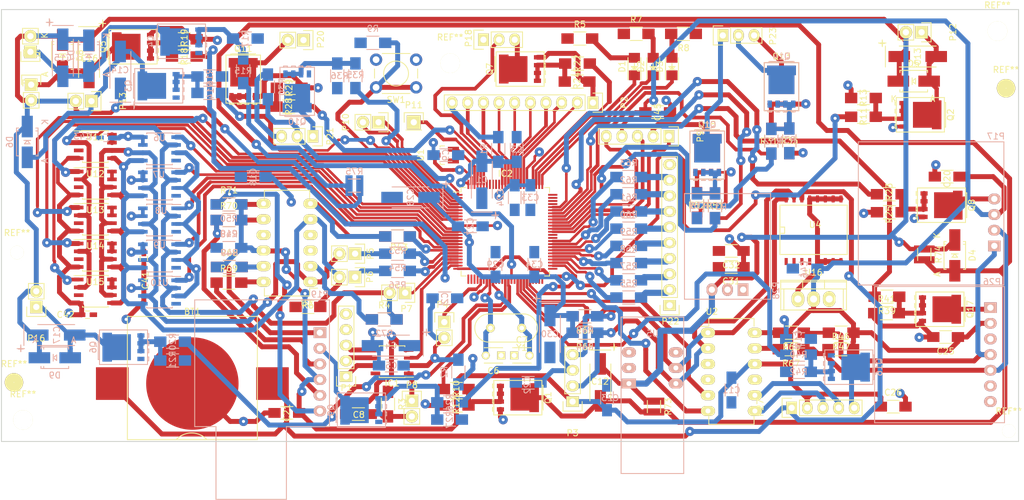
<source format=kicad_pcb>
(kicad_pcb (version 4) (host pcbnew no-vcs-found-product)
  (title_block (title "High Altitude Balloon Controller") (date 2016-10-02) (rev v1.3) (company "Robert Susmilch"))
  (layers (0 F.Cu signal) (31 B.Cu signal) (34 B.Paste user hide) (35 F.Paste user hide) (36 B.SilkS user) (37 F.SilkS user) (38 B.Mask user hide) (39 F.Mask user hide) (44 Edge.Cuts user hide))
  (net 0 "")
  (net 1 CR2032_POS)
  (net 2 GND)
  (net 3 "Net-(C1-Pad2)")
  (net 4 2560_RESET)
  (net 5 Vcc_1)
  (net 6 "Net-(C6-Pad2)")
  (net 7 "Net-(C7-Pad2)")
  (net 8 "Net-(C8-Pad1)")
  (net 9 +3V3)
  (net 10 +BATT)
  (net 11 "Net-(D1-Pad1)")
  (net 12 "Net-(D1-Pad2)")
  (net 13 "Net-(D2-Pad1)")
  (net 14 "Net-(D2-Pad2)")
  (net 15 "Net-(D3-Pad1)")
  (net 16 "Net-(D3-Pad2)")
  (net 17 "Net-(IC1-Pad1)")
  (net 18 2560_HEARTBEAT)
  (net 19 "Net-(IC1-Pad5)")
  (net 20 "Net-(IC1-Pad6)")
  (net 21 "Net-(IC1-Pad7)")
  (net 22 "Net-(IC2-Pad2)")
  (net 23 "Net-(IC2-Pad3)")
  (net 24 SHT31_Heat)
  (net 25 TSL2561_Heat)
  (net 26 AT25_CS_9)
  (net 27 AT25_CS_8)
  (net 28 AT25_CS_7)
  (net 29 Custom_Heat)
  (net 30 Main_Heat)
  (net 31 UV_Heat)
  (net 32 GPS_Heat)
  (net 33 SS)
  (net 34 "Net-(IC2-Pad20)")
  (net 35 "Net-(IC2-Pad21)")
  (net 36 "Net-(IC2-Pad22)")
  (net 37 AT25_CS_6)
  (net 38 AT25_CS_4)
  (net 39 AT25_CS_5)
  (net 40 "Net-(IC2-Pad30)")
  (net 41 UV_POWER)
  (net 42 SHT31_RESET)
  (net 43 DOF_POWER)
  (net 44 MS5607_POWER)
  (net 45 TSL2561_POWER)
  (net 46 SD_POWER)
  (net 47 GPS_POWER)
  (net 48 GEIGER_POWER)
  (net 49 SCL_5)
  (net 50 SDA_5)
  (net 51 "Net-(IC2-Pad45)")
  (net 52 "Net-(IC2-Pad46)")
  (net 53 AT25_CS_1)
  (net 54 AT25_CS_2)
  (net 55 /RADIO_0)
  (net 56 /RADIO_1)
  (net 57 /RADIO_2)
  (net 58 /RADIO_3)
  (net 59 /RADIO_4)
  (net 60 /RADIO_5)
  (net 61 /RADIO_6)
  (net 62 /RADIO_7)
  (net 63 GEIGER_X)
  (net 64 GEIGER_Y)
  (net 65 GEIGER_Z)
  (net 66 AT25_CS_3)
  (net 67 LANDING_LED)
  (net 68 PIEZO)
  (net 69 PIEZO_PWR)
  (net 70 DS18B20_DATA)
  (net 71 DS18B20_PWR)
  (net 72 AT25_CS_10)
  (net 73 UV_VOLTAGE)
  (net 74 AREF)
  (net 75 SCK)
  (net 76 MOSI)
  (net 77 MISO)
  (net 78 "Net-(P9-Pad2)")
  (net 79 SCL_3.3)
  (net 80 SDA_3.3)
  (net 81 "Net-(P17-Pad4)")
  (net 82 "Net-(P18-Pad3)")
  (net 83 MISO_3.3)
  (net 84 "Net-(P19-Pad2)")
  (net 85 SCK_3.3)
  (net 86 MOSI_3.3)
  (net 87 SS_3.3)
  (net 88 "Net-(P20-Pad2)")
  (net 89 "Net-(P21-Pad1)")
  (net 90 UV_PWR)
  (net 91 SHT_31_PWR)
  (net 92 2560_TX_GPS_RX)
  (net 93 2560_RX_GPS_TX)
  (net 94 "Net-(P27-Pad5)")
  (net 95 "Net-(Q1-Pad1)")
  (net 96 "Net-(Q2-Pad1)")
  (net 97 "Net-(Q3-Pad1)")
  (net 98 "Net-(Q4-Pad1)")
  (net 99 "Net-(Q5-Pad1)")
  (net 100 "Net-(Q6-Pad1)")
  (net 101 "Net-(Q7-Pad1)")
  (net 102 "Net-(Q8-Pad1)")
  (net 103 "Net-(Q9-Pad1)")
  (net 104 "Net-(Q10-Pad1)")
  (net 105 "Net-(Q11-Pad1)")
  (net 106 "Net-(Q12-Pad1)")
  (net 107 "Net-(Q13-Pad1)")
  (net 108 "Net-(Q14-Pad1)")
  (net 109 "Net-(Q15-Pad1)")
  (net 110 "Net-(Q16-Pad1)")
  (net 111 "Net-(Q17-Pad1)")
  (net 112 "Net-(IC2-Pad19)")
  (net 113 "Net-(IC2-Pad43)")
  (net 114 "Net-(IC2-Pad44)")
  (net 115 "Net-(P6-Pad1)")
  (net 116 "Net-(P19-Pad1)")
  (net 117 "Net-(P22-Pad2)")
  (net 118 "Net-(P22-Pad3)")
  (net 119 "Net-(P22-Pad4)")
  (net 120 "Net-(P22-Pad5)")
  (net 121 "Net-(P22-Pad6)")
  (net 122 "Net-(P22-Pad7)")
  (net 123 "Net-(P22-Pad8)")
  (net 124 "Net-(P22-Pad9)")
  (net 125 "Net-(R65-Pad2)")
  (net 126 "Net-(R67-Pad2)")
  (net 127 "Net-(R69-Pad2)")
  (net 128 "Net-(R70-Pad2)")
  (net 129 "Net-(R71-Pad2)")
  (net 130 "Net-(P26-Pad1)")
  (net 131 "Net-(R72-Pad1)")
  (net 132 "Net-(C12-Pad2)")
  (net 133 "Net-(C13-Pad2)")
  (net 134 "Net-(C14-Pad2)")
  (net 135 "Net-(C15-Pad2)")
  (net 136 "Net-(C16-Pad2)")
  (net 137 "Net-(C17-Pad2)")
  (net 138 "Net-(IC2-Pad82)")
  (net 139 "Net-(IC2-Pad83)")
  (net 140 "Net-(IC2-Pad84)")
  (net 141 "Net-(IC2-Pad85)")
  (net 142 "Net-(IC2-Pad86)")
  (net 143 "Net-(IC2-Pad87)")
  (net 144 "Net-(IC2-Pad88)")
  (net 145 "Net-(IC2-Pad89)")
  (net 146 "Net-(IC2-Pad6)")
  (net 147 "Net-(P23-Pad3)")
  (module Personal:CR2032 (layer F.Cu) (at 79.756 84.328)
    (fp_text reference BT1 (at 0 -11.684) (layer F.SilkS))
    (fp_text value "3V 2032")
    (pad 1 smd rect (at -13 0) (size 5.3 5.3) (layers F.Cu F.Paste F.Mask) (net 1 CR2032_POS))
    (pad 1 smd rect (at 13 0) (size 5.3 5.3) (layers F.Cu F.Paste F.Mask) (net 1 CR2032_POS))
    (pad 2 smd circle (at 0 0) (size 15 15) (layers F.Cu F.Paste F.Mask) (net 2 GND))
  )
  (module Capacitors_Tantalum_SMD:TantalC_SizeC_EIA-6032_HandSoldering (layer B.Cu) (at 126.746 51.2445 90)
    (fp_text reference C1 (at 0 0) (layer B.SilkS) (effects (justify mirror)))
    (fp_text value 22uF)
    (fp_text user + (at -5.75056 2.19964 90) (layer B.SilkS) (effects (justify mirror)))
    (pad 2 smd rect (at 2.99974 0 90) (size 3.50012 1.80086) (layers B.Cu B.Paste B.Mask) (net 3 "Net-(C1-Pad2)"))
    (pad 1 smd rect (at -2.99974 0 90) (size 3.50012 1.80086) (layers B.Cu B.Paste B.Mask) (net 2 GND))
  )
  (module Capacitors_SMD:C_1206_HandSoldering (layer B.Cu) (at 120.745 70.485 180)
    (fp_text reference C2 (at 0 0 90) (layer B.SilkS) (effects (justify mirror)))
    (fp_text value 0.1uF)
    (pad 1 smd rect (at -2 0 180) (size 2 1.6) (layers B.Cu B.Paste B.Mask) (net 2 GND))
    (pad 2 smd rect (at 2 0 180) (size 2 1.6) (layers B.Cu B.Paste B.Mask) (net 4 2560_RESET))
  )
  (module Capacitors_SMD:C_1206_HandSoldering (layer B.Cu) (at 132.398 46.3235 270)
    (fp_text reference C3 (at 0 0 180) (layer B.SilkS) (effects (justify mirror)))
    (fp_text value 10pF)
    (pad 1 smd rect (at -2 0 270) (size 2 1.6) (layers B.Cu B.Paste B.Mask) (net 2 GND))
    (pad 2 smd rect (at 2 0 270) (size 2 1.6) (layers B.Cu B.Paste B.Mask) (net 3 "Net-(C1-Pad2)"))
  )
  (module Capacitors_Tantalum_SMD:TantalC_SizeC_EIA-6032_HandSoldering (layer B.Cu) (at 111.999 78.1685 180)
    (fp_text reference C4 (at 0 0 180) (layer B.SilkS) (effects (justify mirror)))
    (fp_text value 22uF)
    (fp_text user + (at -5.75056 2.19964 180) (layer B.SilkS) (effects (justify mirror)))
    (pad 2 smd rect (at 2.99974 0 180) (size 3.50012 1.80086) (layers B.Cu B.Paste B.Mask) (net 5 Vcc_1))
    (pad 1 smd rect (at -2.99974 0 180) (size 3.50012 1.80086) (layers B.Cu B.Paste B.Mask) (net 2 GND))
  )
  (module Capacitors_SMD:C_1206_HandSoldering (layer B.Cu) (at 112.046 81.407 180)
    (fp_text reference C5 (at 0 0 180) (layer B.SilkS) (effects (justify mirror)))
    (fp_text value 10pF)
    (pad 1 smd rect (at -2 0 180) (size 2 1.6) (layers B.Cu B.Paste B.Mask) (net 2 GND))
    (pad 2 smd rect (at 2 0 180) (size 2 1.6) (layers B.Cu B.Paste B.Mask) (net 5 Vcc_1))
  )
  (module Capacitors_ThroughHole:C_Disc_D3_P2.5 (layer F.Cu) (at 129.881 79.756 180)
    (fp_text reference C6 (at 1.25 -2.5 180) (layer F.SilkS))
    (fp_text value 22pF)
    (pad 1 thru_hole rect (at 0 0 180) (size 1.3 1.3) (drill 0.8) (layers *.Cu *.Mask F.SilkS) (net 2 GND))
    (pad 2 thru_hole circle (at 2.5 0 180) (size 1.3 1.3) (drill 0.8001) (layers *.Cu *.Mask F.SilkS) (net 6 "Net-(C6-Pad2)"))
  )
  (module Capacitors_ThroughHole:C_Disc_D3_P2.5 (layer F.Cu) (at 131.993 79.756)
    (fp_text reference C7 (at 1.25 -2.5) (layer F.SilkS))
    (fp_text value 22pF)
    (pad 1 thru_hole rect (at 0 0) (size 1.3 1.3) (drill 0.8) (layers *.Cu *.Mask F.SilkS) (net 2 GND))
    (pad 2 thru_hole circle (at 2.5 0) (size 1.3 1.3) (drill 0.8001) (layers *.Cu *.Mask F.SilkS) (net 7 "Net-(C7-Pad2)"))
  )
  (module Capacitors_SMD:C_1206_HandSoldering (layer F.Cu) (at 106.712 89.281 180)
    (fp_text reference C8 (at -0.057001 -0.1075 180) (layer F.SilkS))
    (fp_text value 0.1uF)
    (pad 1 smd rect (at -2 0 180) (size 2 1.6) (layers F.Cu F.Paste F.Mask) (net 8 "Net-(C8-Pad1)"))
    (pad 2 smd rect (at 2 0 180) (size 2 1.6) (layers F.Cu F.Paste F.Mask) (net 2 GND))
  )
  (module Capacitors_SMD:C_1206_HandSoldering (layer B.Cu) (at 120.904 47.244)
    (fp_text reference C9 (at 0 0 270) (layer B.SilkS) (effects (justify mirror)))
    (fp_text value 0.1uF)
    (pad 1 smd rect (at -2 0) (size 2 1.6) (layers B.Cu B.Paste B.Mask) (net 5 Vcc_1))
    (pad 2 smd rect (at 2 0) (size 2 1.6) (layers B.Cu B.Paste B.Mask) (net 2 GND))
  )
  (module Capacitors_SMD:C_1206_HandSoldering (layer B.Cu) (at 178.149 77.089)
    (fp_text reference C10 (at 0 0 270) (layer B.SilkS) (effects (justify mirror)))
    (fp_text value 10pF)
    (pad 1 smd rect (at -2 0) (size 2 1.6) (layers B.Cu B.Paste B.Mask) (net 5 Vcc_1))
    (pad 2 smd rect (at 2 0) (size 2 1.6) (layers B.Cu B.Paste B.Mask) (net 2 GND))
  )
  (module Capacitors_SMD:C_1206_HandSoldering (layer B.Cu) (at 167.259 85.3755 270)
    (fp_text reference C11 (at 0 0 180) (layer B.SilkS) (effects (justify mirror)))
    (fp_text value 10pF)
    (pad 1 smd rect (at -2 0 270) (size 2 1.6) (layers B.Cu B.Paste B.Mask) (net 9 +3V3))
    (pad 2 smd rect (at 2 0 270) (size 2 1.6) (layers B.Cu B.Paste B.Mask) (net 2 GND))
  )
  (module Capacitors_Tantalum_SMD:TantalC_SizeC_EIA-6032_HandSoldering (layer F.Cu) (at 145.986 84.1375 270)
    (fp_text reference C12 (at -0.147541 0.06104) (layer F.SilkS))
    (fp_text value 22uF)
    (fp_text user + (at -5.75056 -2.19964 270) (layer F.SilkS))
    (pad 2 smd rect (at 2.99974 0 270) (size 3.50012 1.80086) (layers F.Cu F.Paste F.Mask) (net 132 "Net-(C12-Pad2)"))
    (pad 1 smd rect (at -2.99974 0 270) (size 3.50012 1.80086) (layers F.Cu F.Paste F.Mask) (net 10 +BATT))
  )
  (module Capacitors_Tantalum_SMD:TantalC_SizeC_EIA-6032_HandSoldering (layer F.Cu) (at 197.5 31.242)
    (fp_text reference C13 (at -0.015541 0.03304 -270) (layer F.SilkS))
    (fp_text value 22uF)
    (fp_text user + (at -5.75056 -2.19964) (layer F.SilkS))
    (pad 2 smd rect (at 2.99974 0) (size 3.50012 1.80086) (layers F.Cu F.Paste F.Mask) (net 133 "Net-(C13-Pad2)"))
    (pad 1 smd rect (at -2.99974 0) (size 3.50012 1.80086) (layers F.Cu F.Paste F.Mask) (net 10 +BATT))
  )
  (module Capacitors_Tantalum_SMD:TantalC_SizeC_EIA-6032_HandSoldering (layer B.Cu) (at 68.072 33.4162 90)
    (fp_text reference C14 (at -0.007541 -0.06104) (layer B.SilkS) (effects (justify mirror)))
    (fp_text value 22uF)
    (fp_text user + (at -5.75056 2.19964 90) (layer B.SilkS) (effects (justify mirror)))
    (pad 2 smd rect (at 2.99974 0 90) (size 3.50012 1.80086) (layers B.Cu B.Paste B.Mask) (net 134 "Net-(C14-Pad2)"))
    (pad 1 smd rect (at -2.99974 0 90) (size 3.50012 1.80086) (layers B.Cu B.Paste B.Mask) (net 10 +BATT))
  )
  (module Capacitors_Tantalum_SMD:TantalC_SizeC_EIA-6032_HandSoldering (layer B.Cu) (at 58.7375 31.4477 270)
    (fp_text reference C15 (at 0 0 180) (layer B.SilkS) (effects (justify mirror)))
    (fp_text value 22uF)
    (fp_text user + (at -5.75056 2.19964 270) (layer B.SilkS) (effects (justify mirror)))
    (pad 2 smd rect (at 2.99974 0 270) (size 3.50012 1.80086) (layers B.Cu B.Paste B.Mask) (net 135 "Net-(C15-Pad2)"))
    (pad 1 smd rect (at -2.99974 0 270) (size 3.50012 1.80086) (layers B.Cu B.Paste B.Mask) (net 10 +BATT))
  )
  (module Capacitors_Tantalum_SMD:TantalC_SizeC_EIA-6032_HandSoldering (layer F.Cu) (at 62.992 31.6382 270)
    (fp_text reference C16 (at -0.081541 -0.01696) (layer F.SilkS))
    (fp_text value 22uF)
    (fp_text user + (at -5.75056 -2.19964 270) (layer F.SilkS))
    (pad 2 smd rect (at 2.99974 0 270) (size 3.50012 1.80086) (layers F.Cu F.Paste F.Mask) (net 136 "Net-(C16-Pad2)"))
    (pad 1 smd rect (at -2.99974 0 270) (size 3.50012 1.80086) (layers F.Cu F.Paste F.Mask) (net 10 +BATT))
  )
  (module Capacitors_Tantalum_SMD:TantalC_SizeC_EIA-6032_HandSoldering (layer B.Cu) (at 57.658 76.454)
    (fp_text reference C17 (at 0.098459 -0.01104 270) (layer B.SilkS) (effects (justify mirror)))
    (fp_text value 22uF)
    (fp_text user + (at -5.75056 2.19964) (layer B.SilkS) (effects (justify mirror)))
    (pad 2 smd rect (at 2.99974 0) (size 3.50012 1.80086) (layers B.Cu B.Paste B.Mask) (net 137 "Net-(C17-Pad2)"))
    (pad 1 smd rect (at -2.99974 0) (size 3.50012 1.80086) (layers B.Cu B.Paste B.Mask) (net 10 +BATT))
  )
  (module Capacitors_SMD:C_1206_HandSoldering (layer B.Cu) (at 89.6305 50.8 180)
    (fp_text reference C18 (at 0 0 90) (layer B.SilkS) (effects (justify mirror)))
    (fp_text value 10pF)
    (pad 1 smd rect (at -2 0 180) (size 2 1.6) (layers B.Cu B.Paste B.Mask) (net 5 Vcc_1))
    (pad 2 smd rect (at 2 0 180) (size 2 1.6) (layers B.Cu B.Paste B.Mask) (net 2 GND))
  )
  (module Capacitors_SMD:C_1206_HandSoldering (layer B.Cu) (at 85.693 62.2935 180)
    (fp_text reference C19 (at 0 2.3 180) (layer B.SilkS) (effects (justify mirror)))
    (fp_text value 10pF)
    (pad 1 smd rect (at -2 0 180) (size 2 1.6) (layers B.Cu B.Paste B.Mask) (net 9 +3V3))
    (pad 2 smd rect (at 2 0 180) (size 2 1.6) (layers B.Cu B.Paste B.Mask) (net 2 GND))
  )
  (module Capacitors_SMD:C_1206_HandSoldering (layer F.Cu) (at 202.279 50.7365 180)
    (fp_text reference C20 (at 0 -0.381 270) (layer F.SilkS))
    (fp_text value 0.1uF)
    (pad 1 smd rect (at -2 0 180) (size 2 1.6) (layers F.Cu F.Paste F.Mask) (net 9 +3V3))
    (pad 2 smd rect (at 2 0 180) (size 2 1.6) (layers F.Cu F.Paste F.Mask) (net 2 GND))
  )
  (module Capacitors_SMD:C_1206_HandSoldering (layer B.Cu) (at 134.271 84.201 180)
    (fp_text reference C22 (at 0.127 -0.381 90) (layer B.SilkS) (effects (justify mirror)))
    (fp_text value 0.1uF)
    (pad 1 smd rect (at -2 0 180) (size 2 1.6) (layers B.Cu B.Paste B.Mask) (net 5 Vcc_1))
    (pad 2 smd rect (at 2 0 180) (size 2 1.6) (layers B.Cu B.Paste B.Mask) (net 2 GND))
  )
  (module Capacitors_SMD:C_1206_HandSoldering (layer B.Cu) (at 147.066 86.646 90)
    (fp_text reference C23 (at 0 0.508) (layer B.SilkS) (effects (justify mirror)))
    (fp_text value 0.1uF)
    (pad 1 smd rect (at -2 0 90) (size 2 1.6) (layers B.Cu B.Paste B.Mask) (net 9 +3V3))
    (pad 2 smd rect (at 2 0 90) (size 2 1.6) (layers B.Cu B.Paste B.Mask) (net 2 GND))
  )
  (module Capacitors_SMD:C_1206_HandSoldering (layer B.Cu) (at 132.08 54.134 270)
    (fp_text reference C24 (at 0 2.3 270) (layer B.SilkS) (effects (justify mirror)))
    (fp_text value 0.1uF)
    (pad 1 smd rect (at -2 0 270) (size 2 1.6) (layers B.Cu B.Paste B.Mask) (net 5 Vcc_1))
    (pad 2 smd rect (at 2 0 270) (size 2 1.6) (layers B.Cu B.Paste B.Mask) (net 2 GND))
  )
  (module Capacitors_SMD:C_1206_HandSoldering (layer F.Cu) (at 202.026 76.7715 180)
    (fp_text reference C25 (at 0 -2.3 180) (layer F.SilkS))
    (fp_text value 0.1uF)
    (pad 1 smd rect (at -2 0 180) (size 2 1.6) (layers F.Cu F.Paste F.Mask) (net 9 +3V3))
    (pad 2 smd rect (at 2 0 180) (size 2 1.6) (layers F.Cu F.Paste F.Mask) (net 2 GND))
  )
  (module Capacitors_SMD:C_1206_HandSoldering (layer F.Cu) (at 193.516 88.0745)
    (fp_text reference C26 (at 0 -2.3) (layer F.SilkS))
    (fp_text value 0.1uF)
    (pad 1 smd rect (at -2 0) (size 2 1.6) (layers F.Cu F.Paste F.Mask) (net 9 +3V3))
    (pad 2 smd rect (at 2 0) (size 2 1.6) (layers F.Cu F.Paste F.Mask) (net 2 GND))
  )
  (module Capacitors_SMD:C_1206_HandSoldering (layer B.Cu) (at 124.873 58.801)
    (fp_text reference C27 (at 0 0 270) (layer B.SilkS) (effects (justify mirror)))
    (fp_text value 10pF)
    (pad 1 smd rect (at -2 0) (size 2 1.6) (layers B.Cu B.Paste B.Mask) (net 5 Vcc_1))
    (pad 2 smd rect (at 2 0) (size 2 1.6) (layers B.Cu B.Paste B.Mask) (net 2 GND))
  )
  (module Capacitors_Tantalum_SMD:TantalC_SizeC_EIA-6032_HandSoldering (layer B.Cu) (at 115.174 54.102 180)
    (fp_text reference C28 (at 0 0 90) (layer B.SilkS) (effects (justify mirror)))
    (fp_text value 22uF)
    (fp_text user + (at -5.75056 2.19964 180) (layer B.SilkS) (effects (justify mirror)))
    (pad 2 smd rect (at 2.99974 0 180) (size 3.50012 1.80086) (layers B.Cu B.Paste B.Mask) (net 2 GND))
    (pad 1 smd rect (at -2.99974 0 180) (size 3.50012 1.80086) (layers B.Cu B.Paste B.Mask) (net 5 Vcc_1))
  )
  (module Capacitors_SMD:C_1206_HandSoldering (layer B.Cu) (at 128.968 64.992 90)
    (fp_text reference C29 (at 0 0) (layer B.SilkS) (effects (justify mirror)))
    (fp_text value 10pF)
    (pad 1 smd rect (at -2 0 90) (size 2 1.6) (layers B.Cu B.Paste B.Mask) (net 5 Vcc_1))
    (pad 2 smd rect (at 2 0 90) (size 2 1.6) (layers B.Cu B.Paste B.Mask) (net 2 GND))
  )
  (module Capacitors_Tantalum_SMD:TantalC_SizeC_EIA-6032_HandSoldering (layer B.Cu) (at 137.795 76.2787 270)
    (fp_text reference C30 (at 0 0 180) (layer B.SilkS) (effects (justify mirror)))
    (fp_text value 22uF)
    (fp_text user + (at -5.75056 2.19964 270) (layer B.SilkS) (effects (justify mirror)))
    (pad 2 smd rect (at 2.99974 0 270) (size 3.50012 1.80086) (layers B.Cu B.Paste B.Mask) (net 2 GND))
    (pad 1 smd rect (at -2.99974 0 270) (size 3.50012 1.80086) (layers B.Cu B.Paste B.Mask) (net 5 Vcc_1))
  )
  (module Capacitors_SMD:C_1206_HandSoldering (layer F.Cu) (at 167.228 65.405 180)
    (fp_text reference C31 (at 0 -2.3 180) (layer F.SilkS))
    (fp_text value 0.1uF)
    (pad 1 smd rect (at -2 0 180) (size 2 1.6) (layers F.Cu F.Paste F.Mask) (net 2 GND))
    (pad 2 smd rect (at 2 0 180) (size 2 1.6) (layers F.Cu F.Paste F.Mask) (net 5 Vcc_1))
  )
  (module Capacitors_SMD:C_1206_HandSoldering (layer F.Cu) (at 167.227 62.8015 180)
    (fp_text reference C32 (at 0 -2.3 180) (layer F.SilkS))
    (fp_text value 22uF)
    (pad 1 smd rect (at -2 0 180) (size 2 1.6) (layers F.Cu F.Paste F.Mask) (net 2 GND))
    (pad 2 smd rect (at 2 0 180) (size 2 1.6) (layers F.Cu F.Paste F.Mask) (net 5 Vcc_1))
  )
  (module Capacitors_SMD:C_1206_HandSoldering (layer B.Cu) (at 134.62 54.134 270)
    (fp_text reference C33 (at 0 0 180) (layer B.SilkS) (effects (justify mirror)))
    (fp_text value 10pF)
    (pad 1 smd rect (at -2 0 270) (size 2 1.6) (layers B.Cu B.Paste B.Mask) (net 5 Vcc_1))
    (pad 2 smd rect (at 2 0 270) (size 2 1.6) (layers B.Cu B.Paste B.Mask) (net 2 GND))
  )
  (module Capacitors_SMD:C_1206_HandSoldering (layer B.Cu) (at 135.255 64.992 90)
    (fp_text reference C34 (at 0 0) (layer B.SilkS) (effects (justify mirror)))
    (fp_text value 22uF)
    (pad 1 smd rect (at -2 0 90) (size 2 1.6) (layers B.Cu B.Paste B.Mask) (net 5 Vcc_1))
    (pad 2 smd rect (at 2 0 90) (size 2 1.6) (layers B.Cu B.Paste B.Mask) (net 2 GND))
  )
  (module Capacitors_SMD:C_0603_HandSoldering (layer F.Cu) (at 71.882 64.008 90)
    (fp_text reference C41 (at -3.556 0.254 90) (layer F.SilkS))
    (fp_text value 4.7uF)
    (pad 1 smd rect (at -0.95 0 90) (size 1.2 0.75) (layers F.Cu F.Paste F.Mask) (net 2 GND))
    (pad 2 smd rect (at 0.95 0 90) (size 1.2 0.75) (layers F.Cu F.Paste F.Mask) (net 5 Vcc_1))
  )
  (module Capacitors_SMD:C_0603_HandSoldering (layer F.Cu) (at 62.738 73.152)
    (fp_text reference C42 (at -3.556 0) (layer F.SilkS))
    (fp_text value 4.7uF)
    (pad 1 smd rect (at -0.95 0) (size 1.2 0.75) (layers F.Cu F.Paste F.Mask) (net 2 GND))
    (pad 2 smd rect (at 0.95 0) (size 1.2 0.75) (layers F.Cu F.Paste F.Mask) (net 5 Vcc_1))
  )
  (module Capacitors_SMD:C_0603_HandSoldering (layer B.Cu) (at 65.72 44.45)
    (fp_text reference C43 (at -3.81 -0.254) (layer B.SilkS) (effects (justify mirror)))
    (fp_text value 4.7uF)
    (pad 1 smd rect (at -0.95 0) (size 1.2 0.75) (layers B.Cu B.Paste B.Mask) (net 2 GND))
    (pad 2 smd rect (at 0.95 0) (size 1.2 0.75) (layers B.Cu B.Paste B.Mask) (net 5 Vcc_1))
  )
  (module Capacitors_SMD:C_1206_HandSoldering (layer F.Cu) (at 155.29 40.259 180)
    (fp_text reference C45 (at 0 0 270) (layer F.SilkS))
    (fp_text value 22uF)
    (pad 1 smd rect (at -2 0 180) (size 2 1.6) (layers F.Cu F.Paste F.Mask) (net 2 GND))
    (pad 2 smd rect (at 2 0 180) (size 2 1.6) (layers F.Cu F.Paste F.Mask) (net 9 +3V3))
  )
  (module Housings_QFP:TQFP-100_14x14mm_Pitch0.5mm (layer F.Cu) (at 130.556 59.69)
    (fp_text reference IC2 (at 0 -9.45) (layer F.SilkS))
    (fp_text value ATMEGA2560-A)
    (pad 1 smd rect (at -7.7 -6) (size 1.5 0.3) (layers F.Cu F.Paste F.Mask) (net 70 DS18B20_DATA))
    (pad 2 smd rect (at -7.7 -5.5) (size 1.5 0.3) (layers F.Cu F.Paste F.Mask) (net 22 "Net-(IC2-Pad2)"))
    (pad 3 smd rect (at -7.7 -5) (size 1.5 0.3) (layers F.Cu F.Paste F.Mask) (net 23 "Net-(IC2-Pad3)"))
    (pad 4 smd rect (at -7.7 -4.5) (size 1.5 0.3) (layers F.Cu F.Paste F.Mask) (net 71 DS18B20_PWR))
    (pad 5 smd rect (at -7.7 -4) (size 1.5 0.3) (layers F.Cu F.Paste F.Mask) (net 24 SHT31_Heat))
    (pad 6 smd rect (at -7.7 -3.5) (size 1.5 0.3) (layers F.Cu F.Paste F.Mask) (net 146 "Net-(IC2-Pad6)"))
    (pad 7 smd rect (at -7.7 -3) (size 1.5 0.3) (layers F.Cu F.Paste F.Mask) (net 38 AT25_CS_4))
    (pad 8 smd rect (at -7.7 -2.5) (size 1.5 0.3) (layers F.Cu F.Paste F.Mask) (net 26 AT25_CS_9))
    (pad 9 smd rect (at -7.7 -2) (size 1.5 0.3) (layers F.Cu F.Paste F.Mask) (net 39 AT25_CS_5))
    (pad 10 smd rect (at -7.7 -1.5) (size 1.5 0.3) (layers F.Cu F.Paste F.Mask) (net 5 Vcc_1))
    (pad 11 smd rect (at -7.7 -1) (size 1.5 0.3) (layers F.Cu F.Paste F.Mask) (net 2 GND))
    (pad 12 smd rect (at -7.7 -0.5) (size 1.5 0.3) (layers F.Cu F.Paste F.Mask) (net 72 AT25_CS_10))
    (pad 13 smd rect (at -7.7 0) (size 1.5 0.3) (layers F.Cu F.Paste F.Mask) (net 27 AT25_CS_8))
    (pad 14 smd rect (at -7.7 0.5) (size 1.5 0.3) (layers F.Cu F.Paste F.Mask) (net 53 AT25_CS_1))
    (pad 15 smd rect (at -7.7 1) (size 1.5 0.3) (layers F.Cu F.Paste F.Mask) (net 37 AT25_CS_6))
    (pad 16 smd rect (at -7.7 1.5) (size 1.5 0.3) (layers F.Cu F.Paste F.Mask) (net 54 AT25_CS_2))
    (pad 17 smd rect (at -7.7 2) (size 1.5 0.3) (layers F.Cu F.Paste F.Mask) (net 28 AT25_CS_7))
    (pad 18 smd rect (at -7.7 2.5) (size 1.5 0.3) (layers F.Cu F.Paste F.Mask) (net 66 AT25_CS_3))
    (pad 19 smd rect (at -7.7 3) (size 1.5 0.3) (layers F.Cu F.Paste F.Mask) (net 112 "Net-(IC2-Pad19)"))
    (pad 20 smd rect (at -7.7 3.5) (size 1.5 0.3) (layers F.Cu F.Paste F.Mask) (net 34 "Net-(IC2-Pad20)"))
    (pad 21 smd rect (at -7.7 4) (size 1.5 0.3) (layers F.Cu F.Paste F.Mask) (net 35 "Net-(IC2-Pad21)"))
    (pad 22 smd rect (at -7.7 4.5) (size 1.5 0.3) (layers F.Cu F.Paste F.Mask) (net 36 "Net-(IC2-Pad22)"))
    (pad 23 smd rect (at -7.7 5) (size 1.5 0.3) (layers F.Cu F.Paste F.Mask) (net 18 2560_HEARTBEAT))
    (pad 24 smd rect (at -7.7 5.5) (size 1.5 0.3) (layers F.Cu F.Paste F.Mask) (net 31 UV_Heat))
    (pad 25 smd rect (at -7.7 6) (size 1.5 0.3) (layers F.Cu F.Paste F.Mask) (net 29 Custom_Heat))
    (pad 26 smd rect (at -6 7.7 90) (size 1.5 0.3) (layers F.Cu F.Paste F.Mask))
    (pad 27 smd rect (at -5.5 7.7 90) (size 1.5 0.3) (layers F.Cu F.Paste F.Mask))
    (pad 28 smd rect (at -5 7.7 90) (size 1.5 0.3) (layers F.Cu F.Paste F.Mask))
    (pad 29 smd rect (at -4.5 7.7 90) (size 1.5 0.3) (layers F.Cu F.Paste F.Mask))
    (pad 30 smd rect (at -4 7.7 90) (size 1.5 0.3) (layers F.Cu F.Paste F.Mask) (net 40 "Net-(IC2-Pad30)"))
    (pad 31 smd rect (at -3.5 7.7 90) (size 1.5 0.3) (layers F.Cu F.Paste F.Mask) (net 5 Vcc_1))
    (pad 32 smd rect (at -3 7.7 90) (size 1.5 0.3) (layers F.Cu F.Paste F.Mask) (net 2 GND))
    (pad 33 smd rect (at -2.5 7.7 90) (size 1.5 0.3) (layers F.Cu F.Paste F.Mask) (net 6 "Net-(C6-Pad2)"))
    (pad 34 smd rect (at -2 7.7 90) (size 1.5 0.3) (layers F.Cu F.Paste F.Mask) (net 7 "Net-(C7-Pad2)"))
    (pad 35 smd rect (at -1.5 7.7 90) (size 1.5 0.3) (layers F.Cu F.Paste F.Mask))
    (pad 36 smd rect (at -1 7.7 90) (size 1.5 0.3) (layers F.Cu F.Paste F.Mask))
    (pad 37 smd rect (at -0.5 7.7 90) (size 1.5 0.3) (layers F.Cu F.Paste F.Mask))
    (pad 38 smd rect (at 0 7.7 90) (size 1.5 0.3) (layers F.Cu F.Paste F.Mask) (net 25 TSL2561_Heat))
    (pad 39 smd rect (at 0.5 7.7 90) (size 1.5 0.3) (layers F.Cu F.Paste F.Mask) (net 30 Main_Heat))
    (pad 40 smd rect (at 1 7.7 90) (size 1.5 0.3) (layers F.Cu F.Paste F.Mask) (net 32 GPS_Heat))
    (pad 41 smd rect (at 1.5 7.7 90) (size 1.5 0.3) (layers F.Cu F.Paste F.Mask))
    (pad 42 smd rect (at 2 7.7 90) (size 1.5 0.3) (layers F.Cu F.Paste F.Mask) (net 47 GPS_POWER))
    (pad 43 smd rect (at 2.5 7.7 90) (size 1.5 0.3) (layers F.Cu F.Paste F.Mask) (net 113 "Net-(IC2-Pad43)"))
    (pad 44 smd rect (at 3 7.7 90) (size 1.5 0.3) (layers F.Cu F.Paste F.Mask) (net 114 "Net-(IC2-Pad44)"))
    (pad 45 smd rect (at 3.5 7.7 90) (size 1.5 0.3) (layers F.Cu F.Paste F.Mask) (net 51 "Net-(IC2-Pad45)"))
    (pad 46 smd rect (at 4 7.7 90) (size 1.5 0.3) (layers F.Cu F.Paste F.Mask) (net 52 "Net-(IC2-Pad46)"))
    (pad 47 smd rect (at 4.5 7.7 90) (size 1.5 0.3) (layers F.Cu F.Paste F.Mask))
    (pad 48 smd rect (at 5 7.7 90) (size 1.5 0.3) (layers F.Cu F.Paste F.Mask))
    (pad 49 smd rect (at 5.5 7.7 90) (size 1.5 0.3) (layers F.Cu F.Paste F.Mask))
    (pad 50 smd rect (at 6 7.7 90) (size 1.5 0.3) (layers F.Cu F.Paste F.Mask))
    (pad 51 smd rect (at 7.7 6) (size 1.5 0.3) (layers F.Cu F.Paste F.Mask))
    (pad 52 smd rect (at 7.7 5.5) (size 1.5 0.3) (layers F.Cu F.Paste F.Mask) (net 46 SD_POWER))
    (pad 53 smd rect (at 7.7 5) (size 1.5 0.3) (layers F.Cu F.Paste F.Mask) (net 55 /RADIO_0))
    (pad 54 smd rect (at 7.7 4.5) (size 1.5 0.3) (layers F.Cu F.Paste F.Mask) (net 56 /RADIO_1))
    (pad 55 smd rect (at 7.7 4) (size 1.5 0.3) (layers F.Cu F.Paste F.Mask) (net 57 /RADIO_2))
    (pad 56 smd rect (at 7.7 3.5) (size 1.5 0.3) (layers F.Cu F.Paste F.Mask) (net 58 /RADIO_3))
    (pad 57 smd rect (at 7.7 3) (size 1.5 0.3) (layers F.Cu F.Paste F.Mask) (net 59 /RADIO_4))
    (pad 58 smd rect (at 7.7 2.5) (size 1.5 0.3) (layers F.Cu F.Paste F.Mask) (net 60 /RADIO_5))
    (pad 59 smd rect (at 7.7 2) (size 1.5 0.3) (layers F.Cu F.Paste F.Mask) (net 61 /RADIO_6))
    (pad 60 smd rect (at 7.7 1.5) (size 1.5 0.3) (layers F.Cu F.Paste F.Mask) (net 62 /RADIO_7))
    (pad 61 smd rect (at 7.7 1) (size 1.5 0.3) (layers F.Cu F.Paste F.Mask))
    (pad 62 smd rect (at 7.7 0.5) (size 1.5 0.3) (layers F.Cu F.Paste F.Mask))
    (pad 63 smd rect (at 7.7 0) (size 1.5 0.3) (layers F.Cu F.Paste F.Mask) (net 63 GEIGER_X))
    (pad 64 smd rect (at 7.7 -0.5) (size 1.5 0.3) (layers F.Cu F.Paste F.Mask) (net 64 GEIGER_Y))
    (pad 65 smd rect (at 7.7 -1) (size 1.5 0.3) (layers F.Cu F.Paste F.Mask) (net 65 GEIGER_Z))
    (pad 66 smd rect (at 7.7 -1.5) (size 1.5 0.3) (layers F.Cu F.Paste F.Mask) (net 42 SHT31_RESET))
    (pad 67 smd rect (at 7.7 -2) (size 1.5 0.3) (layers F.Cu F.Paste F.Mask) (net 41 UV_POWER))
    (pad 68 smd rect (at 7.7 -2.5) (size 1.5 0.3) (layers F.Cu F.Paste F.Mask) (net 45 TSL2561_POWER))
    (pad 69 smd rect (at 7.7 -3) (size 1.5 0.3) (layers F.Cu F.Paste F.Mask) (net 44 MS5607_POWER))
    (pad 70 smd rect (at 7.7 -3.5) (size 1.5 0.3) (layers F.Cu F.Paste F.Mask) (net 48 GEIGER_POWER))
    (pad 71 smd rect (at 7.7 -4) (size 1.5 0.3) (layers F.Cu F.Paste F.Mask) (net 43 DOF_POWER))
    (pad 72 smd rect (at 7.7 -4.5) (size 1.5 0.3) (layers F.Cu F.Paste F.Mask))
    (pad 73 smd rect (at 7.7 -5) (size 1.5 0.3) (layers F.Cu F.Paste F.Mask))
    (pad 74 smd rect (at 7.7 -5.5) (size 1.5 0.3) (layers F.Cu F.Paste F.Mask))
    (pad 75 smd rect (at 7.7 -6) (size 1.5 0.3) (layers F.Cu F.Paste F.Mask))
    (pad 76 smd rect (at 6 -7.7 90) (size 1.5 0.3) (layers F.Cu F.Paste F.Mask) (net 15 "Net-(D3-Pad1)"))
    (pad 77 smd rect (at 5.5 -7.7 90) (size 1.5 0.3) (layers F.Cu F.Paste F.Mask) (net 13 "Net-(D2-Pad1)"))
    (pad 78 smd rect (at 5 -7.7 90) (size 1.5 0.3) (layers F.Cu F.Paste F.Mask) (net 11 "Net-(D1-Pad1)"))
    (pad 79 smd rect (at 4.5 -7.7 90) (size 1.5 0.3) (layers F.Cu F.Paste F.Mask) (net 69 PIEZO_PWR))
    (pad 80 smd rect (at 4 -7.7 90) (size 1.5 0.3) (layers F.Cu F.Paste F.Mask) (net 5 Vcc_1))
    (pad 81 smd rect (at 3.5 -7.7 90) (size 1.5 0.3) (layers F.Cu F.Paste F.Mask) (net 2 GND))
    (pad 82 smd rect (at 3 -7.7 90) (size 1.5 0.3) (layers F.Cu F.Paste F.Mask) (net 138 "Net-(IC2-Pad82)"))
    (pad 83 smd rect (at 2.5 -7.7 90) (size 1.5 0.3) (layers F.Cu F.Paste F.Mask) (net 139 "Net-(IC2-Pad83)"))
    (pad 84 smd rect (at 2 -7.7 90) (size 1.5 0.3) (layers F.Cu F.Paste F.Mask) (net 140 "Net-(IC2-Pad84)"))
    (pad 85 smd rect (at 1.5 -7.7 90) (size 1.5 0.3) (layers F.Cu F.Paste F.Mask) (net 141 "Net-(IC2-Pad85)"))
    (pad 86 smd rect (at 1 -7.7 90) (size 1.5 0.3) (layers F.Cu F.Paste F.Mask) (net 142 "Net-(IC2-Pad86)"))
    (pad 87 smd rect (at 0.5 -7.7 90) (size 1.5 0.3) (layers F.Cu F.Paste F.Mask) (net 143 "Net-(IC2-Pad87)"))
    (pad 88 smd rect (at 0 -7.7 90) (size 1.5 0.3) (layers F.Cu F.Paste F.Mask) (net 144 "Net-(IC2-Pad88)"))
    (pad 89 smd rect (at -0.5 -7.7 90) (size 1.5 0.3) (layers F.Cu F.Paste F.Mask) (net 145 "Net-(IC2-Pad89)"))
    (pad 90 smd rect (at -1 -7.7 90) (size 1.5 0.3) (layers F.Cu F.Paste F.Mask))
    (pad 91 smd rect (at -1.5 -7.7 90) (size 1.5 0.3) (layers F.Cu F.Paste F.Mask))
    (pad 92 smd rect (at -2 -7.7 90) (size 1.5 0.3) (layers F.Cu F.Paste F.Mask))
    (pad 93 smd rect (at -2.5 -7.7 90) (size 1.5 0.3) (layers F.Cu F.Paste F.Mask))
    (pad 94 smd rect (at -3 -7.7 90) (size 1.5 0.3) (layers F.Cu F.Paste F.Mask))
    (pad 95 smd rect (at -3.5 -7.7 90) (size 1.5 0.3) (layers F.Cu F.Paste F.Mask) (net 68 PIEZO))
    (pad 96 smd rect (at -4 -7.7 90) (size 1.5 0.3) (layers F.Cu F.Paste F.Mask) (net 67 LANDING_LED))
    (pad 97 smd rect (at -4.5 -7.7 90) (size 1.5 0.3) (layers F.Cu F.Paste F.Mask) (net 73 UV_VOLTAGE))
    (pad 98 smd rect (at -5 -7.7 90) (size 1.5 0.3) (layers F.Cu F.Paste F.Mask) (net 74 AREF))
    (pad 99 smd rect (at -5.5 -7.7 90) (size 1.5 0.3) (layers F.Cu F.Paste F.Mask) (net 2 GND))
    (pad 100 smd rect (at -6 -7.7 90) (size 1.5 0.3) (layers F.Cu F.Paste F.Mask) (net 3 "Net-(C1-Pad2)"))
  )
  (module Resistors_SMD:R_1206_HandSoldering (layer F.Cu) (at 122.587 85.217 180)
    (fp_text reference R10 (at 0 0 -90) (layer F.SilkS))
    (fp_text value 1k)
    (pad 1 smd rect (at -2 0 180) (size 2 1.7) (layers F.Cu F.Paste F.Mask) (net 95 "Net-(Q1-Pad1)"))
    (pad 2 smd rect (at 2 0 180) (size 2 1.7) (layers F.Cu F.Paste F.Mask) (net 30 Main_Heat))
  )
  (module Resistors_SMD:R_1206_HandSoldering (layer F.Cu) (at 188.69 41.021 180)
    (fp_text reference R11 (at 0 0 270) (layer F.SilkS))
    (fp_text value 1k)
    (pad 1 smd rect (at -2 0 180) (size 2 1.7) (layers F.Cu F.Paste F.Mask) (net 96 "Net-(Q2-Pad1)"))
    (pad 2 smd rect (at 2 0 180) (size 2 1.7) (layers F.Cu F.Paste F.Mask) (net 29 Custom_Heat))
  )
  (module Resistors_SMD:R_1206_HandSoldering (layer F.Cu) (at 122.587 87.884 180)
    (fp_text reference R12 (at 0 0 -90) (layer F.SilkS))
    (fp_text value 100k)
    (pad 1 smd rect (at -2 0 180) (size 2 1.7) (layers F.Cu F.Paste F.Mask) (net 95 "Net-(Q1-Pad1)"))
    (pad 2 smd rect (at 2 0 180) (size 2 1.7) (layers F.Cu F.Paste F.Mask) (net 2 GND))
  )
  (module Resistors_SMD:R_1206_HandSoldering (layer F.Cu) (at 188.69 37.973 180)
    (fp_text reference R13 (at 0 0 -90) (layer F.SilkS))
    (fp_text value 100k)
    (pad 1 smd rect (at -2 0 180) (size 2 1.7) (layers F.Cu F.Paste F.Mask) (net 96 "Net-(Q2-Pad1)"))
    (pad 2 smd rect (at 2 0 180) (size 2 1.7) (layers F.Cu F.Paste F.Mask) (net 2 GND))
  )
  (module Resistors_SMD:R_1206_HandSoldering (layer B.Cu) (at 82.582 37.1475)
    (fp_text reference R14 (at 0.127 -0.381 270) (layer B.SilkS) (effects (justify mirror)))
    (fp_text value 1k)
    (pad 1 smd rect (at -2 0) (size 2 1.7) (layers B.Cu B.Paste B.Mask) (net 97 "Net-(Q3-Pad1)"))
    (pad 2 smd rect (at 2 0) (size 2 1.7) (layers B.Cu B.Paste B.Mask) (net 24 SHT31_Heat))
  )
  (module Resistors_SMD:R_1206_HandSoldering (layer B.Cu) (at 88.011 33.56 270)
    (fp_text reference R15 (at 0 0 180) (layer B.SilkS) (effects (justify mirror)))
    (fp_text value 1k)
    (pad 1 smd rect (at -2 0 270) (size 2 1.7) (layers B.Cu B.Paste B.Mask) (net 98 "Net-(Q4-Pad1)"))
    (pad 2 smd rect (at 2 0 270) (size 2 1.7) (layers B.Cu B.Paste B.Mask) (net 32 GPS_Heat))
  )
  (module Resistors_SMD:R_1206_HandSoldering (layer B.Cu) (at 82.582 34.4805)
    (fp_text reference R16 (at 0 0.127 270) (layer B.SilkS) (effects (justify mirror)))
    (fp_text value 100k)
    (pad 1 smd rect (at -2 0) (size 2 1.7) (layers B.Cu B.Paste B.Mask) (net 97 "Net-(Q3-Pad1)"))
    (pad 2 smd rect (at 2 0) (size 2 1.7) (layers B.Cu B.Paste B.Mask) (net 2 GND))
  )
  (module Resistors_SMD:R_1206_HandSoldering (layer B.Cu) (at 88.3605 28.321)
    (fp_text reference R17 (at 0 0 90) (layer B.SilkS) (effects (justify mirror)))
    (fp_text value 100k)
    (pad 1 smd rect (at -2 0) (size 2 1.7) (layers B.Cu B.Paste B.Mask) (net 98 "Net-(Q4-Pad1)"))
    (pad 2 smd rect (at 2 0) (size 2 1.7) (layers B.Cu B.Paste B.Mask) (net 2 GND))
  )
  (module Resistors_SMD:R_1206_HandSoldering (layer F.Cu) (at 78.4545 31.242)
    (fp_text reference R18 (at 0 0 -270) (layer F.SilkS))
    (fp_text value 1k)
    (pad 1 smd rect (at -2 0) (size 2 1.7) (layers F.Cu F.Paste F.Mask) (net 99 "Net-(Q5-Pad1)"))
    (pad 2 smd rect (at 2 0) (size 2 1.7) (layers F.Cu F.Paste F.Mask) (net 31 UV_Heat))
  )
  (module Resistors_SMD:R_1206_HandSoldering (layer F.Cu) (at 78.454 28.448)
    (fp_text reference R19 (at 0 -0.254 -270) (layer F.SilkS))
    (fp_text value 100k)
    (pad 1 smd rect (at -2 0) (size 2 1.7) (layers F.Cu F.Paste F.Mask) (net 99 "Net-(Q5-Pad1)"))
    (pad 2 smd rect (at 2 0) (size 2 1.7) (layers F.Cu F.Paste F.Mask) (net 2 GND))
  )
  (module Resistors_SMD:R_1206_HandSoldering (layer B.Cu) (at 76.5495 77.5335)
    (fp_text reference R20 (at 0 0 270) (layer B.SilkS) (effects (justify mirror)))
    (fp_text value 1k)
    (pad 1 smd rect (at -2 0) (size 2 1.7) (layers B.Cu B.Paste B.Mask) (net 100 "Net-(Q6-Pad1)"))
    (pad 2 smd rect (at 2 0) (size 2 1.7) (layers B.Cu B.Paste B.Mask) (net 25 TSL2561_Heat))
  )
  (module Resistors_SMD:R_1206_HandSoldering (layer B.Cu) (at 76.5495 80.5815)
    (fp_text reference R21 (at 0 -0.127 270) (layer B.SilkS) (effects (justify mirror)))
    (fp_text value 100k)
    (pad 1 smd rect (at -2 0) (size 2 1.7) (layers B.Cu B.Paste B.Mask) (net 100 "Net-(Q6-Pad1)"))
    (pad 2 smd rect (at 2 0) (size 2 1.7) (layers B.Cu B.Paste B.Mask) (net 2 GND))
  )
  (module Resistors_SMD:R_1206_HandSoldering (layer F.Cu) (at 142.272 32.385)
    (fp_text reference R22 (at 0 0 -270) (layer F.SilkS))
    (fp_text value 1k)
    (pad 1 smd rect (at -2 0) (size 2 1.7) (layers F.Cu F.Paste F.Mask) (net 101 "Net-(Q7-Pad1)"))
    (pad 2 smd rect (at 2 0) (size 2 1.7) (layers F.Cu F.Paste F.Mask) (net 69 PIEZO_PWR))
  )
  (module Resistors_SMD:R_1206_HandSoldering (layer F.Cu) (at 192.881 53.594 180)
    (fp_text reference R23 (at 0 0.381 -90) (layer F.SilkS))
    (fp_text value 1k)
    (pad 1 smd rect (at -2 0 180) (size 2 1.7) (layers F.Cu F.Paste F.Mask) (net 102 "Net-(Q8-Pad1)"))
    (pad 2 smd rect (at 2 0 180) (size 2 1.7) (layers F.Cu F.Paste F.Mask) (net 43 DOF_POWER))
  )
  (module Resistors_SMD:R_1206_HandSoldering (layer F.Cu) (at 142.208 35.306 180)
    (fp_text reference R24 (at 0 0.127 -90) (layer F.SilkS))
    (fp_text value 100k)
    (pad 1 smd rect (at -2 0 180) (size 2 1.7) (layers F.Cu F.Paste F.Mask) (net 2 GND))
    (pad 2 smd rect (at 2 0 180) (size 2 1.7) (layers F.Cu F.Paste F.Mask) (net 101 "Net-(Q7-Pad1)"))
  )
  (module Resistors_SMD:R_1206_HandSoldering (layer F.Cu) (at 192.881 56.515)
    (fp_text reference R25 (at 0 0.381 -270) (layer F.SilkS))
    (fp_text value 100k)
    (pad 1 smd rect (at -2 0) (size 2 1.7) (layers F.Cu F.Paste F.Mask) (net 2 GND))
    (pad 2 smd rect (at 2 0) (size 2 1.7) (layers F.Cu F.Paste F.Mask) (net 102 "Net-(Q8-Pad1)"))
  )
  (module Resistors_SMD:R_1206_HandSoldering (layer B.Cu) (at 121.507 87.376 180)
    (fp_text reference R26 (at 0 0 90) (layer B.SilkS) (effects (justify mirror)))
    (fp_text value 1k)
    (pad 1 smd rect (at -2 0 180) (size 2 1.7) (layers B.Cu B.Paste B.Mask) (net 46 SD_POWER))
    (pad 2 smd rect (at 2 0 180) (size 2 1.7) (layers B.Cu B.Paste B.Mask) (net 103 "Net-(Q9-Pad1)"))
  )
  (module Resistors_SMD:R_1206_HandSoldering (layer B.Cu) (at 121.507 90.17 180)
    (fp_text reference R27 (at 0 0 90) (layer B.SilkS) (effects (justify mirror)))
    (fp_text value 100k)
    (pad 1 smd rect (at -2 0 180) (size 2 1.7) (layers B.Cu B.Paste B.Mask) (net 2 GND))
    (pad 2 smd rect (at 2 0 180) (size 2 1.7) (layers B.Cu B.Paste B.Mask) (net 103 "Net-(Q9-Pad1)"))
  )
  (module Resistors_SMD:R_1206_HandSoldering (layer F.Cu) (at 95.409 39.37)
    (fp_text reference R28 (at 0 0 90) (layer F.SilkS))
    (fp_text value 1k)
    (pad 1 smd rect (at -2 0) (size 2 1.7) (layers F.Cu F.Paste F.Mask) (net 105 "Net-(Q11-Pad1)"))
    (pad 2 smd rect (at 2 0) (size 2 1.7) (layers F.Cu F.Paste F.Mask) (net 67 LANDING_LED))
  )
  (module Resistors_SMD:R_1206_HandSoldering (layer F.Cu) (at 95.472 36.322 180)
    (fp_text reference R29 (at 0 0 -90) (layer F.SilkS))
    (fp_text value 100k)
    (pad 1 smd rect (at -2 0 180) (size 2 1.7) (layers F.Cu F.Paste F.Mask) (net 2 GND))
    (pad 2 smd rect (at 2 0 180) (size 2 1.7) (layers F.Cu F.Paste F.Mask) (net 105 "Net-(Q11-Pad1)"))
  )
  (module Resistors_SMD:R_1206_HandSoldering (layer F.Cu) (at 173.736 44.99 270)
    (fp_text reference R31 (at 0 0.381) (layer F.SilkS))
    (fp_text value 1k)
    (pad 1 smd rect (at -2 0 270) (size 2 1.7) (layers F.Cu F.Paste F.Mask) (net 107 "Net-(Q13-Pad1)"))
    (pad 2 smd rect (at 2 0 270) (size 2 1.7) (layers F.Cu F.Paste F.Mask) (net 45 TSL2561_POWER))
  )
  (module Resistors_SMD:R_1206_HandSoldering (layer B.Cu) (at 173.736 44.99 270)
    (fp_text reference R32 (at 0 -0.254 180) (layer B.SilkS) (effects (justify mirror)))
    (fp_text value 1k)
    (pad 1 smd rect (at -2 0 270) (size 2 1.7) (layers B.Cu B.Paste B.Mask) (net 108 "Net-(Q14-Pad1)"))
    (pad 2 smd rect (at 2 0 270) (size 2 1.7) (layers B.Cu B.Paste B.Mask) (net 42 SHT31_RESET))
  )
  (module Resistors_SMD:R_1206_HandSoldering (layer F.Cu) (at 176.657 44.926 90)
    (fp_text reference R33 (at 0 0 180) (layer F.SilkS))
    (fp_text value 100k)
    (pad 1 smd rect (at -2 0 90) (size 2 1.7) (layers F.Cu F.Paste F.Mask) (net 2 GND))
    (pad 2 smd rect (at 2 0 90) (size 2 1.7) (layers F.Cu F.Paste F.Mask) (net 107 "Net-(Q13-Pad1)"))
  )
  (module Resistors_SMD:R_1206_HandSoldering (layer B.Cu) (at 176.657 44.926 90)
    (fp_text reference R34 (at 0.127 -0.381) (layer B.SilkS) (effects (justify mirror)))
    (fp_text value 100k)
    (pad 1 smd rect (at -2 0 90) (size 2 1.7) (layers B.Cu B.Paste B.Mask) (net 2 GND))
    (pad 2 smd rect (at 2 0 90) (size 2 1.7) (layers B.Cu B.Paste B.Mask) (net 108 "Net-(Q14-Pad1)"))
  )
  (module Resistors_SMD:R_1206_HandSoldering (layer B.Cu) (at 106.2228 34.3596 270)
    (fp_text reference R35 (at -0.127 0 180) (layer B.SilkS) (effects (justify mirror)))
    (fp_text value 1k)
    (pad 1 smd rect (at -2 0 270) (size 2 1.7) (layers B.Cu B.Paste B.Mask) (net 104 "Net-(Q10-Pad1)"))
    (pad 2 smd rect (at 2 0 270) (size 2 1.7) (layers B.Cu B.Paste B.Mask) (net 71 DS18B20_PWR))
  )
  (module Resistors_SMD:R_1206_HandSoldering (layer B.Cu) (at 103.2764 34.3728 90)
    (fp_text reference R36 (at 0 0.381) (layer B.SilkS) (effects (justify mirror)))
    (fp_text value 100k)
    (pad 1 smd rect (at -2 0 90) (size 2 1.7) (layers B.Cu B.Paste B.Mask) (net 2 GND))
    (pad 2 smd rect (at 2 0 90) (size 2 1.7) (layers B.Cu B.Paste B.Mask) (net 104 "Net-(Q10-Pad1)"))
  )
  (module Resistors_SMD:R_1206_HandSoldering (layer B.Cu) (at 164.592 55.467 270)
    (fp_text reference R37 (at 0.127 -0.508 180) (layer B.SilkS) (effects (justify mirror)))
    (fp_text value 1k)
    (pad 1 smd rect (at -2 0 270) (size 2 1.7) (layers B.Cu B.Paste B.Mask) (net 106 "Net-(Q12-Pad1)"))
    (pad 2 smd rect (at 2 0 270) (size 2 1.7) (layers B.Cu B.Paste B.Mask) (net 41 UV_POWER))
  )
  (module Resistors_SMD:R_1206_HandSoldering (layer B.Cu) (at 161.671 55.467 90)
    (fp_text reference R38 (at 0 0.381) (layer B.SilkS) (effects (justify mirror)))
    (fp_text value 100k)
    (pad 1 smd rect (at -2 0 90) (size 2 1.7) (layers B.Cu B.Paste B.Mask) (net 2 GND))
    (pad 2 smd rect (at 2 0 90) (size 2 1.7) (layers B.Cu B.Paste B.Mask) (net 106 "Net-(Q12-Pad1)"))
  )
  (module Resistors_SMD:R_1206_HandSoldering (layer F.Cu) (at 192.5 70.231 180)
    (fp_text reference R39 (at 0 -2.3 180) (layer F.SilkS))
    (fp_text value 1k)
    (pad 1 smd rect (at -2 0 180) (size 2 1.7) (layers F.Cu F.Paste F.Mask) (net 111 "Net-(Q17-Pad1)"))
    (pad 2 smd rect (at 2 0 180) (size 2 1.7) (layers F.Cu F.Paste F.Mask) (net 44 MS5607_POWER))
  )
  (module Resistors_SMD:R_1206_HandSoldering (layer B.Cu) (at 178.149 79.629 180)
    (fp_text reference R40 (at 0 0 180) (layer B.SilkS) (effects (justify mirror)))
    (fp_text value 1k)
    (pad 1 smd rect (at -2 0 180) (size 2 1.7) (layers B.Cu B.Paste B.Mask) (net 110 "Net-(Q16-Pad1)"))
    (pad 2 smd rect (at 2 0 180) (size 2 1.7) (layers B.Cu B.Paste B.Mask) (net 47 GPS_POWER))
  )
  (module Resistors_SMD:R_1206_HandSoldering (layer F.Cu) (at 192.437 72.898)
    (fp_text reference R41 (at 0 -2.3) (layer F.SilkS))
    (fp_text value 100k)
    (pad 1 smd rect (at -2 0) (size 2 1.7) (layers F.Cu F.Paste F.Mask) (net 2 GND))
    (pad 2 smd rect (at 2 0) (size 2 1.7) (layers F.Cu F.Paste F.Mask) (net 111 "Net-(Q17-Pad1)"))
  )
  (module Resistors_SMD:R_1206_HandSoldering (layer B.Cu) (at 178.149 82.423)
    (fp_text reference R42 (at 0 0) (layer B.SilkS) (effects (justify mirror)))
    (fp_text value 100k)
    (pad 1 smd rect (at -2 0) (size 2 1.7) (layers B.Cu B.Paste B.Mask) (net 2 GND))
    (pad 2 smd rect (at 2 0) (size 2 1.7) (layers B.Cu B.Paste B.Mask) (net 110 "Net-(Q16-Pad1)"))
  )
  (module Resistors_SMD:R_1206_HandSoldering (layer F.Cu) (at 164.592 55.467 270)
    (fp_text reference R51 (at 0 0) (layer F.SilkS))
    (fp_text value 1k)
    (pad 1 smd rect (at -2 0 270) (size 2 1.7) (layers F.Cu F.Paste F.Mask) (net 109 "Net-(Q15-Pad1)"))
    (pad 2 smd rect (at 2 0 270) (size 2 1.7) (layers F.Cu F.Paste F.Mask) (net 48 GEIGER_POWER))
  )
  (module Resistors_SMD:R_1206_HandSoldering (layer F.Cu) (at 161.671 55.404 90)
    (fp_text reference R52 (at 0 0 180) (layer F.SilkS))
    (fp_text value 100k)
    (pad 1 smd rect (at -2 0 90) (size 2 1.7) (layers F.Cu F.Paste F.Mask) (net 2 GND))
    (pad 2 smd rect (at 2 0 90) (size 2 1.7) (layers F.Cu F.Paste F.Mask) (net 109 "Net-(Q15-Pad1)"))
  )
  (module TO_SOT_Packages_SMD:SOT-23_Handsoldering (layer F.Cu) (at 120.627 47.244 90)
    (fp_text reference U1 (at 0 -3.81 90) (layer F.SilkS))
    (fp_text value MAX6107EUR)
    (pad 1 smd rect (at -0.95 1.50114 90) (size 0.8001 1.80086) (layers F.Cu F.Paste F.Mask) (net 5 Vcc_1))
    (pad 2 smd rect (at 0.95 1.50114 90) (size 0.8001 1.80086) (layers F.Cu F.Paste F.Mask) (net 74 AREF))
    (pad 3 smd rect (at 0 -1.50114 90) (size 0.8001 1.80086) (layers F.Cu F.Paste F.Mask) (net 2 GND))
  )
  (module SMD_Packages:SO-16-W (layer F.Cu) (at 180.594 59.436)
    (fp_text reference U4 (at 0.254 -0.889) (layer F.SilkS))
    (fp_text value DS3231)
    (pad 1 smd rect (at -4.445 5.08) (size 0.508 1.143) (layers F.Cu F.Paste F.Mask))
    (pad 2 smd rect (at -3.175 5.08) (size 0.508 1.143) (layers F.Cu F.Paste F.Mask) (net 5 Vcc_1))
    (pad 3 smd rect (at -1.905 5.08) (size 0.508 1.143) (layers F.Cu F.Paste F.Mask))
    (pad 4 smd rect (at -0.635 5.08) (size 0.508 1.143) (layers F.Cu F.Paste F.Mask))
    (pad 5 smd rect (at 0.635 5.08) (size 0.508 1.143) (layers F.Cu F.Paste F.Mask) (net 2 GND))
    (pad 6 smd rect (at 1.905 5.08) (size 0.508 1.143) (layers F.Cu F.Paste F.Mask) (net 2 GND))
    (pad 7 smd rect (at 3.175 5.08) (size 0.508 1.143) (layers F.Cu F.Paste F.Mask) (net 2 GND))
    (pad 8 smd rect (at 4.445 5.08) (size 0.508 1.143) (layers F.Cu F.Paste F.Mask) (net 2 GND))
    (pad 9 smd rect (at 4.445 -5.08) (size 0.508 1.143) (layers F.Cu F.Paste F.Mask) (net 2 GND))
    (pad 10 smd rect (at 3.175 -5.08) (size 0.508 1.143) (layers F.Cu F.Paste F.Mask) (net 2 GND))
    (pad 11 smd rect (at 1.905 -5.08) (size 0.508 1.143) (layers F.Cu F.Paste F.Mask) (net 2 GND))
    (pad 12 smd rect (at 0.635 -5.08) (size 0.508 1.143) (layers F.Cu F.Paste F.Mask) (net 2 GND))
    (pad 13 smd rect (at -0.635 -5.08) (size 0.508 1.143) (layers F.Cu F.Paste F.Mask) (net 2 GND))
    (pad 14 smd rect (at -1.905 -5.08) (size 0.508 1.143) (layers F.Cu F.Paste F.Mask) (net 1 CR2032_POS))
    (pad 15 smd rect (at -3.175 -5.08) (size 0.508 1.143) (layers F.Cu F.Paste F.Mask) (net 50 SDA_5))
    (pad 16 smd rect (at -4.445 -5.08) (size 0.508 1.143) (layers F.Cu F.Paste F.Mask) (net 49 SCL_5))
  )
  (module Housings_SOIC:SOIC-8_3.9x4.9mm_Pitch1.27mm (layer B.Cu) (at 74.422 46.228 180)
    (fp_text reference U6 (at 0 1.778 180) (layer B.SilkS) (effects (justify mirror)))
    (fp_text value AT25_EEPROM)
    (pad 1 smd rect (at -2.7 1.905 180) (size 1.55 0.6) (layers B.Cu B.Paste B.Mask) (net 53 AT25_CS_1))
    (pad 2 smd rect (at -2.7 0.635 180) (size 1.55 0.6) (layers B.Cu B.Paste B.Mask) (net 77 MISO))
    (pad 3 smd rect (at -2.7 -0.635 180) (size 1.55 0.6) (layers B.Cu B.Paste B.Mask) (net 5 Vcc_1))
    (pad 4 smd rect (at -2.7 -1.905 180) (size 1.55 0.6) (layers B.Cu B.Paste B.Mask) (net 2 GND))
    (pad 5 smd rect (at 2.7 -1.905 180) (size 1.55 0.6) (layers B.Cu B.Paste B.Mask) (net 76 MOSI))
    (pad 6 smd rect (at 2.7 -0.635 180) (size 1.55 0.6) (layers B.Cu B.Paste B.Mask) (net 75 SCK))
    (pad 7 smd rect (at 2.7 0.635 180) (size 1.55 0.6) (layers B.Cu B.Paste B.Mask) (net 5 Vcc_1))
    (pad 8 smd rect (at 2.7 1.905 180) (size 1.55 0.6) (layers B.Cu B.Paste B.Mask) (net 5 Vcc_1))
  )
  (module Housings_SOIC:SOIC-8_3.9x4.9mm_Pitch1.27mm (layer B.Cu) (at 74.422 51.943 180)
    (fp_text reference U7 (at 0.127 1.524 180) (layer B.SilkS) (effects (justify mirror)))
    (fp_text value AT25_EEPROM)
    (pad 1 smd rect (at -2.7 1.905 180) (size 1.55 0.6) (layers B.Cu B.Paste B.Mask) (net 37 AT25_CS_6))
    (pad 2 smd rect (at -2.7 0.635 180) (size 1.55 0.6) (layers B.Cu B.Paste B.Mask) (net 77 MISO))
    (pad 3 smd rect (at -2.7 -0.635 180) (size 1.55 0.6) (layers B.Cu B.Paste B.Mask) (net 5 Vcc_1))
    (pad 4 smd rect (at -2.7 -1.905 180) (size 1.55 0.6) (layers B.Cu B.Paste B.Mask) (net 2 GND))
    (pad 5 smd rect (at 2.7 -1.905 180) (size 1.55 0.6) (layers B.Cu B.Paste B.Mask) (net 76 MOSI))
    (pad 6 smd rect (at 2.7 -0.635 180) (size 1.55 0.6) (layers B.Cu B.Paste B.Mask) (net 75 SCK))
    (pad 7 smd rect (at 2.7 0.635 180) (size 1.55 0.6) (layers B.Cu B.Paste B.Mask) (net 5 Vcc_1))
    (pad 8 smd rect (at 2.7 1.905 180) (size 1.55 0.6) (layers B.Cu B.Paste B.Mask) (net 5 Vcc_1))
  )
  (module Housings_SOIC:SOIC-8_3.9x4.9mm_Pitch1.27mm (layer B.Cu) (at 74.422 57.785 180)
    (fp_text reference U8 (at -0.254 1.524 180) (layer B.SilkS) (effects (justify mirror)))
    (fp_text value AT25_EEPROM)
    (pad 1 smd rect (at -2.7 1.905 180) (size 1.55 0.6) (layers B.Cu B.Paste B.Mask) (net 54 AT25_CS_2))
    (pad 2 smd rect (at -2.7 0.635 180) (size 1.55 0.6) (layers B.Cu B.Paste B.Mask) (net 77 MISO))
    (pad 3 smd rect (at -2.7 -0.635 180) (size 1.55 0.6) (layers B.Cu B.Paste B.Mask) (net 5 Vcc_1))
    (pad 4 smd rect (at -2.7 -1.905 180) (size 1.55 0.6) (layers B.Cu B.Paste B.Mask) (net 2 GND))
    (pad 5 smd rect (at 2.7 -1.905 180) (size 1.55 0.6) (layers B.Cu B.Paste B.Mask) (net 76 MOSI))
    (pad 6 smd rect (at 2.7 -0.635 180) (size 1.55 0.6) (layers B.Cu B.Paste B.Mask) (net 75 SCK))
    (pad 7 smd rect (at 2.7 0.635 180) (size 1.55 0.6) (layers B.Cu B.Paste B.Mask) (net 5 Vcc_1))
    (pad 8 smd rect (at 2.7 1.905 180) (size 1.55 0.6) (layers B.Cu B.Paste B.Mask) (net 5 Vcc_1))
  )
  (module Housings_SOIC:SOIC-8_3.9x4.9mm_Pitch1.27mm (layer B.Cu) (at 74.422 63.627 180)
    (fp_text reference U9 (at 0 1.778 180) (layer B.SilkS) (effects (justify mirror)))
    (fp_text value AT25_EEPROM)
    (pad 1 smd rect (at -2.7 1.905 180) (size 1.55 0.6) (layers B.Cu B.Paste B.Mask) (net 28 AT25_CS_7))
    (pad 2 smd rect (at -2.7 0.635 180) (size 1.55 0.6) (layers B.Cu B.Paste B.Mask) (net 77 MISO))
    (pad 3 smd rect (at -2.7 -0.635 180) (size 1.55 0.6) (layers B.Cu B.Paste B.Mask) (net 5 Vcc_1))
    (pad 4 smd rect (at -2.7 -1.905 180) (size 1.55 0.6) (layers B.Cu B.Paste B.Mask) (net 2 GND))
    (pad 5 smd rect (at 2.7 -1.905 180) (size 1.55 0.6) (layers B.Cu B.Paste B.Mask) (net 76 MOSI))
    (pad 6 smd rect (at 2.7 -0.635 180) (size 1.55 0.6) (layers B.Cu B.Paste B.Mask) (net 75 SCK))
    (pad 7 smd rect (at 2.7 0.635 180) (size 1.55 0.6) (layers B.Cu B.Paste B.Mask) (net 5 Vcc_1))
    (pad 8 smd rect (at 2.7 1.905 180) (size 1.55 0.6) (layers B.Cu B.Paste B.Mask) (net 5 Vcc_1))
  )
  (module Housings_SOIC:SOIC-8_3.9x4.9mm_Pitch1.27mm (layer B.Cu) (at 74.422 69.469 180)
    (fp_text reference U10 (at 0 1.524) (layer B.SilkS) (effects (justify mirror)))
    (fp_text value AT25_EEPROM)
    (pad 1 smd rect (at -2.7 1.905 180) (size 1.55 0.6) (layers B.Cu B.Paste B.Mask) (net 66 AT25_CS_3))
    (pad 2 smd rect (at -2.7 0.635 180) (size 1.55 0.6) (layers B.Cu B.Paste B.Mask) (net 77 MISO))
    (pad 3 smd rect (at -2.7 -0.635 180) (size 1.55 0.6) (layers B.Cu B.Paste B.Mask) (net 5 Vcc_1))
    (pad 4 smd rect (at -2.7 -1.905 180) (size 1.55 0.6) (layers B.Cu B.Paste B.Mask) (net 2 GND))
    (pad 5 smd rect (at 2.7 -1.905 180) (size 1.55 0.6) (layers B.Cu B.Paste B.Mask) (net 76 MOSI))
    (pad 6 smd rect (at 2.7 -0.635 180) (size 1.55 0.6) (layers B.Cu B.Paste B.Mask) (net 75 SCK))
    (pad 7 smd rect (at 2.7 0.635 180) (size 1.55 0.6) (layers B.Cu B.Paste B.Mask) (net 5 Vcc_1))
    (pad 8 smd rect (at 2.7 1.905 180) (size 1.55 0.6) (layers B.Cu B.Paste B.Mask) (net 5 Vcc_1))
  )
  (module Housings_SOIC:SOIC-8_3.9x4.9mm_Pitch1.27mm (layer F.Cu) (at 64.008 45.847)
    (fp_text reference U11 (at 0 -1.524) (layer F.SilkS))
    (fp_text value AT25_EEPROM)
    (pad 1 smd rect (at -2.7 -1.905) (size 1.55 0.6) (layers F.Cu F.Paste F.Mask) (net 27 AT25_CS_8))
    (pad 2 smd rect (at -2.7 -0.635) (size 1.55 0.6) (layers F.Cu F.Paste F.Mask) (net 77 MISO))
    (pad 3 smd rect (at -2.7 0.635) (size 1.55 0.6) (layers F.Cu F.Paste F.Mask) (net 5 Vcc_1))
    (pad 4 smd rect (at -2.7 1.905) (size 1.55 0.6) (layers F.Cu F.Paste F.Mask) (net 2 GND))
    (pad 5 smd rect (at 2.7 1.905) (size 1.55 0.6) (layers F.Cu F.Paste F.Mask) (net 76 MOSI))
    (pad 6 smd rect (at 2.7 0.635) (size 1.55 0.6) (layers F.Cu F.Paste F.Mask) (net 75 SCK))
    (pad 7 smd rect (at 2.7 -0.635) (size 1.55 0.6) (layers F.Cu F.Paste F.Mask) (net 5 Vcc_1))
    (pad 8 smd rect (at 2.7 -1.905) (size 1.55 0.6) (layers F.Cu F.Paste F.Mask) (net 5 Vcc_1))
  )
  (module Housings_SOIC:SOIC-8_3.9x4.9mm_Pitch1.27mm (layer F.Cu) (at 64.008 51.816)
    (fp_text reference U12 (at 0 -1.524) (layer F.SilkS))
    (fp_text value AT25_EEPROM)
    (pad 1 smd rect (at -2.7 -1.905) (size 1.55 0.6) (layers F.Cu F.Paste F.Mask) (net 38 AT25_CS_4))
    (pad 2 smd rect (at -2.7 -0.635) (size 1.55 0.6) (layers F.Cu F.Paste F.Mask) (net 77 MISO))
    (pad 3 smd rect (at -2.7 0.635) (size 1.55 0.6) (layers F.Cu F.Paste F.Mask) (net 5 Vcc_1))
    (pad 4 smd rect (at -2.7 1.905) (size 1.55 0.6) (layers F.Cu F.Paste F.Mask) (net 2 GND))
    (pad 5 smd rect (at 2.7 1.905) (size 1.55 0.6) (layers F.Cu F.Paste F.Mask) (net 76 MOSI))
    (pad 6 smd rect (at 2.7 0.635) (size 1.55 0.6) (layers F.Cu F.Paste F.Mask) (net 75 SCK))
    (pad 7 smd rect (at 2.7 -0.635) (size 1.55 0.6) (layers F.Cu F.Paste F.Mask) (net 5 Vcc_1))
    (pad 8 smd rect (at 2.7 -1.905) (size 1.55 0.6) (layers F.Cu F.Paste F.Mask) (net 5 Vcc_1))
  )
  (module Housings_SOIC:SOIC-8_3.9x4.9mm_Pitch1.27mm (layer F.Cu) (at 64.008 57.658)
    (fp_text reference U13 (at 0 -1.524) (layer F.SilkS))
    (fp_text value AT25_EEPROM)
    (pad 1 smd rect (at -2.7 -1.905) (size 1.55 0.6) (layers F.Cu F.Paste F.Mask) (net 26 AT25_CS_9))
    (pad 2 smd rect (at -2.7 -0.635) (size 1.55 0.6) (layers F.Cu F.Paste F.Mask) (net 77 MISO))
    (pad 3 smd rect (at -2.7 0.635) (size 1.55 0.6) (layers F.Cu F.Paste F.Mask) (net 5 Vcc_1))
    (pad 4 smd rect (at -2.7 1.905) (size 1.55 0.6) (layers F.Cu F.Paste F.Mask) (net 2 GND))
    (pad 5 smd rect (at 2.7 1.905) (size 1.55 0.6) (layers F.Cu F.Paste F.Mask) (net 76 MOSI))
    (pad 6 smd rect (at 2.7 0.635) (size 1.55 0.6) (layers F.Cu F.Paste F.Mask) (net 75 SCK))
    (pad 7 smd rect (at 2.7 -0.635) (size 1.55 0.6) (layers F.Cu F.Paste F.Mask) (net 5 Vcc_1))
    (pad 8 smd rect (at 2.7 -1.905) (size 1.55 0.6) (layers F.Cu F.Paste F.Mask) (net 5 Vcc_1))
  )
  (module Housings_SOIC:SOIC-8_3.9x4.9mm_Pitch1.27mm (layer F.Cu) (at 64.008 63.5)
    (fp_text reference U14 (at 0 -1.524) (layer F.SilkS))
    (fp_text value AT25_EEPROM)
    (pad 1 smd rect (at -2.7 -1.905) (size 1.55 0.6) (layers F.Cu F.Paste F.Mask) (net 39 AT25_CS_5))
    (pad 2 smd rect (at -2.7 -0.635) (size 1.55 0.6) (layers F.Cu F.Paste F.Mask) (net 77 MISO))
    (pad 3 smd rect (at -2.7 0.635) (size 1.55 0.6) (layers F.Cu F.Paste F.Mask) (net 5 Vcc_1))
    (pad 4 smd rect (at -2.7 1.905) (size 1.55 0.6) (layers F.Cu F.Paste F.Mask) (net 2 GND))
    (pad 5 smd rect (at 2.7 1.905) (size 1.55 0.6) (layers F.Cu F.Paste F.Mask) (net 76 MOSI))
    (pad 6 smd rect (at 2.7 0.635) (size 1.55 0.6) (layers F.Cu F.Paste F.Mask) (net 75 SCK))
    (pad 7 smd rect (at 2.7 -0.635) (size 1.55 0.6) (layers F.Cu F.Paste F.Mask) (net 5 Vcc_1))
    (pad 8 smd rect (at 2.7 -1.905) (size 1.55 0.6) (layers F.Cu F.Paste F.Mask) (net 5 Vcc_1))
  )
  (module Housings_SOIC:SOIC-8_3.9x4.9mm_Pitch1.27mm (layer F.Cu) (at 64.008 69.342)
    (fp_text reference U15 (at 0 -1.524) (layer F.SilkS))
    (fp_text value AT25_EEPROM)
    (pad 1 smd rect (at -2.7 -1.905) (size 1.55 0.6) (layers F.Cu F.Paste F.Mask) (net 72 AT25_CS_10))
    (pad 2 smd rect (at -2.7 -0.635) (size 1.55 0.6) (layers F.Cu F.Paste F.Mask) (net 77 MISO))
    (pad 3 smd rect (at -2.7 0.635) (size 1.55 0.6) (layers F.Cu F.Paste F.Mask) (net 5 Vcc_1))
    (pad 4 smd rect (at -2.7 1.905) (size 1.55 0.6) (layers F.Cu F.Paste F.Mask) (net 2 GND))
    (pad 5 smd rect (at 2.7 1.905) (size 1.55 0.6) (layers F.Cu F.Paste F.Mask) (net 76 MOSI))
    (pad 6 smd rect (at 2.7 0.635) (size 1.55 0.6) (layers F.Cu F.Paste F.Mask) (net 75 SCK))
    (pad 7 smd rect (at 2.7 -0.635) (size 1.55 0.6) (layers F.Cu F.Paste F.Mask) (net 5 Vcc_1))
    (pad 8 smd rect (at 2.7 -1.905) (size 1.55 0.6) (layers F.Cu F.Paste F.Mask) (net 5 Vcc_1))
  )
  (module Capacitors_SMD:C_1206_HandSoldering (layer F.Cu) (at 95.091 89.0905 180)
    (fp_text reference C21 (at 0 0 270) (layer F.SilkS))
    (fp_text value 22uF)
    (pad 1 smd rect (at -2 0 180) (size 2 1.6) (layers F.Cu F.Paste F.Mask) (net 9 +3V3))
    (pad 2 smd rect (at 2 0 180) (size 2 1.6) (layers F.Cu F.Paste F.Mask) (net 2 GND))
  )
  (module Capacitors_SMD:C_1206_HandSoldering (layer B.Cu) (at 179.229 65.659)
    (fp_text reference C46 (at -0.127 0.127 270) (layer B.SilkS) (effects (justify mirror)))
    (fp_text value 22uF)
    (pad 1 smd rect (at -2 0) (size 2 1.6) (layers B.Cu B.Paste B.Mask) (net 2 GND))
    (pad 2 smd rect (at 2 0) (size 2 1.6) (layers B.Cu B.Paste B.Mask) (net 9 +3V3))
  )
  (module Power_Integrations:TO-220 (layer F.Cu) (at 180.594 70.612)
    (fp_text reference U16 (at 0 -4.318) (layer F.SilkS))
    (fp_text value LD1117S33TR)
    (pad 2 thru_hole oval (at 0 0) (size 2.032 2.54) (drill 1.143) (layers *.Cu *.Mask F.SilkS) (net 9 +3V3))
    (pad 3 thru_hole oval (at 2.54 0) (size 2.032 2.54) (drill 1.143) (layers *.Cu *.Mask F.SilkS) (net 5 Vcc_1))
    (pad 1 thru_hole oval (at -2.54 0) (size 2.032 2.54) (drill 1.143) (layers *.Cu *.Mask F.SilkS) (net 2 GND))
  )
  (module Personal:SOT-669_LFPAK (layer F.Cu) (at 132.588 86.614 270)
    (fp_text reference Q1 (at 0 -4.925 270) (layer F.SilkS))
    (fp_text value PSMN9R1-30YL,115)
    (pad 1 smd rect (at -0.635 2.825 270) (size 0.7 1.15) (layers F.Cu F.Paste F.Mask) (net 95 "Net-(Q1-Pad1)"))
    (pad 1 smd rect (at -1.905 2.825 270) (size 0.7 1.15) (layers F.Cu F.Paste F.Mask) (net 95 "Net-(Q1-Pad1)"))
    (pad 1 smd rect (at 0.635 2.825 270) (size 0.7 1.15) (layers F.Cu F.Paste F.Mask) (net 95 "Net-(Q1-Pad1)"))
    (pad 2 smd rect (at 0 -2.65 270) (size 4.7 1.55) (layers F.Cu F.Mask) (net 132 "Net-(C12-Pad2)"))
    (pad 2 smd rect (at 0 -0.45 270) (size 4.2 3.3) (layers F.Cu F.Mask) (net 132 "Net-(C12-Pad2)"))
    (pad 3 smd rect (at 1.905 2.825 270) (size 0.7 1.15) (layers F.Cu F.Paste F.Mask) (net 2 GND))
  )
  (module Personal:SOT-669_LFPAK (layer F.Cu) (at 197.924 40.7035 270)
    (fp_text reference Q2 (at 0 -4.925 270) (layer F.SilkS))
    (fp_text value PSMN9R1-30YL,115)
    (pad 1 smd rect (at -0.635 2.825 270) (size 0.7 1.15) (layers F.Cu F.Paste F.Mask) (net 96 "Net-(Q2-Pad1)"))
    (pad 1 smd rect (at -1.905 2.825 270) (size 0.7 1.15) (layers F.Cu F.Paste F.Mask) (net 96 "Net-(Q2-Pad1)"))
    (pad 1 smd rect (at 0.635 2.825 270) (size 0.7 1.15) (layers F.Cu F.Paste F.Mask) (net 96 "Net-(Q2-Pad1)"))
    (pad 2 smd rect (at 0 -2.65 270) (size 4.7 1.55) (layers F.Cu F.Mask) (net 133 "Net-(C13-Pad2)"))
    (pad 2 smd rect (at 0 -0.45 270) (size 4.2 3.3) (layers F.Cu F.Mask) (net 133 "Net-(C13-Pad2)"))
    (pad 3 smd rect (at 1.905 2.825 270) (size 0.7 1.15) (layers F.Cu F.Paste F.Mask) (net 2 GND))
  )
  (module Personal:SOT-669_LFPAK (layer B.Cu) (at 74.295 36.0045 270)
    (fp_text reference Q3 (at 0 4.925 270) (layer B.SilkS) (effects (justify mirror)))
    (fp_text value PSMN9R1-30YL,115)
    (pad 1 smd rect (at -0.635 -2.825 270) (size 0.7 1.15) (layers B.Cu B.Paste B.Mask) (net 97 "Net-(Q3-Pad1)"))
    (pad 1 smd rect (at -1.905 -2.825 270) (size 0.7 1.15) (layers B.Cu B.Paste B.Mask) (net 97 "Net-(Q3-Pad1)"))
    (pad 1 smd rect (at 0.635 -2.825 270) (size 0.7 1.15) (layers B.Cu B.Paste B.Mask) (net 97 "Net-(Q3-Pad1)"))
    (pad 2 smd rect (at 0 2.65 270) (size 4.7 1.55) (layers B.Cu B.Mask) (net 134 "Net-(C14-Pad2)"))
    (pad 2 smd rect (at 0 0.45 270) (size 4.2 3.3) (layers B.Cu B.Mask) (net 134 "Net-(C14-Pad2)"))
    (pad 3 smd rect (at 1.905 -2.825 270) (size 0.7 1.15) (layers B.Cu B.Paste B.Mask) (net 2 GND))
  )
  (module Personal:SOT-669_LFPAK (layer B.Cu) (at 77.978 28.7655 270)
    (fp_text reference Q4 (at 0 4.925 270) (layer B.SilkS) (effects (justify mirror)))
    (fp_text value PSMN9R1-30YL,115)
    (pad 1 smd rect (at -0.635 -2.825 270) (size 0.7 1.15) (layers B.Cu B.Paste B.Mask) (net 98 "Net-(Q4-Pad1)"))
    (pad 1 smd rect (at -1.905 -2.825 270) (size 0.7 1.15) (layers B.Cu B.Paste B.Mask) (net 98 "Net-(Q4-Pad1)"))
    (pad 1 smd rect (at 0.635 -2.825 270) (size 0.7 1.15) (layers B.Cu B.Paste B.Mask) (net 98 "Net-(Q4-Pad1)"))
    (pad 2 smd rect (at 0 2.65 270) (size 4.7 1.55) (layers B.Cu B.Mask) (net 135 "Net-(C15-Pad2)"))
    (pad 2 smd rect (at 0 0.45 270) (size 4.2 3.3) (layers B.Cu B.Mask) (net 135 "Net-(C15-Pad2)"))
    (pad 3 smd rect (at 1.905 -2.825 270) (size 0.7 1.15) (layers B.Cu B.Paste B.Mask) (net 2 GND))
  )
  (module Personal:SOT-669_LFPAK (layer F.Cu) (at 70.1365 29.6545 90)
    (fp_text reference Q5 (at 0 -4.925 90) (layer F.SilkS))
    (fp_text value PSMN9R1-30YL,115)
    (pad 1 smd rect (at -0.635 2.825 90) (size 0.7 1.15) (layers F.Cu F.Paste F.Mask) (net 99 "Net-(Q5-Pad1)"))
    (pad 1 smd rect (at -1.905 2.825 90) (size 0.7 1.15) (layers F.Cu F.Paste F.Mask) (net 99 "Net-(Q5-Pad1)"))
    (pad 1 smd rect (at 0.635 2.825 90) (size 0.7 1.15) (layers F.Cu F.Paste F.Mask) (net 99 "Net-(Q5-Pad1)"))
    (pad 2 smd rect (at 0 -2.65 90) (size 4.7 1.55) (layers F.Cu F.Mask) (net 136 "Net-(C16-Pad2)"))
    (pad 2 smd rect (at 0 -0.45 90) (size 4.2 3.3) (layers F.Cu F.Mask) (net 136 "Net-(C16-Pad2)"))
    (pad 3 smd rect (at 1.905 2.825 90) (size 0.7 1.15) (layers F.Cu F.Paste F.Mask) (net 2 GND))
  )
  (module Personal:SOT-669_LFPAK (layer B.Cu) (at 68.58 78.4225 270)
    (fp_text reference Q6 (at 0 4.925 270) (layer B.SilkS) (effects (justify mirror)))
    (fp_text value PSMN9R1-30YL,115)
    (pad 1 smd rect (at -0.635 -2.825 270) (size 0.7 1.15) (layers B.Cu B.Paste B.Mask) (net 100 "Net-(Q6-Pad1)"))
    (pad 1 smd rect (at -1.905 -2.825 270) (size 0.7 1.15) (layers B.Cu B.Paste B.Mask) (net 100 "Net-(Q6-Pad1)"))
    (pad 1 smd rect (at 0.635 -2.825 270) (size 0.7 1.15) (layers B.Cu B.Paste B.Mask) (net 100 "Net-(Q6-Pad1)"))
    (pad 2 smd rect (at 0 2.65 270) (size 4.7 1.55) (layers B.Cu B.Mask) (net 137 "Net-(C17-Pad2)"))
    (pad 2 smd rect (at 0 0.45 270) (size 4.2 3.3) (layers B.Cu B.Mask) (net 137 "Net-(C17-Pad2)"))
    (pad 3 smd rect (at 1.905 -2.825 270) (size 0.7 1.15) (layers B.Cu B.Paste B.Mask) (net 2 GND))
  )
  (module Personal:SOT-669_LFPAK (layer F.Cu) (at 132.952 33.274 90)
    (fp_text reference Q7 (at 0 -4.925 90) (layer F.SilkS))
    (fp_text value PSMN9R1-30YL,115)
    (pad 1 smd rect (at -0.635 2.825 90) (size 0.7 1.15) (layers F.Cu F.Paste F.Mask) (net 101 "Net-(Q7-Pad1)"))
    (pad 1 smd rect (at -1.905 2.825 90) (size 0.7 1.15) (layers F.Cu F.Paste F.Mask) (net 101 "Net-(Q7-Pad1)"))
    (pad 1 smd rect (at 0.635 2.825 90) (size 0.7 1.15) (layers F.Cu F.Paste F.Mask) (net 101 "Net-(Q7-Pad1)"))
    (pad 2 smd rect (at 0 -2.65 90) (size 4.7 1.55) (layers F.Cu F.Mask) (net 82 "Net-(P18-Pad3)"))
    (pad 2 smd rect (at 0 -0.45 90) (size 4.2 3.3) (layers F.Cu F.Mask) (net 82 "Net-(P18-Pad3)"))
    (pad 3 smd rect (at 1.905 2.825 90) (size 0.7 1.15) (layers F.Cu F.Paste F.Mask) (net 2 GND))
  )
  (module Personal:SOT-669_LFPAK (layer F.Cu) (at 201.353 55.372 270)
    (fp_text reference Q8 (at 0 -4.925 270) (layer F.SilkS))
    (fp_text value PSMN9R1-30YL,115)
    (pad 1 smd rect (at -0.635 2.825 270) (size 0.7 1.15) (layers F.Cu F.Paste F.Mask) (net 102 "Net-(Q8-Pad1)"))
    (pad 1 smd rect (at -1.905 2.825 270) (size 0.7 1.15) (layers F.Cu F.Paste F.Mask) (net 102 "Net-(Q8-Pad1)"))
    (pad 1 smd rect (at 0.635 2.825 270) (size 0.7 1.15) (layers F.Cu F.Paste F.Mask) (net 102 "Net-(Q8-Pad1)"))
    (pad 2 smd rect (at 0 -2.65 270) (size 4.7 1.55) (layers F.Cu F.Mask) (net 81 "Net-(P17-Pad4)"))
    (pad 2 smd rect (at 0 -0.45 270) (size 4.2 3.3) (layers F.Cu F.Mask) (net 81 "Net-(P17-Pad4)"))
    (pad 3 smd rect (at 1.905 2.825 270) (size 0.7 1.15) (layers F.Cu F.Paste F.Mask) (net 2 GND))
  )
  (module Personal:SOT-669_LFPAK (layer B.Cu) (at 107.188 88.646 270)
    (fp_text reference Q9 (at 0 4.925 270) (layer B.SilkS) (effects (justify mirror)))
    (fp_text value PSMN9R1-30YL,115)
    (pad 1 smd rect (at -0.635 -2.825 270) (size 0.7 1.15) (layers B.Cu B.Paste B.Mask) (net 103 "Net-(Q9-Pad1)"))
    (pad 1 smd rect (at -1.905 -2.825 270) (size 0.7 1.15) (layers B.Cu B.Paste B.Mask) (net 103 "Net-(Q9-Pad1)"))
    (pad 1 smd rect (at 0.635 -2.825 270) (size 0.7 1.15) (layers B.Cu B.Paste B.Mask) (net 103 "Net-(Q9-Pad1)"))
    (pad 2 smd rect (at 0 2.65 270) (size 4.7 1.55) (layers B.Cu B.Mask) (net 84 "Net-(P19-Pad2)"))
    (pad 2 smd rect (at 0 0.45 270) (size 4.2 3.3) (layers B.Cu B.Mask) (net 84 "Net-(P19-Pad2)"))
    (pad 3 smd rect (at 1.905 -2.825 270) (size 0.7 1.15) (layers B.Cu B.Paste B.Mask) (net 2 GND))
  )
  (module Personal:SOT-669_LFPAK (layer B.Cu) (at 96.774 36.888)
    (fp_text reference Q10 (at 0 4.925) (layer B.SilkS) (effects (justify mirror)))
    (fp_text value PSMN9R1-30YL,115)
    (pad 1 smd rect (at -0.635 -2.825) (size 0.7 1.15) (layers B.Cu B.Paste B.Mask) (net 104 "Net-(Q10-Pad1)"))
    (pad 1 smd rect (at -1.905 -2.825) (size 0.7 1.15) (layers B.Cu B.Paste B.Mask) (net 104 "Net-(Q10-Pad1)"))
    (pad 1 smd rect (at 0.635 -2.825) (size 0.7 1.15) (layers B.Cu B.Paste B.Mask) (net 104 "Net-(Q10-Pad1)"))
    (pad 2 smd rect (at 0 2.65) (size 4.7 1.55) (layers B.Cu B.Mask) (net 89 "Net-(P21-Pad1)"))
    (pad 2 smd rect (at 0 0.45) (size 4.2 3.3) (layers B.Cu B.Mask) (net 89 "Net-(P21-Pad1)"))
    (pad 3 smd rect (at 1.905 -2.825) (size 0.7 1.15) (layers B.Cu B.Paste B.Mask) (net 2 GND))
  )
  (module Personal:SOT-669_LFPAK (layer F.Cu) (at 88.011 34.908)
    (fp_text reference Q11 (at 0 -4.925) (layer F.SilkS))
    (fp_text value PSMN9R1-30YL,115)
    (pad 1 smd rect (at -0.635 2.825) (size 0.7 1.15) (layers F.Cu F.Paste F.Mask) (net 105 "Net-(Q11-Pad1)"))
    (pad 1 smd rect (at -1.905 2.825) (size 0.7 1.15) (layers F.Cu F.Paste F.Mask) (net 105 "Net-(Q11-Pad1)"))
    (pad 1 smd rect (at 0.635 2.825) (size 0.7 1.15) (layers F.Cu F.Paste F.Mask) (net 105 "Net-(Q11-Pad1)"))
    (pad 2 smd rect (at 0 -2.65) (size 4.7 1.55) (layers F.Cu F.Mask) (net 88 "Net-(P20-Pad2)"))
    (pad 2 smd rect (at 0 -0.45) (size 4.2 3.3) (layers F.Cu F.Mask) (net 88 "Net-(P20-Pad2)"))
    (pad 3 smd rect (at 1.905 2.825) (size 0.7 1.15) (layers F.Cu F.Paste F.Mask) (net 2 GND))
  )
  (module Personal:SOT-669_LFPAK (layer B.Cu) (at 163.322 47.244 180)
    (fp_text reference Q12 (at 0 4.925 180) (layer B.SilkS) (effects (justify mirror)))
    (fp_text value PSMN9R1-30YL,115)
    (pad 1 smd rect (at -0.635 -2.825 180) (size 0.7 1.15) (layers B.Cu B.Paste B.Mask) (net 106 "Net-(Q12-Pad1)"))
    (pad 1 smd rect (at -1.905 -2.825 180) (size 0.7 1.15) (layers B.Cu B.Paste B.Mask) (net 106 "Net-(Q12-Pad1)"))
    (pad 1 smd rect (at 0.635 -2.825 180) (size 0.7 1.15) (layers B.Cu B.Paste B.Mask) (net 106 "Net-(Q12-Pad1)"))
    (pad 2 smd rect (at 0 2.65 180) (size 4.7 1.55) (layers B.Cu B.Mask) (net 90 UV_PWR))
    (pad 2 smd rect (at 0 0.45 180) (size 4.2 3.3) (layers B.Cu B.Mask) (net 90 UV_PWR))
    (pad 3 smd rect (at 1.905 -2.825 180) (size 0.7 1.15) (layers B.Cu B.Paste B.Mask) (net 2 GND))
  )
  (module Personal:SOT-669_LFPAK (layer F.Cu) (at 175.387 36.137)
    (fp_text reference Q13 (at 0 -4.925) (layer F.SilkS))
    (fp_text value PSMN9R1-30YL,115)
    (pad 1 smd rect (at -0.635 2.825) (size 0.7 1.15) (layers F.Cu F.Paste F.Mask) (net 107 "Net-(Q13-Pad1)"))
    (pad 1 smd rect (at -1.905 2.825) (size 0.7 1.15) (layers F.Cu F.Paste F.Mask) (net 107 "Net-(Q13-Pad1)"))
    (pad 1 smd rect (at 0.635 2.825) (size 0.7 1.15) (layers F.Cu F.Paste F.Mask) (net 107 "Net-(Q13-Pad1)"))
    (pad 2 smd rect (at 0 -2.65) (size 4.7 1.55) (layers F.Cu F.Mask) (net 147 "Net-(P23-Pad3)"))
    (pad 2 smd rect (at 0 -0.45) (size 4.2 3.3) (layers F.Cu F.Mask) (net 147 "Net-(P23-Pad3)"))
    (pad 3 smd rect (at 1.905 2.825) (size 0.7 1.15) (layers F.Cu F.Paste F.Mask) (net 2 GND))
  )
  (module Personal:SOT-669_LFPAK (layer B.Cu) (at 175.387 36.137 180)
    (fp_text reference Q14 (at 0 4.925 180) (layer B.SilkS) (effects (justify mirror)))
    (fp_text value PSMN9R1-30YL,115)
    (pad 1 smd rect (at -0.635 -2.825 180) (size 0.7 1.15) (layers B.Cu B.Paste B.Mask) (net 108 "Net-(Q14-Pad1)"))
    (pad 1 smd rect (at -1.905 -2.825 180) (size 0.7 1.15) (layers B.Cu B.Paste B.Mask) (net 108 "Net-(Q14-Pad1)"))
    (pad 1 smd rect (at 0.635 -2.825 180) (size 0.7 1.15) (layers B.Cu B.Paste B.Mask) (net 108 "Net-(Q14-Pad1)"))
    (pad 2 smd rect (at 0 2.65 180) (size 4.7 1.55) (layers B.Cu B.Mask) (net 91 SHT_31_PWR))
    (pad 2 smd rect (at 0 0.45 180) (size 4.2 3.3) (layers B.Cu B.Mask) (net 91 SHT_31_PWR))
    (pad 3 smd rect (at 1.905 -2.825 180) (size 0.7 1.15) (layers B.Cu B.Paste B.Mask) (net 2 GND))
  )
  (module Personal:SOT-669_LFPAK (layer F.Cu) (at 163.322 47.213)
    (fp_text reference Q15 (at 0 -4.925) (layer F.SilkS))
    (fp_text value PSMN9R1-30YL,115)
    (pad 1 smd rect (at -0.635 2.825) (size 0.7 1.15) (layers F.Cu F.Paste F.Mask) (net 109 "Net-(Q15-Pad1)"))
    (pad 1 smd rect (at -1.905 2.825) (size 0.7 1.15) (layers F.Cu F.Paste F.Mask) (net 109 "Net-(Q15-Pad1)"))
    (pad 1 smd rect (at 0.635 2.825) (size 0.7 1.15) (layers F.Cu F.Paste F.Mask) (net 109 "Net-(Q15-Pad1)"))
    (pad 2 smd rect (at 0 -2.65) (size 4.7 1.55) (layers F.Cu F.Mask) (net 78 "Net-(P9-Pad2)"))
    (pad 2 smd rect (at 0 -0.45) (size 4.2 3.3) (layers F.Cu F.Mask) (net 78 "Net-(P9-Pad2)"))
    (pad 3 smd rect (at 1.905 2.825) (size 0.7 1.15) (layers F.Cu F.Paste F.Mask) (net 2 GND))
  )
  (module Personal:SOT-669_LFPAK (layer B.Cu) (at 186.309 81.661 90)
    (fp_text reference Q16 (at 0 4.925 90) (layer B.SilkS) (effects (justify mirror)))
    (fp_text value PSMN9R1-30YL,115)
    (pad 1 smd rect (at -0.635 -2.825 90) (size 0.7 1.15) (layers B.Cu B.Paste B.Mask) (net 110 "Net-(Q16-Pad1)"))
    (pad 1 smd rect (at -1.905 -2.825 90) (size 0.7 1.15) (layers B.Cu B.Paste B.Mask) (net 110 "Net-(Q16-Pad1)"))
    (pad 1 smd rect (at 0.635 -2.825 90) (size 0.7 1.15) (layers B.Cu B.Paste B.Mask) (net 110 "Net-(Q16-Pad1)"))
    (pad 2 smd rect (at 0 2.65 90) (size 4.7 1.55) (layers B.Cu B.Mask) (net 94 "Net-(P27-Pad5)"))
    (pad 2 smd rect (at 0 0.45 90) (size 4.2 3.3) (layers B.Cu B.Mask) (net 94 "Net-(P27-Pad5)"))
    (pad 3 smd rect (at 1.905 -2.825 90) (size 0.7 1.15) (layers B.Cu B.Paste B.Mask) (net 2 GND))
  )
  (module Personal:SOT-669_LFPAK (layer F.Cu) (at 201.099 72.263 270)
    (fp_text reference Q17 (at 0 -4.925 270) (layer F.SilkS))
    (fp_text value PSMN9R1-30YL,115)
    (pad 1 smd rect (at -0.635 2.825 270) (size 0.7 1.15) (layers F.Cu F.Paste F.Mask) (net 111 "Net-(Q17-Pad1)"))
    (pad 1 smd rect (at -1.905 2.825 270) (size 0.7 1.15) (layers F.Cu F.Paste F.Mask) (net 111 "Net-(Q17-Pad1)"))
    (pad 1 smd rect (at 0.635 2.825 270) (size 0.7 1.15) (layers F.Cu F.Paste F.Mask) (net 111 "Net-(Q17-Pad1)"))
    (pad 2 smd rect (at 0 -2.65 270) (size 4.7 1.55) (layers F.Cu F.Mask) (net 130 "Net-(P26-Pad1)"))
    (pad 2 smd rect (at 0 -0.45 270) (size 4.2 3.3) (layers F.Cu F.Mask) (net 130 "Net-(P26-Pad1)"))
    (pad 3 smd rect (at 1.905 2.825 270) (size 0.7 1.15) (layers F.Cu F.Paste F.Mask) (net 2 GND))
  )
  (module LEDs:LED_1206 (layer F.Cu) (at 151.511 32.8701 90)
    (fp_text reference D1 (at 0 -2 90) (layer F.SilkS))
    (fp_text value Green)
    (pad 2 smd rect (at 1.41986 0 270) (size 1.59766 1.80086) (layers F.Cu F.Paste F.Mask) (net 12 "Net-(D1-Pad2)"))
    (pad 1 smd rect (at -1.41986 0 270) (size 1.59766 1.80086) (layers F.Cu F.Paste F.Mask) (net 11 "Net-(D1-Pad1)"))
  )
  (module LEDs:LED_1206 (layer F.Cu) (at 154.559 32.8701 90)
    (fp_text reference D2 (at 0 -2 90) (layer F.SilkS))
    (fp_text value Yellow)
    (pad 2 smd rect (at 1.41986 0 270) (size 1.59766 1.80086) (layers F.Cu F.Paste F.Mask) (net 14 "Net-(D2-Pad2)"))
    (pad 1 smd rect (at -1.41986 0 270) (size 1.59766 1.80086) (layers F.Cu F.Paste F.Mask) (net 13 "Net-(D2-Pad1)"))
  )
  (module LEDs:LED_1206 (layer F.Cu) (at 157.607 32.8701 90)
    (fp_text reference D3 (at 0 -2 90) (layer F.SilkS))
    (fp_text value Red)
    (pad 2 smd rect (at 1.41986 0 270) (size 1.59766 1.80086) (layers F.Cu F.Paste F.Mask) (net 16 "Net-(D3-Pad2)"))
    (pad 1 smd rect (at -1.41986 0 270) (size 1.59766 1.80086) (layers F.Cu F.Paste F.Mask) (net 15 "Net-(D3-Pad1)"))
  )
  (module Diodes_SMD:SMA_Handsoldering (layer F.Cu) (at 203.518 63.5229 270)
    (fp_text reference D4 (at 0 -2.85 270) (layer F.SilkS))
    (fp_text value 1N4004)
    (fp_text user K (at -3.25 2.9 270) (layer F.SilkS))
    (fp_text user A (at 3.05 2.85 270) (layer F.SilkS))
    (pad 1 smd rect (at -2.49936 0 270) (size 3.50012 1.80086) (layers F.Cu F.Paste F.Mask) (net 10 +BATT))
    (pad 2 smd rect (at 2.49936 0 270) (size 3.50012 1.80086) (layers F.Cu F.Paste F.Mask) (net 132 "Net-(C12-Pad2)"))
  )
  (module Diodes_SMD:SMA_Handsoldering (layer F.Cu) (at 196.85 35.2425)
    (fp_text reference D5 (at 0 -2.85) (layer F.SilkS))
    (fp_text value 1N4004)
    (fp_text user K (at -3.25 2.9) (layer F.SilkS))
    (fp_text user A (at 3.05 2.85) (layer F.SilkS))
    (pad 1 smd rect (at -2.49936 0) (size 3.50012 1.80086) (layers F.Cu F.Paste F.Mask) (net 10 +BATT))
    (pad 2 smd rect (at 2.49936 0) (size 3.50012 1.80086) (layers F.Cu F.Paste F.Mask) (net 133 "Net-(C13-Pad2)"))
  )
  (module Diodes_SMD:SMA_Handsoldering (layer B.Cu) (at 52.959 45.1079 270)
    (fp_text reference D6 (at 0 2.85 270) (layer B.SilkS) (effects (justify mirror)))
    (fp_text value 1N4004)
    (fp_text user K (at -3.25 -2.9 270) (layer B.SilkS) (effects (justify mirror)))
    (fp_text user A (at 3.05 -2.85 270) (layer B.SilkS) (effects (justify mirror)))
    (pad 1 smd rect (at -2.49936 0 270) (size 3.50012 1.80086) (layers B.Cu B.Paste B.Mask) (net 10 +BATT))
    (pad 2 smd rect (at 2.49936 0 270) (size 3.50012 1.80086) (layers B.Cu B.Paste B.Mask) (net 134 "Net-(C14-Pad2)"))
  )
  (module Diodes_SMD:SMA_Handsoldering (layer B.Cu) (at 62.9285 31.115 270)
    (fp_text reference D7 (at 0 2.85 270) (layer B.SilkS) (effects (justify mirror)))
    (fp_text value 1N4004)
    (fp_text user K (at -3.25 -2.9 270) (layer B.SilkS) (effects (justify mirror)))
    (fp_text user A (at 3.05 -2.85 270) (layer B.SilkS) (effects (justify mirror)))
    (pad 1 smd rect (at -2.49936 0 270) (size 3.50012 1.80086) (layers B.Cu B.Paste B.Mask) (net 10 +BATT))
    (pad 2 smd rect (at 2.49936 0 270) (size 3.50012 1.80086) (layers B.Cu B.Paste B.Mask) (net 135 "Net-(C15-Pad2)"))
  )
  (module Diodes_SMD:SMA_Handsoldering (layer F.Cu) (at 58.674 31.0744 270)
    (fp_text reference D8 (at 0 -2.85 270) (layer F.SilkS))
    (fp_text value 1N4004)
    (fp_text user K (at -3.25 2.9 270) (layer F.SilkS))
    (fp_text user A (at 3.05 2.85 270) (layer F.SilkS))
    (pad 1 smd rect (at -2.49936 0 270) (size 3.50012 1.80086) (layers F.Cu F.Paste F.Mask) (net 10 +BATT))
    (pad 2 smd rect (at 2.49936 0 270) (size 3.50012 1.80086) (layers F.Cu F.Paste F.Mask) (net 136 "Net-(C16-Pad2)"))
  )
  (module Diodes_SMD:SMA_Handsoldering (layer B.Cu) (at 57.4269 80.137)
    (fp_text reference D9 (at 0 2.85) (layer B.SilkS) (effects (justify mirror)))
    (fp_text value 1N4004)
    (fp_text user K (at -3.25 -2.9) (layer B.SilkS) (effects (justify mirror)))
    (fp_text user A (at 3.05 -2.85) (layer B.SilkS) (effects (justify mirror)))
    (pad 1 smd rect (at -2.49936 0) (size 3.50012 1.80086) (layers B.Cu B.Paste B.Mask) (net 10 +BATT))
    (pad 2 smd rect (at 2.49936 0) (size 3.50012 1.80086) (layers B.Cu B.Paste B.Mask) (net 137 "Net-(C17-Pad2)"))
  )
  (module Housings_SOIC:SOIC-8_3.9x4.9mm_Pitch1.27mm (layer F.Cu) (at 112.174 80.772 180)
    (fp_text reference IC1 (at 0 -3.5 180) (layer F.SilkS))
    (fp_text value ATTINY85-P)
    (pad 1 smd rect (at -2.7 -1.905 180) (size 1.55 0.6) (layers F.Cu F.Paste F.Mask) (net 17 "Net-(IC1-Pad1)"))
    (pad 2 smd rect (at -2.7 -0.635 180) (size 1.55 0.6) (layers F.Cu F.Paste F.Mask) (net 4 2560_RESET))
    (pad 3 smd rect (at -2.7 0.635 180) (size 1.55 0.6) (layers F.Cu F.Paste F.Mask) (net 18 2560_HEARTBEAT))
    (pad 4 smd rect (at -2.7 1.905 180) (size 1.55 0.6) (layers F.Cu F.Paste F.Mask) (net 2 GND))
    (pad 5 smd rect (at 2.7 1.905 180) (size 1.55 0.6) (layers F.Cu F.Paste F.Mask) (net 19 "Net-(IC1-Pad5)"))
    (pad 6 smd rect (at 2.7 0.635 180) (size 1.55 0.6) (layers F.Cu F.Paste F.Mask) (net 20 "Net-(IC1-Pad6)"))
    (pad 7 smd rect (at 2.7 -0.635 180) (size 1.55 0.6) (layers F.Cu F.Paste F.Mask) (net 21 "Net-(IC1-Pad7)"))
    (pad 8 smd rect (at 2.7 -1.905 180) (size 1.55 0.6) (layers F.Cu F.Paste F.Mask) (net 5 Vcc_1))
  )
  (module Resistors_SMD:R_1206_HandSoldering (layer B.Cu) (at 129.413 46.3235 270)
    (fp_text reference R1 (at 0 2.3 270) (layer B.SilkS) (effects (justify mirror)))
    (fp_text value 100)
    (pad 1 smd rect (at -2 0 270) (size 2 1.7) (layers B.Cu B.Paste B.Mask) (net 5 Vcc_1))
    (pad 2 smd rect (at 2 0 270) (size 2 1.7) (layers B.Cu B.Paste B.Mask) (net 3 "Net-(C1-Pad2)"))
  )
  (module Resistors_SMD:R_1206_HandSoldering (layer B.Cu) (at 122.936 82.455 270)
    (fp_text reference R2 (at 0 2.3 270) (layer B.SilkS) (effects (justify mirror)))
    (fp_text value 10k)
    (pad 1 smd rect (at -2 0 270) (size 2 1.7) (layers B.Cu B.Paste B.Mask) (net 4 2560_RESET))
    (pad 2 smd rect (at 2 0 270) (size 2 1.7) (layers B.Cu B.Paste B.Mask) (net 5 Vcc_1))
  )
  (module Resistors_SMD:R_1206_HandSoldering (layer F.Cu) (at 111.506 87.662 270)
    (fp_text reference R3 (at 0 -2.3 270) (layer F.SilkS))
    (fp_text value 10k)
    (pad 1 smd rect (at -2 0 270) (size 2 1.7) (layers F.Cu F.Paste F.Mask) (net 5 Vcc_1))
    (pad 2 smd rect (at 2 0 270) (size 2 1.7) (layers F.Cu F.Paste F.Mask) (net 8 "Net-(C8-Pad1)"))
  )
  (module Resistors_SMD:R_1206_HandSoldering (layer F.Cu) (at 110.903 73.914)
    (fp_text reference R4 (at 0 -2.3) (layer F.SilkS))
    (fp_text value 4.7k)
    (pad 1 smd rect (at -2 0) (size 2 1.7) (layers F.Cu F.Paste F.Mask) (net 5 Vcc_1))
    (pad 2 smd rect (at 2 0) (size 2 1.7) (layers F.Cu F.Paste F.Mask) (net 77 MISO))
  )
  (module Resistors_SMD:R_1206_HandSoldering (layer F.Cu) (at 142.653 28.321)
    (fp_text reference R5 (at 0 -2.3) (layer F.SilkS))
    (fp_text value 150)
    (pad 1 smd rect (at -2 0) (size 2 1.7) (layers F.Cu F.Paste F.Mask) (net 5 Vcc_1))
    (pad 2 smd rect (at 2 0) (size 2 1.7) (layers F.Cu F.Paste F.Mask) (net 12 "Net-(D1-Pad2)"))
  )
  (module Resistors_SMD:R_1206_HandSoldering (layer F.Cu) (at 98.52 71.882)
    (fp_text reference R6 (at 0 -0.254) (layer F.SilkS))
    (fp_text value 4.7k)
    (pad 1 smd rect (at -2 0) (size 2 1.7) (layers F.Cu F.Paste F.Mask) (net 5 Vcc_1))
    (pad 2 smd rect (at 2 0) (size 2 1.7) (layers F.Cu F.Paste F.Mask) (net 76 MOSI))
  )
  (module Resistors_SMD:R_1206_HandSoldering (layer F.Cu) (at 151.797 27.559)
    (fp_text reference R7 (at 0 -2.3) (layer F.SilkS))
    (fp_text value 150)
    (pad 1 smd rect (at -2 0) (size 2 1.7) (layers F.Cu F.Paste F.Mask) (net 5 Vcc_1))
    (pad 2 smd rect (at 2 0) (size 2 1.7) (layers F.Cu F.Paste F.Mask) (net 14 "Net-(D2-Pad2)"))
  )
  (module Resistors_SMD:R_1206_HandSoldering (layer F.Cu) (at 159.48 27.559 180)
    (fp_text reference R8 (at 0 -2.3 180) (layer F.SilkS))
    (fp_text value 150)
    (pad 1 smd rect (at -2 0 180) (size 2 1.7) (layers F.Cu F.Paste F.Mask) (net 5 Vcc_1))
    (pad 2 smd rect (at 2 0 180) (size 2 1.7) (layers F.Cu F.Paste F.Mask) (net 16 "Net-(D3-Pad2)"))
  )
  (module Resistors_SMD:R_1206_HandSoldering (layer B.Cu) (at 109.062 29.0195 180)
    (fp_text reference R9 (at 0 2.3 180) (layer B.SilkS) (effects (justify mirror)))
    (fp_text value 10k)
    (pad 1 smd rect (at -2 0 180) (size 2 1.7) (layers B.Cu B.Paste B.Mask) (net 146 "Net-(IC2-Pad6)"))
    (pad 2 smd rect (at 2 0 180) (size 2 1.7) (layers B.Cu B.Paste B.Mask) (net 2 GND))
  )
  (module Resistors_SMD:R_1206_HandSoldering (layer B.Cu) (at 92.0115 36.1635 90)
    (fp_text reference R30 (at 0 2.3 90) (layer B.SilkS) (effects (justify mirror)))
    (fp_text value 4.7k)
    (pad 1 smd rect (at -2 0 90) (size 2 1.7) (layers B.Cu B.Paste B.Mask) (net 70 DS18B20_DATA))
    (pad 2 smd rect (at 2 0 90) (size 2 1.7) (layers B.Cu B.Paste B.Mask) (net 5 Vcc_1))
  )
  (module Resistors_SMD:R_1206_HandSoldering (layer F.Cu) (at 113.062 60.452 180)
    (fp_text reference R43 (at -0.254 -1.778 180) (layer F.SilkS))
    (fp_text value 4.7k)
    (pad 1 smd rect (at -2 0 180) (size 2 1.7) (layers F.Cu F.Paste F.Mask) (net 5 Vcc_1))
    (pad 2 smd rect (at 2 0 180) (size 2 1.7) (layers F.Cu F.Paste F.Mask) (net 33 SS))
  )
  (module Resistors_SMD:R_1206_HandSoldering (layer B.Cu) (at 143.478 76.073)
    (fp_text reference R44 (at 0 2.3) (layer B.SilkS) (effects (justify mirror)))
    (fp_text value 4.7k)
    (pad 1 smd rect (at -2 0) (size 2 1.7) (layers B.Cu B.Paste B.Mask) (net 5 Vcc_1))
    (pad 2 smd rect (at 2 0) (size 2 1.7) (layers B.Cu B.Paste B.Mask) (net 50 SDA_5))
  )
  (module Resistors_SMD:R_1206_HandSoldering (layer B.Cu) (at 143.478 73.406)
    (fp_text reference R45 (at 0 2.3) (layer B.SilkS) (effects (justify mirror)))
    (fp_text value 4.7k)
    (pad 1 smd rect (at -2 0) (size 2 1.7) (layers B.Cu B.Paste B.Mask) (net 5 Vcc_1))
    (pad 2 smd rect (at 2 0) (size 2 1.7) (layers B.Cu B.Paste B.Mask) (net 49 SCL_5))
  )
  (module Resistors_SMD:R_1206_HandSoldering (layer F.Cu) (at 185.008 78.74 180)
    (fp_text reference R46 (at 0 2.032 180) (layer F.SilkS))
    (fp_text value 4.7k)
    (pad 1 smd rect (at -2 0 180) (size 2 1.7) (layers F.Cu F.Paste F.Mask) (net 9 +3V3))
    (pad 2 smd rect (at 2 0 180) (size 2 1.7) (layers F.Cu F.Paste F.Mask) (net 80 SDA_3.3))
  )
  (module Resistors_SMD:R_1206_HandSoldering (layer F.Cu) (at 185.07 76.073 180)
    (fp_text reference R47 (at 0 -2.3 180) (layer F.SilkS))
    (fp_text value 4.7k)
    (pad 1 smd rect (at -2 0 180) (size 2 1.7) (layers F.Cu F.Paste F.Mask) (net 9 +3V3))
    (pad 2 smd rect (at 2 0 180) (size 2 1.7) (layers F.Cu F.Paste F.Mask) (net 79 SCL_3.3))
  )
  (module Resistors_SMD:R_1206_HandSoldering (layer B.Cu) (at 85.693 57.785)
    (fp_text reference R48 (at 0 2.3) (layer B.SilkS) (effects (justify mirror)))
    (fp_text value 4.7k)
    (pad 1 smd rect (at -2 0) (size 2 1.7) (layers B.Cu B.Paste B.Mask) (net 86 MOSI_3.3))
    (pad 2 smd rect (at 2 0) (size 2 1.7) (layers B.Cu B.Paste B.Mask) (net 9 +3V3))
  )
  (module Resistors_SMD:R_1206_HandSoldering (layer B.Cu) (at 85.757 65.405 180)
    (fp_text reference R49 (at 0 2.3 180) (layer B.SilkS) (effects (justify mirror)))
    (fp_text value 4.7k)
    (pad 1 smd rect (at -2 0 180) (size 2 1.7) (layers B.Cu B.Paste B.Mask) (net 83 MISO_3.3))
    (pad 2 smd rect (at 2 0 180) (size 2 1.7) (layers B.Cu B.Paste B.Mask) (net 9 +3V3))
  )
  (module Resistors_SMD:R_1206_HandSoldering (layer B.Cu) (at 85.693 55.245)
    (fp_text reference R50 (at 0 2.3) (layer B.SilkS) (effects (justify mirror)))
    (fp_text value 4.7k)
    (pad 1 smd rect (at -2 0) (size 2 1.7) (layers B.Cu B.Paste B.Mask) (net 87 SS_3.3))
    (pad 2 smd rect (at 2 0) (size 2 1.7) (layers B.Cu B.Paste B.Mask) (net 9 +3V3))
  )
  (module Resistors_SMD:R_1206_HandSoldering (layer B.Cu) (at 113.062 60.452)
    (fp_text reference R53 (at 0 2.3) (layer B.SilkS) (effects (justify mirror)))
    (fp_text value 22)
    (pad 1 smd rect (at -2 0) (size 2 1.7) (layers B.Cu B.Paste B.Mask) (net 33 SS))
    (pad 2 smd rect (at 2 0) (size 2 1.7) (layers B.Cu B.Paste B.Mask) (net 112 "Net-(IC2-Pad19)"))
  )
  (module Resistors_SMD:R_1206_HandSoldering (layer B.Cu) (at 113.062 63.246)
    (fp_text reference R54 (at 0 2.3) (layer B.SilkS) (effects (justify mirror)))
    (fp_text value 22)
    (pad 1 smd rect (at -2 0) (size 2 1.7) (layers B.Cu B.Paste B.Mask) (net 75 SCK))
    (pad 2 smd rect (at 2 0) (size 2 1.7) (layers B.Cu B.Paste B.Mask) (net 34 "Net-(IC2-Pad20)"))
  )
  (module Resistors_SMD:R_1206_HandSoldering (layer B.Cu) (at 150.59 70.358 180)
    (fp_text reference R55 (at 0 2.3 180) (layer B.SilkS) (effects (justify mirror)))
    (fp_text value 22)
    (pad 1 smd rect (at -2 0 180) (size 2 1.7) (layers B.Cu B.Paste B.Mask) (net 117 "Net-(P22-Pad2)"))
    (pad 2 smd rect (at 2 0 180) (size 2 1.7) (layers B.Cu B.Paste B.Mask) (net 55 /RADIO_0))
  )
  (module Resistors_SMD:R_1206_HandSoldering (layer B.Cu) (at 113.062 66.04)
    (fp_text reference R56 (at 0 2.3) (layer B.SilkS) (effects (justify mirror)))
    (fp_text value 22)
    (pad 1 smd rect (at -2 0) (size 2 1.7) (layers B.Cu B.Paste B.Mask) (net 115 "Net-(P6-Pad1)"))
    (pad 2 smd rect (at 2 0) (size 2 1.7) (layers B.Cu B.Paste B.Mask) (net 35 "Net-(IC2-Pad21)"))
  )
  (module Resistors_SMD:R_1206_HandSoldering (layer B.Cu) (at 150.59 67.564 180)
    (fp_text reference R57 (at 0 2.3 180) (layer B.SilkS) (effects (justify mirror)))
    (fp_text value 22)
    (pad 1 smd rect (at -2 0 180) (size 2 1.7) (layers B.Cu B.Paste B.Mask) (net 118 "Net-(P22-Pad3)"))
    (pad 2 smd rect (at 2 0 180) (size 2 1.7) (layers B.Cu B.Paste B.Mask) (net 56 /RADIO_1))
  )
  (module Resistors_SMD:R_1206_HandSoldering (layer B.Cu) (at 150.59 64.77 180)
    (fp_text reference R58 (at 0 2.3 180) (layer B.SilkS) (effects (justify mirror)))
    (fp_text value 22)
    (pad 1 smd rect (at -2 0 180) (size 2 1.7) (layers B.Cu B.Paste B.Mask) (net 119 "Net-(P22-Pad4)"))
    (pad 2 smd rect (at 2 0 180) (size 2 1.7) (layers B.Cu B.Paste B.Mask) (net 57 /RADIO_2))
  )
  (module Resistors_SMD:R_1206_HandSoldering (layer B.Cu) (at 150.59 61.976 180)
    (fp_text reference R59 (at 0 2.3 180) (layer B.SilkS) (effects (justify mirror)))
    (fp_text value 22)
    (pad 1 smd rect (at -2 0 180) (size 2 1.7) (layers B.Cu B.Paste B.Mask) (net 120 "Net-(P22-Pad5)"))
    (pad 2 smd rect (at 2 0 180) (size 2 1.7) (layers B.Cu B.Paste B.Mask) (net 58 /RADIO_3))
  )
  (module Resistors_SMD:R_1206_HandSoldering (layer B.Cu) (at 150.59 59.182 180)
    (fp_text reference R60 (at 0 2.3 180) (layer B.SilkS) (effects (justify mirror)))
    (fp_text value 22)
    (pad 1 smd rect (at -2 0 180) (size 2 1.7) (layers B.Cu B.Paste B.Mask) (net 121 "Net-(P22-Pad6)"))
    (pad 2 smd rect (at 2 0 180) (size 2 1.7) (layers B.Cu B.Paste B.Mask) (net 59 /RADIO_4))
  )
  (module Resistors_SMD:R_1206_HandSoldering (layer B.Cu) (at 150.59 56.388 180)
    (fp_text reference R61 (at 0 2.3 180) (layer B.SilkS) (effects (justify mirror)))
    (fp_text value 22)
    (pad 1 smd rect (at -2 0 180) (size 2 1.7) (layers B.Cu B.Paste B.Mask) (net 122 "Net-(P22-Pad7)"))
    (pad 2 smd rect (at 2 0 180) (size 2 1.7) (layers B.Cu B.Paste B.Mask) (net 60 /RADIO_5))
  )
  (module Resistors_SMD:R_1206_HandSoldering (layer B.Cu) (at 150.59 53.594 180)
    (fp_text reference R62 (at 0 2.3 180) (layer B.SilkS) (effects (justify mirror)))
    (fp_text value 22)
    (pad 1 smd rect (at -2 0 180) (size 2 1.7) (layers B.Cu B.Paste B.Mask) (net 123 "Net-(P22-Pad8)"))
    (pad 2 smd rect (at 2 0 180) (size 2 1.7) (layers B.Cu B.Paste B.Mask) (net 61 /RADIO_6))
  )
  (module Resistors_SMD:R_1206_HandSoldering (layer B.Cu) (at 150.59 50.8 180)
    (fp_text reference R63 (at 0 2.3 180) (layer B.SilkS) (effects (justify mirror)))
    (fp_text value 22)
    (pad 1 smd rect (at -2 0 180) (size 2 1.7) (layers B.Cu B.Paste B.Mask) (net 124 "Net-(P22-Pad9)"))
    (pad 2 smd rect (at 2 0 180) (size 2 1.7) (layers B.Cu B.Paste B.Mask) (net 62 /RADIO_7))
  )
  (module Resistors_SMD:R_1206_HandSoldering (layer F.Cu) (at 143.478 73.406 180)
    (fp_text reference R64 (at 0 -2.3 180) (layer F.SilkS))
    (fp_text value 22)
    (pad 1 smd rect (at -2 0 180) (size 2 1.7) (layers F.Cu F.Paste F.Mask) (net 49 SCL_5))
    (pad 2 smd rect (at 2 0 180) (size 2 1.7) (layers F.Cu F.Paste F.Mask) (net 113 "Net-(IC2-Pad43)"))
  )
  (module Resistors_SMD:R_1206_HandSoldering (layer F.Cu) (at 177.006 76.073 180)
    (fp_text reference R65 (at 0 -2.3 180) (layer F.SilkS))
    (fp_text value 22)
    (pad 1 smd rect (at -2 0 180) (size 2 1.7) (layers F.Cu F.Paste F.Mask) (net 79 SCL_3.3))
    (pad 2 smd rect (at 2 0 180) (size 2 1.7) (layers F.Cu F.Paste F.Mask) (net 125 "Net-(R65-Pad2)"))
  )
  (module Resistors_SMD:R_1206_HandSoldering (layer F.Cu) (at 143.478 76.073 180)
    (fp_text reference R66 (at 0 -2.3 180) (layer F.SilkS))
    (fp_text value 22)
    (pad 1 smd rect (at -2 0 180) (size 2 1.7) (layers F.Cu F.Paste F.Mask) (net 50 SDA_5))
    (pad 2 smd rect (at 2 0 180) (size 2 1.7) (layers F.Cu F.Paste F.Mask) (net 114 "Net-(IC2-Pad44)"))
  )
  (module Resistors_SMD:R_1206_HandSoldering (layer F.Cu) (at 176.943 78.74 180)
    (fp_text reference R67 (at 0 -2.3 180) (layer F.SilkS))
    (fp_text value 22)
    (pad 1 smd rect (at -2 0 180) (size 2 1.7) (layers F.Cu F.Paste F.Mask) (net 80 SDA_3.3))
    (pad 2 smd rect (at 2 0 180) (size 2 1.7) (layers F.Cu F.Paste F.Mask) (net 126 "Net-(R67-Pad2)"))
  )
  (module Resistors_SMD:R_1206_HandSoldering (layer F.Cu) (at 85.757 65.405)
    (fp_text reference R68 (at 0 -2.3) (layer F.SilkS))
    (fp_text value 22)
    (pad 1 smd rect (at -2 0) (size 2 1.7) (layers F.Cu F.Paste F.Mask) (net 116 "Net-(P19-Pad1)"))
    (pad 2 smd rect (at 2 0) (size 2 1.7) (layers F.Cu F.Paste F.Mask) (net 83 MISO_3.3))
  )
  (module Resistors_SMD:R_1206_HandSoldering (layer F.Cu) (at 85.693 67.945)
    (fp_text reference R69 (at 0 -2.3) (layer F.SilkS))
    (fp_text value 22)
    (pad 1 smd rect (at -2 0) (size 2 1.7) (layers F.Cu F.Paste F.Mask) (net 85 SCK_3.3))
    (pad 2 smd rect (at 2 0) (size 2 1.7) (layers F.Cu F.Paste F.Mask) (net 127 "Net-(R69-Pad2)"))
  )
  (module Resistors_SMD:R_1206_HandSoldering (layer F.Cu) (at 85.693 57.785)
    (fp_text reference R70 (at 0 -2.3) (layer F.SilkS))
    (fp_text value 22)
    (pad 1 smd rect (at -2 0) (size 2 1.7) (layers F.Cu F.Paste F.Mask) (net 86 MOSI_3.3))
    (pad 2 smd rect (at 2 0) (size 2 1.7) (layers F.Cu F.Paste F.Mask) (net 128 "Net-(R70-Pad2)"))
  )
  (module Resistors_SMD:R_1206_HandSoldering (layer F.Cu) (at 85.725 55.245)
    (fp_text reference R71 (at 0 -2.3) (layer F.SilkS))
    (fp_text value 22)
    (pad 1 smd rect (at -2 0) (size 2 1.7) (layers F.Cu F.Paste F.Mask) (net 87 SS_3.3))
    (pad 2 smd rect (at 2 0) (size 2 1.7) (layers F.Cu F.Paste F.Mask) (net 129 "Net-(R71-Pad2)"))
  )
  (module Resistors_SMD:R_1206_HandSoldering (layer B.Cu) (at 110.903 73.914)
    (fp_text reference R72 (at 0 2.3) (layer B.SilkS) (effects (justify mirror)))
    (fp_text value 22)
    (pad 1 smd rect (at -2 0) (size 2 1.7) (layers B.Cu B.Paste B.Mask) (net 131 "Net-(R72-Pad1)"))
    (pad 2 smd rect (at 2 0) (size 2 1.7) (layers B.Cu B.Paste B.Mask) (net 77 MISO))
  )
  (module Pin_Headers:Pin_Header_Straight_1x10 (layer F.Cu) (at 144.78 38.735 270)
    (fp_text reference P2 (at 0 -5.1 270) (layer F.SilkS))
    (fp_text value ADC_AUX)
    (pad 1 thru_hole rect (at 0 0 270) (size 2.032 1.7272) (drill 1.016) (layers *.Cu *.Mask F.SilkS) (net 2 GND))
    (pad 2 thru_hole oval (at 0 2.54 270) (size 2.032 1.7272) (drill 1.016) (layers *.Cu *.Mask F.SilkS) (net 138 "Net-(IC2-Pad82)"))
    (pad 3 thru_hole oval (at 0 5.08 270) (size 2.032 1.7272) (drill 1.016) (layers *.Cu *.Mask F.SilkS) (net 139 "Net-(IC2-Pad83)"))
    (pad 4 thru_hole oval (at 0 7.62 270) (size 2.032 1.7272) (drill 1.016) (layers *.Cu *.Mask F.SilkS) (net 140 "Net-(IC2-Pad84)"))
    (pad 5 thru_hole oval (at 0 10.16 270) (size 2.032 1.7272) (drill 1.016) (layers *.Cu *.Mask F.SilkS) (net 141 "Net-(IC2-Pad85)"))
    (pad 6 thru_hole oval (at 0 12.7 270) (size 2.032 1.7272) (drill 1.016) (layers *.Cu *.Mask F.SilkS) (net 142 "Net-(IC2-Pad86)"))
    (pad 7 thru_hole oval (at 0 15.24 270) (size 2.032 1.7272) (drill 1.016) (layers *.Cu *.Mask F.SilkS) (net 143 "Net-(IC2-Pad87)"))
    (pad 8 thru_hole oval (at 0 17.78 270) (size 2.032 1.7272) (drill 1.016) (layers *.Cu *.Mask F.SilkS) (net 144 "Net-(IC2-Pad88)"))
    (pad 9 thru_hole oval (at 0 20.32 270) (size 2.032 1.7272) (drill 1.016) (layers *.Cu *.Mask F.SilkS) (net 145 "Net-(IC2-Pad89)"))
    (pad 10 thru_hole oval (at 0 22.86 270) (size 2.032 1.7272) (drill 1.016) (layers *.Cu *.Mask F.SilkS) (net 5 Vcc_1))
  )
  (module Personal:LSM9DS1_ALL (layer B.Cu) (at 209.931 54.356 180)
    (fp_text reference P17 (at -0.254 10.16 180) (layer B.SilkS) (effects (justify mirror)))
    (fp_text value LSM9DS1)
    (pad 4 thru_hole oval (at 0 0 180) (size 2.032 1.7272) (drill 1.016) (layers *.Cu *.Mask B.SilkS) (net 81 "Net-(P17-Pad4)"))
    (pad 3 thru_hole oval (at 0 -2.54 180) (size 2.032 1.7272) (drill 1.016) (layers *.Cu *.Mask B.SilkS) (net 9 +3V3))
    (pad 2 thru_hole oval (at 0 -5.08 180) (size 2.032 1.7272) (drill 1.016) (layers *.Cu *.Mask B.SilkS) (net 80 SDA_3.3))
    (pad 1 thru_hole rect (at 0 -7.62 180) (size 2.032 1.7272) (drill 1.016) (layers *.Cu *.Mask B.SilkS) (net 79 SCL_3.3))
  )
  (module Personal:MicroSD_ALL (layer B.Cu) (at 100.457 76.073 180)
    (fp_text reference P19 (at 0 6.223 180) (layer B.SilkS) (effects (justify mirror)))
    (fp_text value MICRO_SD_CARD)
    (pad 1 thru_hole rect (at 0 0 180) (size 2.032 1.7272) (drill 1.016) (layers *.Cu *.Mask B.SilkS) (net 116 "Net-(P19-Pad1)"))
    (pad 2 thru_hole oval (at 0 -2.54 180) (size 2.032 1.7272) (drill 1.016) (layers *.Cu *.Mask B.SilkS) (net 84 "Net-(P19-Pad2)"))
    (pad 3 thru_hole oval (at 0 -5.08 180) (size 2.032 1.7272) (drill 1.016) (layers *.Cu *.Mask B.SilkS) (net 85 SCK_3.3))
    (pad 4 thru_hole oval (at 0 -7.62 180) (size 2.032 1.7272) (drill 1.016) (layers *.Cu *.Mask B.SilkS) (net 9 +3V3))
    (pad 5 thru_hole oval (at 0 -10.16 180) (size 2.032 1.7272) (drill 1.016) (layers *.Cu *.Mask B.SilkS) (net 86 MOSI_3.3))
    (pad 6 thru_hole oval (at 0 -12.7 180) (size 2.032 1.7272) (drill 1.016) (layers *.Cu *.Mask B.SilkS) (net 87 SS_3.3))
  )
  (module Pin_Headers:Pin_Header_Straight_1x03 (layer F.Cu) (at 99.314 44.196 270)
    (fp_text reference P21 (at 0 -2.794 270) (layer F.SilkS))
    (fp_text value DS18B20)
    (pad 1 thru_hole rect (at 0 0 270) (size 2.032 1.7272) (drill 1.016) (layers *.Cu *.Mask F.SilkS) (net 89 "Net-(P21-Pad1)"))
    (pad 2 thru_hole oval (at 0 2.54 270) (size 2.032 1.7272) (drill 1.016) (layers *.Cu *.Mask F.SilkS) (net 70 DS18B20_DATA))
    (pad 3 thru_hole oval (at 0 5.08 270) (size 2.032 1.7272) (drill 1.016) (layers *.Cu *.Mask F.SilkS) (net 5 Vcc_1))
  )
  (module Pin_Headers:Pin_Header_Straight_1x10 (layer F.Cu) (at 157.226 71.628 180)
    (fp_text reference P22 (at -0.127 -2.6035 180) (layer F.SilkS))
    (fp_text value RADIO)
    (pad 1 thru_hole rect (at 0 0 180) (size 2.032 1.7272) (drill 1.016) (layers *.Cu *.Mask F.SilkS) (net 5 Vcc_1))
    (pad 2 thru_hole oval (at 0 2.54 180) (size 2.032 1.7272) (drill 1.016) (layers *.Cu *.Mask F.SilkS) (net 117 "Net-(P22-Pad2)"))
    (pad 3 thru_hole oval (at 0 5.08 180) (size 2.032 1.7272) (drill 1.016) (layers *.Cu *.Mask F.SilkS) (net 118 "Net-(P22-Pad3)"))
    (pad 4 thru_hole oval (at 0 7.62 180) (size 2.032 1.7272) (drill 1.016) (layers *.Cu *.Mask F.SilkS) (net 119 "Net-(P22-Pad4)"))
    (pad 5 thru_hole oval (at 0 10.16 180) (size 2.032 1.7272) (drill 1.016) (layers *.Cu *.Mask F.SilkS) (net 120 "Net-(P22-Pad5)"))
    (pad 6 thru_hole oval (at 0 12.7 180) (size 2.032 1.7272) (drill 1.016) (layers *.Cu *.Mask F.SilkS) (net 121 "Net-(P22-Pad6)"))
    (pad 7 thru_hole oval (at 0 15.24 180) (size 2.032 1.7272) (drill 1.016) (layers *.Cu *.Mask F.SilkS) (net 122 "Net-(P22-Pad7)"))
    (pad 8 thru_hole oval (at 0 17.78 180) (size 2.032 1.7272) (drill 1.016) (layers *.Cu *.Mask F.SilkS) (net 123 "Net-(P22-Pad8)"))
    (pad 9 thru_hole oval (at 0 20.32 180) (size 2.032 1.7272) (drill 1.016) (layers *.Cu *.Mask F.SilkS) (net 124 "Net-(P22-Pad9)"))
    (pad 10 thru_hole oval (at 0 22.86 180) (size 2.032 1.7272) (drill 1.016) (layers *.Cu *.Mask F.SilkS) (net 2 GND))
  )
  (module Personal:MS5607_ALL (layer B.Cu) (at 209.296 72.009 180)
    (fp_text reference P26 (at -0.254 4.191 180) (layer B.SilkS) (effects (justify mirror)))
    (fp_text value MS5607)
    (pad 1 thru_hole rect (at 0 0 180) (size 2.032 1.7272) (drill 1.016) (layers *.Cu *.Mask B.SilkS) (net 130 "Net-(P26-Pad1)"))
    (pad 2 thru_hole oval (at 0 -2.54 180) (size 2.032 1.7272) (drill 1.016) (layers *.Cu *.Mask B.SilkS) (net 9 +3V3))
    (pad 3 thru_hole oval (at 0 -5.08 180) (size 2.032 1.7272) (drill 1.016) (layers *.Cu *.Mask B.SilkS))
    (pad 4 thru_hole oval (at 0 -7.62 180) (size 2.032 1.7272) (drill 1.016) (layers *.Cu *.Mask B.SilkS) (net 79 SCL_3.3))
    (pad 5 thru_hole oval (at 0 -10.16 180) (size 2.032 1.7272) (drill 1.016) (layers *.Cu *.Mask B.SilkS) (net 80 SDA_3.3))
    (pad 6 thru_hole oval (at 0 -12.7 180) (size 2.032 1.7272) (drill 1.016) (layers *.Cu *.Mask B.SilkS))
    (pad 7 thru_hole oval (at 0 -15.24 180) (size 2.032 1.7272) (drill 1.016) (layers *.Cu *.Mask B.SilkS))
  )
  (module Personal:Voltage_Booster_ALL (layer B.Cu) (at 169.164 69.088 90)
    (fp_text reference P28 (at -0.127 5.334 90) (layer B.SilkS) (effects (justify mirror)))
    (fp_text value 5V_BOOST)
    (pad 1 thru_hole rect (at 0 0 90) (size 2.032 1.7272) (drill 1.016) (layers *.Cu *.Mask B.SilkS) (net 2 GND))
    (pad 2 thru_hole oval (at 0 -2.54 90) (size 2.032 1.7272) (drill 1.016) (layers *.Cu *.Mask B.SilkS) (net 5 Vcc_1))
    (pad 3 thru_hole oval (at 0 -5.08 90) (size 2.032 1.7272) (drill 1.016) (layers *.Cu *.Mask B.SilkS) (net 10 +BATT))
  )
  (module Personal:DIP-12_W7.62mm_LongPads_ALL (layer F.Cu) (at 163.449 76.073)
    (fp_text reference U2 (at 0.635 -3.429) (layer F.SilkS))
    (fp_text value BILEVEL_SHIFT)
    (pad 1 thru_hole oval (at 0 0) (size 2.3 1.6) (drill 0.8) (layers *.Cu *.Mask F.SilkS) (net 49 SCL_5))
    (pad 2 thru_hole oval (at 0 2.54) (size 2.3 1.6) (drill 0.8) (layers *.Cu *.Mask F.SilkS) (net 50 SDA_5))
    (pad 3 thru_hole oval (at 0 5.08) (size 2.3 1.6) (drill 0.8) (layers *.Cu *.Mask F.SilkS) (net 5 Vcc_1))
    (pad 4 thru_hole oval (at 0 7.62) (size 2.3 1.6) (drill 0.8) (layers *.Cu *.Mask F.SilkS) (net 2 GND))
    (pad 5 thru_hole oval (at 0 10.16) (size 2.3 1.6) (drill 0.8) (layers *.Cu *.Mask F.SilkS) (net 51 "Net-(IC2-Pad45)"))
    (pad 6 thru_hole oval (at 0 12.7) (size 2.3 1.6) (drill 0.8) (layers *.Cu *.Mask F.SilkS) (net 52 "Net-(IC2-Pad46)"))
    (pad 7 thru_hole oval (at 7.62 12.7) (size 2.3 1.6) (drill 0.8) (layers *.Cu *.Mask F.SilkS) (net 92 2560_TX_GPS_RX))
    (pad 8 thru_hole oval (at 7.62 10.16) (size 2.3 1.6) (drill 0.8) (layers *.Cu *.Mask F.SilkS) (net 93 2560_RX_GPS_TX))
    (pad 9 thru_hole oval (at 7.62 7.62) (size 2.3 1.6) (drill 0.8) (layers *.Cu *.Mask F.SilkS) (net 2 GND))
    (pad 10 thru_hole oval (at 7.62 5.08) (size 2.3 1.6) (drill 0.8) (layers *.Cu *.Mask F.SilkS) (net 9 +3V3))
    (pad 11 thru_hole oval (at 7.62 2.54) (size 2.3 1.6) (drill 0.8) (layers *.Cu *.Mask F.SilkS) (net 126 "Net-(R67-Pad2)"))
    (pad 12 thru_hole oval (at 7.62 0) (size 2.3 1.6) (drill 0.8) (layers *.Cu *.Mask F.SilkS) (net 125 "Net-(R65-Pad2)"))
  )
  (module Personal:DIP-12_W7.62mm_LongPads_ALL (layer F.Cu) (at 98.933 67.818 180)
    (fp_text reference U3 (at 0.635 -3.429 180) (layer F.SilkS))
    (fp_text value BILEVEL_SHIFT)
    (pad 1 thru_hole oval (at 0 0 180) (size 2.3 1.6) (drill 0.8) (layers *.Cu *.Mask F.SilkS) (net 75 SCK))
    (pad 2 thru_hole oval (at 0 2.54 180) (size 2.3 1.6) (drill 0.8) (layers *.Cu *.Mask F.SilkS) (net 131 "Net-(R72-Pad1)"))
    (pad 3 thru_hole oval (at 0 5.08 180) (size 2.3 1.6) (drill 0.8) (layers *.Cu *.Mask F.SilkS) (net 5 Vcc_1))
    (pad 4 thru_hole oval (at 0 7.62 180) (size 2.3 1.6) (drill 0.8) (layers *.Cu *.Mask F.SilkS) (net 2 GND))
    (pad 5 thru_hole oval (at 0 10.16 180) (size 2.3 1.6) (drill 0.8) (layers *.Cu *.Mask F.SilkS) (net 76 MOSI))
    (pad 6 thru_hole oval (at 0 12.7 180) (size 2.3 1.6) (drill 0.8) (layers *.Cu *.Mask F.SilkS) (net 33 SS))
    (pad 7 thru_hole oval (at 7.62 12.7 180) (size 2.3 1.6) (drill 0.8) (layers *.Cu *.Mask F.SilkS) (net 129 "Net-(R71-Pad2)"))
    (pad 8 thru_hole oval (at 7.62 10.16 180) (size 2.3 1.6) (drill 0.8) (layers *.Cu *.Mask F.SilkS) (net 128 "Net-(R70-Pad2)"))
    (pad 9 thru_hole oval (at 7.62 7.62 180) (size 2.3 1.6) (drill 0.8) (layers *.Cu *.Mask F.SilkS) (net 2 GND))
    (pad 10 thru_hole oval (at 7.62 5.08 180) (size 2.3 1.6) (drill 0.8) (layers *.Cu *.Mask F.SilkS) (net 9 +3V3))
    (pad 11 thru_hole oval (at 7.62 2.54 180) (size 2.3 1.6) (drill 0.8) (layers *.Cu *.Mask F.SilkS) (net 83 MISO_3.3))
    (pad 12 thru_hole oval (at 7.62 0 180) (size 2.3 1.6) (drill 0.8) (layers *.Cu *.Mask F.SilkS) (net 127 "Net-(R69-Pad2)"))
  )
  (module Pin_Headers:Pin_Header_Straight_1x05 (layer F.Cu) (at 104.712 83.185 180)
    (fp_text reference P1 (at -0.0635 -1.8415 180) (layer F.SilkS))
    (fp_text value 85_PRGM)
    (pad 1 thru_hole rect (at 0 0 180) (size 2.032 1.7272) (drill 1.016) (layers *.Cu *.Mask F.SilkS) (net 21 "Net-(IC1-Pad7)"))
    (pad 2 thru_hole oval (at 0 2.54 180) (size 2.032 1.7272) (drill 1.016) (layers *.Cu *.Mask F.SilkS) (net 20 "Net-(IC1-Pad6)"))
    (pad 3 thru_hole oval (at 0 5.08 180) (size 2.032 1.7272) (drill 1.016) (layers *.Cu *.Mask F.SilkS) (net 19 "Net-(IC1-Pad5)"))
    (pad 4 thru_hole oval (at 0 7.62 180) (size 2.032 1.7272) (drill 1.016) (layers *.Cu *.Mask F.SilkS) (net 2 GND))
    (pad 5 thru_hole oval (at 0 10.16 180) (size 2.032 1.7272) (drill 1.016) (layers *.Cu *.Mask F.SilkS) (net 5 Vcc_1))
  )
  (module Pin_Headers:Pin_Header_Straight_1x02 (layer F.Cu) (at 120.65 74.3585)
    (fp_text reference P4 (at -0.3048 -2.8321) (layer F.SilkS))
    (fp_text value 2560_RESET)
    (pad 1 thru_hole rect (at 0 0) (size 2.032 2.032) (drill 1.016) (layers *.Cu *.Mask F.SilkS) (net 40 "Net-(IC2-Pad30)"))
    (pad 2 thru_hole oval (at 0 2.54) (size 2.032 2.032) (drill 1.016) (layers *.Cu *.Mask F.SilkS) (net 4 2560_RESET))
  )
  (module Pin_Headers:Pin_Header_Straight_1x02 (layer F.Cu) (at 106.172 63.246 270)
    (fp_text reference P5 (at 0 -2.4892 270) (layer F.SilkS))
    (fp_text value 2560_SCK)
    (pad 1 thru_hole rect (at 0 0 270) (size 2.032 2.032) (drill 1.016) (layers *.Cu *.Mask F.SilkS) (net 75 SCK))
    (pad 2 thru_hole oval (at 0 2.54 270) (size 2.032 2.032) (drill 1.016) (layers *.Cu *.Mask F.SilkS) (net 75 SCK))
  )
  (module Pin_Headers:Pin_Header_Straight_1x02 (layer F.Cu) (at 106.172 67.056 270)
    (fp_text reference P6 (at -0.0508 -2.3876 270) (layer F.SilkS))
    (fp_text value 2560_MOSI)
    (pad 1 thru_hole rect (at 0 0 270) (size 2.032 2.032) (drill 1.016) (layers *.Cu *.Mask F.SilkS) (net 115 "Net-(P6-Pad1)"))
    (pad 2 thru_hole oval (at 0 2.54 270) (size 2.032 2.032) (drill 1.016) (layers *.Cu *.Mask F.SilkS) (net 76 MOSI))
  )
  (module Pin_Headers:Pin_Header_Straight_1x02 (layer F.Cu) (at 114.3 69.596 270)
    (fp_text reference P7 (at 2.5908 -0.2032) (layer F.SilkS))
    (fp_text value 2560_MISO)
    (pad 1 thru_hole rect (at 0 0 270) (size 2.032 2.032) (drill 1.016) (layers *.Cu *.Mask F.SilkS) (net 36 "Net-(IC2-Pad22)"))
    (pad 2 thru_hole oval (at 0 2.54 270) (size 2.032 2.032) (drill 1.016) (layers *.Cu *.Mask F.SilkS) (net 77 MISO))
  )
  (module Pin_Headers:Pin_Header_Straight_1x02 (layer F.Cu) (at 115.38 87.122)
    (fp_text reference P8 (at 0 -2.54) (layer F.SilkS))
    (fp_text value 85_RESET)
    (pad 1 thru_hole rect (at 0 0) (size 2.032 2.032) (drill 1.016) (layers *.Cu *.Mask F.SilkS) (net 17 "Net-(IC1-Pad1)"))
    (pad 2 thru_hole oval (at 0 2.54) (size 2.032 2.032) (drill 1.016) (layers *.Cu *.Mask F.SilkS) (net 8 "Net-(C8-Pad1)"))
  )
  (module Pin_Headers:Pin_Header_Straight_1x05 (layer F.Cu) (at 157.099 44.196 270)
    (fp_text reference P9 (at 0 -5.1 270) (layer F.SilkS))
    (fp_text value Geiger)
    (pad 1 thru_hole rect (at 0 0 270) (size 2.032 1.7272) (drill 1.016) (layers *.Cu *.Mask F.SilkS) (net 63 GEIGER_X))
    (pad 2 thru_hole oval (at 0 2.54 270) (size 2.032 1.7272) (drill 1.016) (layers *.Cu *.Mask F.SilkS) (net 78 "Net-(P9-Pad2)"))
    (pad 3 thru_hole oval (at 0 5.08 270) (size 2.032 1.7272) (drill 1.016) (layers *.Cu *.Mask F.SilkS) (net 64 GEIGER_Y))
    (pad 4 thru_hole oval (at 0 7.62 270) (size 2.032 1.7272) (drill 1.016) (layers *.Cu *.Mask F.SilkS) (net 9 +3V3))
    (pad 5 thru_hole oval (at 0 10.16 270) (size 2.032 1.7272) (drill 1.016) (layers *.Cu *.Mask F.SilkS) (net 65 GEIGER_Z))
  )
  (module Pin_Headers:Pin_Header_Straight_1x02 (layer F.Cu) (at 109.982 41.91 270)
    (fp_text reference P10 (at 0 5.334 270) (layer F.SilkS))
    (fp_text value SERIAL)
    (pad 1 thru_hole rect (at 0 0 270) (size 2.032 2.032) (drill 1.016) (layers *.Cu *.Mask F.SilkS) (net 22 "Net-(IC2-Pad2)"))
    (pad 2 thru_hole oval (at 0 2.54 270) (size 2.032 2.032) (drill 1.016) (layers *.Cu *.Mask F.SilkS) (net 23 "Net-(IC2-Pad3)"))
  )
  (module Pin_Headers:Pin_Header_Straight_1x02 (layer F.Cu) (at 198.12 27.305 270)
    (fp_text reference P12 (at 0 -5.1 270) (layer F.SilkS))
    (fp_text value Custom_HEAT)
    (pad 1 thru_hole rect (at 0 0 270) (size 2.032 2.032) (drill 1.016) (layers *.Cu *.Mask F.SilkS) (net 133 "Net-(C13-Pad2)"))
    (pad 2 thru_hole oval (at 0 2.54 270) (size 2.032 2.032) (drill 1.016) (layers *.Cu *.Mask F.SilkS) (net 10 +BATT))
  )
  (module Pin_Headers:Pin_Header_Straight_1x02 (layer F.Cu) (at 63.373 38.481 270)
    (fp_text reference P13 (at 0 -5.1 270) (layer F.SilkS))
    (fp_text value SHT31_HEAT)
    (pad 1 thru_hole rect (at 0 0 270) (size 2.032 2.032) (drill 1.016) (layers *.Cu *.Mask F.SilkS) (net 134 "Net-(C14-Pad2)"))
    (pad 2 thru_hole oval (at 0 2.54 270) (size 2.032 2.032) (drill 1.016) (layers *.Cu *.Mask F.SilkS) (net 10 +BATT))
  )
  (module Pin_Headers:Pin_Header_Straight_1x02 (layer F.Cu) (at 53.467 30.48 180)
    (fp_text reference P14 (at 0 -5.1 180) (layer F.SilkS))
    (fp_text value GPS_HEAT)
    (pad 1 thru_hole rect (at 0 0 180) (size 2.032 2.032) (drill 1.016) (layers *.Cu *.Mask F.SilkS) (net 135 "Net-(C15-Pad2)"))
    (pad 2 thru_hole oval (at 0 2.54 180) (size 2.032 2.032) (drill 1.016) (layers *.Cu *.Mask F.SilkS) (net 10 +BATT))
  )
  (module Pin_Headers:Pin_Header_Straight_1x02 (layer F.Cu) (at 53.594 35.814)
    (fp_text reference P15 (at 0 -5.1) (layer F.SilkS))
    (fp_text value UV_HEAT)
    (pad 1 thru_hole rect (at 0 0) (size 2.032 2.032) (drill 1.016) (layers *.Cu *.Mask F.SilkS) (net 136 "Net-(C16-Pad2)"))
    (pad 2 thru_hole oval (at 0 2.54) (size 2.032 2.032) (drill 1.016) (layers *.Cu *.Mask F.SilkS) (net 10 +BATT))
  )
  (module Pin_Headers:Pin_Header_Straight_1x02 (layer F.Cu) (at 54.4195 71.882 180)
    (fp_text reference P16 (at 0 -5.1 180) (layer F.SilkS))
    (fp_text value TSL2561_HEAT)
    (pad 1 thru_hole rect (at 0 0 180) (size 2.032 2.032) (drill 1.016) (layers *.Cu *.Mask F.SilkS) (net 137 "Net-(C17-Pad2)"))
    (pad 2 thru_hole oval (at 0 2.54 180) (size 2.032 2.032) (drill 1.016) (layers *.Cu *.Mask F.SilkS) (net 10 +BATT))
  )
  (module Pin_Headers:Pin_Header_Straight_1x03 (layer F.Cu) (at 127 28.5115 90)
    (fp_text reference P18 (at 0.254 -2.413 90) (layer F.SilkS))
    (fp_text value PIEZO)
    (pad 1 thru_hole rect (at 0 0 90) (size 2.032 1.7272) (drill 1.016) (layers *.Cu *.Mask F.SilkS) (net 5 Vcc_1))
    (pad 2 thru_hole oval (at 0 2.54 90) (size 2.032 1.7272) (drill 1.016) (layers *.Cu *.Mask F.SilkS) (net 68 PIEZO))
    (pad 3 thru_hole oval (at 0 5.08 90) (size 2.032 1.7272) (drill 1.016) (layers *.Cu *.Mask F.SilkS) (net 82 "Net-(P18-Pad3)"))
  )
  (module Pin_Headers:Pin_Header_Straight_1x02 (layer F.Cu) (at 97.79 28.575 270)
    (fp_text reference P20 (at -0.127 -2.794 270) (layer F.SilkS))
    (fp_text value LANDING_LED)
    (pad 1 thru_hole rect (at 0 0 270) (size 2.032 2.032) (drill 1.016) (layers *.Cu *.Mask F.SilkS) (net 5 Vcc_1))
    (pad 2 thru_hole oval (at 0 2.54 270) (size 2.032 2.032) (drill 1.016) (layers *.Cu *.Mask F.SilkS) (net 88 "Net-(P20-Pad2)"))
  )
  (module Pin_Headers:Pin_Header_Straight_1x05 (layer F.Cu) (at 177.038 88.265 90)
    (fp_text reference P27 (at 0 -5.1 90) (layer F.SilkS))
    (fp_text value GPS)
    (pad 1 thru_hole rect (at 0 0 90) (size 2.032 1.7272) (drill 1.016) (layers *.Cu *.Mask F.SilkS) (net 1 CR2032_POS))
    (pad 2 thru_hole oval (at 0 2.54 90) (size 2.032 1.7272) (drill 1.016) (layers *.Cu *.Mask F.SilkS) (net 9 +3V3))
    (pad 3 thru_hole oval (at 0 5.08 90) (size 2.032 1.7272) (drill 1.016) (layers *.Cu *.Mask F.SilkS) (net 92 2560_TX_GPS_RX))
    (pad 4 thru_hole oval (at 0 7.62 90) (size 2.032 1.7272) (drill 1.016) (layers *.Cu *.Mask F.SilkS) (net 93 2560_RX_GPS_TX))
    (pad 5 thru_hole oval (at 0 10.16 90) (size 2.032 1.7272) (drill 1.016) (layers *.Cu *.Mask F.SilkS) (net 94 "Net-(P27-Pad5)"))
  )
  (module Pin_Headers:Pin_Header_Straight_1x04 (layer F.Cu) (at 141.478 87.249 180)
    (fp_text reference P3 (at 0 -5.1 180) (layer F.SilkS))
    (fp_text value SENSOR_I2C)
    (pad 1 thru_hole rect (at 0 0 180) (size 2.032 1.7272) (drill 1.016) (layers *.Cu *.Mask F.SilkS) (net 9 +3V3))
    (pad 2 thru_hole oval (at 0 2.54 180) (size 2.032 1.7272) (drill 1.016) (layers *.Cu *.Mask F.SilkS) (net 50 SDA_5))
    (pad 3 thru_hole oval (at 0 5.08 180) (size 2.032 1.7272) (drill 1.016) (layers *.Cu *.Mask F.SilkS) (net 5 Vcc_1))
    (pad 4 thru_hole oval (at 0 7.62 180) (size 2.032 1.7272) (drill 1.016) (layers *.Cu *.Mask F.SilkS) (net 49 SCL_5))
  )
  (module Pin_Headers:Pin_Header_Straight_1x01 (layer F.Cu) (at 115.697 41.91)
    (fp_text reference P11 (at 0 -2.794) (layer F.SilkS))
    (fp_text value UV_ADC)
    (pad 1 thru_hole rect (at 0 0) (size 2.2352 2.2352) (drill 1.016) (layers *.Cu *.Mask F.SilkS) (net 73 UV_VOLTAGE))
  )
  (module Personal:R_1206_WIDE (layer F.Cu) (at 154.686 88.0605 270)
    (fp_text reference R73 (at 0 -2.3 270) (layer F.SilkS))
    (fp_text value 16)
    (pad 1 smd rect (at -0.875 0 270) (size 1.15 3.35) (layers F.Cu F.Paste F.Mask) (net 10 +BATT))
    (pad 2 smd rect (at 0.875 0 270) (size 1.15 3.35) (layers F.Cu F.Paste F.Mask) (net 132 "Net-(C12-Pad2)"))
  )
  (module Personal:R_1206_WIDE (layer F.Cu) (at 198.564 63.359 270)
    (fp_text reference R74 (at 0 -2.3 270) (layer F.SilkS))
    (fp_text value 16)
    (pad 1 smd rect (at -0.875 0 270) (size 1.15 3.35) (layers F.Cu F.Paste F.Mask) (net 10 +BATT))
    (pad 2 smd rect (at 0.875 0 270) (size 1.15 3.35) (layers F.Cu F.Paste F.Mask) (net 132 "Net-(C12-Pad2)"))
  )
  (module Personal:R_1206_WIDE (layer B.Cu) (at 106.059 52.197 180)
    (fp_text reference R75 (at 0 2.3 180) (layer B.SilkS) (effects (justify mirror)))
    (fp_text value 16)
    (pad 1 smd rect (at -0.875 0 180) (size 1.15 3.35) (layers B.Cu B.Paste B.Mask) (net 10 +BATT))
    (pad 2 smd rect (at 0.875 0 180) (size 1.15 3.35) (layers B.Cu B.Paste B.Mask) (net 132 "Net-(C12-Pad2)"))
  )
  (module Pin_Headers:Pin_Header_Straight_1x03 (layer F.Cu) (at 165.862 27.813 90)
    (fp_text reference P23 (at -0.127 8.128 90) (layer F.SilkS))
    (fp_text value EXT_SENSORS)
    (pad 1 thru_hole rect (at 0 0 90) (size 2.032 1.7272) (drill 1.016) (layers *.Cu *.Mask F.SilkS) (net 90 UV_PWR))
    (pad 2 thru_hole oval (at 0 2.54 90) (size 2.032 1.7272) (drill 1.016) (layers *.Cu *.Mask F.SilkS) (net 91 SHT_31_PWR))
    (pad 3 thru_hole oval (at 0 5.08 90) (size 2.032 1.7272) (drill 1.016) (layers *.Cu *.Mask F.SilkS) (net 147 "Net-(P23-Pad3)"))
  )
  (module Personal:FUEL_GAUGE_ALL (layer B.Cu) (at 150.622 84.328)
    (fp_text reference U5 (at 3.81 -8.128) (layer B.SilkS) (effects (justify mirror)))
    (fp_text value FUEL_GAUGE)
    (pad 1 thru_hole rect (at 0 0) (size 2.3 1.6) (drill 0.8) (layers *.Cu *.Mask B.SilkS) (net 10 +BATT))
    (pad 2 thru_hole oval (at 0 -2.54) (size 2.3 1.6) (drill 0.8) (layers *.Cu *.Mask B.SilkS) (net 2 GND))
    (pad 3 thru_hole oval (at 0 -5.08) (size 2.3 1.6) (drill 0.8) (layers *.Cu *.Mask B.SilkS))
    (pad 4 thru_hole oval (at 7.62 -5.08) (size 2.3 1.6) (drill 0.8) (layers *.Cu *.Mask B.SilkS) (net 2 GND))
    (pad 5 thru_hole oval (at 7.62 -2.54) (size 2.3 1.6) (drill 0.8) (layers *.Cu *.Mask B.SilkS) (net 49 SCL_5))
    (pad 6 thru_hole oval (at 7.62 0) (size 2.3 1.6) (drill 0.8) (layers *.Cu *.Mask B.SilkS) (net 50 SDA_5))
  )
  (module Mounting_Holes:MountingHole_3.2mm_M3 (layer F.Cu) (at 52.2605 90.2335)
    (fp_text reference REF** (at 0 -4.2) (layer F.SilkS))
    (fp_text value MountingHole_3.2mm_M3)
    (pad 1 np_thru_hole circle (at 0 0) (size 3.2 3.2) (drill 3.2) (layers *.Cu *.Mask F.SilkS))
  )
  (module Mounting_Holes:MountingHole_3.2mm_M3 (layer F.Cu) (at 210.439 27.1145)
    (fp_text reference REF** (at 0 -4.2) (layer F.SilkS))
    (fp_text value MountingHole_3.2mm_M3)
    (pad 1 np_thru_hole circle (at 0 0) (size 3.2 3.2) (drill 3.2) (layers *.Cu *.Mask F.SilkS))
  )
  (module Mounting_Holes:MountingHole_3.2mm_M3 (layer F.Cu) (at 121.6025 32.3215)
    (fp_text reference REF** (at 0 -4.2) (layer F.SilkS))
    (fp_text value MountingHole_3.2mm_M3)
    (pad 1 np_thru_hole circle (at 0 0) (size 3.2 3.2) (drill 3.2) (layers *.Cu *.Mask F.SilkS))
  )
  (module Mounting_Holes:MountingHole_2.2mm_M2 (layer F.Cu) (at 212.2805 92.0115)
    (fp_text reference REF** (at 0 -3.2) (layer F.SilkS))
    (fp_text value MountingHole_2.2mm_M2)
    (pad 1 np_thru_hole circle (at 0 0) (size 2.2 2.2) (drill 2.2) (layers *.Cu *.Mask F.SilkS))
  )
  (module Mounting_Holes:MountingHole_2.2mm_M2 (layer F.Cu) (at 51.308 63.0555)
    (fp_text reference REF** (at 0 -3.2) (layer F.SilkS))
    (fp_text value MountingHole_2.2mm_M2)
    (pad 1 np_thru_hole circle (at 0 0) (size 2.2 2.2) (drill 2.2) (layers *.Cu *.Mask F.SilkS))
  )
  (module Measurement_Points:Measurement_Point_Round-TH_Big (layer F.Cu) (at 211.836 36.3855)
    (fp_text reference REF** (at 0 -3) (layer F.SilkS))
    (fp_text value Measurement_Point_Round-TH_Big)
    (pad 1 thru_hole circle (at 0 0) (size 3 3) (drill 0.1) (layers *.Cu *.Mask F.SilkS))
  )
  (module Measurement_Points:Measurement_Point_Round-TH_Big (layer F.Cu) (at 50.8 84.1375)
    (fp_text reference REF** (at 0 -3) (layer F.SilkS))
    (fp_text value Measurement_Point_Round-TH_Big)
    (pad 1 thru_hole circle (at 0 0) (size 3 3) (drill 0.1) (layers *.Cu *.Mask F.SilkS))
  )
  (module Crystals:HC-49V (layer F.Cu) (at 133.223 75.311 180)
    (fp_text reference Y1 (at 0 -3.175 180) (layer F.SilkS))
    (fp_text value 16Mhz)
    (pad 1 thru_hole circle (at 0 0 180) (size 1.4224 1.4224) (drill 0.762) (layers *.Cu *.Mask F.SilkS) (net 7 "Net-(C7-Pad2)"))
    (pad 2 thru_hole circle (at 5.08 0 180) (size 1.4224 1.4224) (drill 0.762) (layers *.Cu *.Mask F.SilkS) (net 6 "Net-(C6-Pad2)"))
  )
  (module Buttons_Switches_ThroughHole:SW_PUSH_6mm (layer F.Cu) (at 116.0756 36.25 180)
    (fp_text reference SW1 (at 3.25 -2 180) (layer F.SilkS))
    (fp_text value SILENCE)
    (pad 2 thru_hole circle (at 0 4.5 270) (size 2 2) (drill 1.1) (layers *.Cu *.Mask) (net 5 Vcc_1))
    (pad 1 thru_hole circle (at 0 0 270) (size 2 2) (drill 1.1) (layers *.Cu *.Mask) (net 146 "Net-(IC2-Pad6)"))
    (pad 2 thru_hole circle (at 6.5 4.5 270) (size 2 2) (drill 1.1) (layers *.Cu *.Mask) (net 5 Vcc_1))
    (pad 1 thru_hole circle (at 6.5 0 270) (size 2 2) (drill 1.1) (layers *.Cu *.Mask) (net 146 "Net-(IC2-Pad6)"))
  )
  (gr_line (start 213.868 93.726) (end 48.768 93.726) (angle 90) (layer Edge.Cuts) (width 0.15))
  (gr_line (start 213.868 23.622) (end 213.868 93.726) (angle 90) (layer Edge.Cuts) (width 0.15))
  (gr_line (start 48.768 23.622) (end 213.868 23.622) (angle 90) (layer Edge.Cuts) (width 0.15))
  (gr_line (start 48.768 23.622) (end 48.768 93.726) (angle 90) (layer Edge.Cuts) (width 0.15))
  (segment (start 177.038 88.265) (end 177.038 89.0905) (width 0.6) (layer B.Cu) (net 1))
  (segment (start 177.038 89.0905) (end 178.181 90.2335) (width 0.8) (layer B.Cu) (net 1))
  (segment (start 178.181 90.2335) (end 188.468 90.2335) (width 0.8) (layer B.Cu) (net 1))
  (segment (start 191.389 87.3125) (end 191.389 71.9367) (width 0.8) (layer B.Cu) (net 1))
  (segment (start 188.468 90.2335) (end 191.389 87.3125) (width 0.8) (layer B.Cu) (net 1))
  (segment (start 191.389 71.9367) (end 186.325 66.8727) (width 0.8) (layer B.Cu) (net 1))
  (segment (start 94.6031 91.1191) (end 93.2027 92.5195) (width 0.8) (layer F.Cu) (net 1))
  (segment (start 93.2027 92.5195) (end 74.803 92.5195) (width 0.8) (layer F.Cu) (net 1))
  (segment (start 74.803 92.5195) (end 66.756 84.4725) (width 0.8) (layer F.Cu) (net 1))
  (segment (start 66.756 84.4725) (end 66.756 84.328) (width 0.6) (layer F.Cu) (net 1))
  (segment (start 94.6031 91.1191) (end 96.339013 92.855013) (width 0.8) (layer F.Cu) (net 1))
  (segment (start 96.339013 92.855013) (end 159.758387 92.855013) (width 0.8) (layer F.Cu) (net 1))
  (segment (start 159.760501 92.852899) (end 160.5105 92.1029) (width 0.8) (layer F.Cu) (net 1))
  (segment (start 159.758387 92.855013) (end 159.760501 92.852899) (width 0.6) (layer F.Cu) (net 1))
  (segment (start 92.756 84.328) (end 92.756 84.4375) (width 0.6) (layer F.Cu) (net 1))
  (segment (start 92.756 84.4375) (end 95.0595 86.741) (width 0.6) (layer F.Cu) (net 1))
  (segment (start 95.0595 86.741) (end 95.0595 90.6627) (width 0.8) (layer F.Cu) (net 1))
  (segment (start 95.0595 90.6627) (end 94.6031 91.1191) (width 0.8) (layer F.Cu) (net 1))
  (via (at 186.325 66.8727) (size 1.5) (layers F.Cu B.Cu) (net 1))
  (via (at 160.5105 92.1029) (size 1.5) (layers F.Cu B.Cu) (net 1))
  (segment (start 185.4462 53.1845) (end 178.689 53.1845) (width 0.8) (layer F.Cu) (net 1))
  (segment (start 186.7334 54.4717) (end 185.4462 53.1845) (width 0.8) (layer F.Cu) (net 1))
  (segment (start 186.7334 66.4643) (end 186.7334 54.4717) (width 0.8) (layer F.Cu) (net 1))
  (segment (start 186.325 66.8727) (end 186.7334 66.4643) (width 0.6) (layer F.Cu) (net 1))
  (segment (start 178.689 54.356) (end 178.689 53.1845) (width 0.8) (layer F.Cu) (net 1))
  (segment (start 171.7365 92.1029) (end 175.5744 88.265) (width 0.8) (layer B.Cu) (net 1))
  (segment (start 160.5105 92.1029) (end 171.7365 92.1029) (width 0.8) (layer B.Cu) (net 1))
  (segment (start 177.038 88.265) (end 175.5744 88.265) (width 0.8) (layer B.Cu) (net 1))
  (segment (start 119.126 47.6885) (end 119.126 48.514) (width 0.6) (layer F.Cu) (net 2))
  (segment (start 119.126 48.514) (end 120.269 49.657) (width 0.6) (layer F.Cu) (net 2))
  (segment (start 120.269 49.657) (end 122.06584 49.657) (width 0.6) (layer F.Cu) (net 2))
  (segment (start 122.06584 49.657) (end 123.1265 49.657) (width 0.6) (layer F.Cu) (net 2))
  (segment (start 126.416499 69.354001) (end 126.225999 69.544501) (width 0.5) (layer F.Cu) (net 2))
  (segment (start 126.225999 69.544501) (end 125.476 70.2945) (width 0.5) (layer F.Cu) (net 2))
  (segment (start 126.670499 69.354001) (end 126.416499 69.354001) (width 0.5) (layer F.Cu) (net 2))
  (via (at 125.476 70.2945) (size 1.5) (drill 0.5) (layers F.Cu B.Cu) (net 2))
  (segment (start 156.785 38.354) (end 156.6545 38.354) (width 0.6) (layer F.Cu) (net 2))
  (segment (start 157.29 38.859) (end 156.785 38.354) (width 0.6) (layer F.Cu) (net 2))
  (segment (start 157.29 40.259) (end 157.29 38.859) (width 0.6) (layer F.Cu) (net 2))
  (via (at 156.6545 38.354) (size 1.5) (drill 0.5) (layers F.Cu B.Cu) (net 2))
  (segment (start 127.556 67.39) (end 127.556 68.4685) (width 0.42) (layer F.Cu) (net 2))
  (segment (start 127.556 68.4685) (end 126.670499 69.354001) (width 0.42) (layer F.Cu) (net 2))
  (segment (start 134.056 51.99) (end 134.056 49.3955) (width 0.42) (layer F.Cu) (net 2))
  (segment (start 134.056 49.3955) (end 135.330501 48.120999) (width 0.42) (layer F.Cu) (net 2))
  (segment (start 135.330501 48.120999) (end 135.330501 47.485999) (width 0.42) (layer F.Cu) (net 2))
  (segment (start 135.330501 47.485999) (end 136.0805 46.736) (width 0.42) (layer F.Cu) (net 2))
  (via (at 136.0805 46.736) (size 1.5) (drill 0.5) (layers F.Cu B.Cu) (net 2))
  (segment (start 122.856 58.69) (end 129.27 58.69) (width 0.42) (layer F.Cu) (net 2))
  (segment (start 129.27 58.69) (end 129.286 58.674) (width 0.42) (layer F.Cu) (net 2))
  (via (at 129.286 58.674) (size 1.5) (drill 0.5) (layers F.Cu B.Cu) (net 2))
  (segment (start 125.056 50.82) (end 123.893 49.657) (width 0.42) (layer F.Cu) (net 2))
  (segment (start 125.056 51.99) (end 125.056 50.82) (width 0.42) (layer F.Cu) (net 2))
  (segment (start 123.893 49.657) (end 123.1265 49.657) (width 0.42) (layer F.Cu) (net 2))
  (via (at 123.1265 49.657) (size 1.5) (drill 0.5) (layers F.Cu B.Cu) (net 2))
  (segment (start 181.229 58.1025) (end 179.959 56.8325) (width 0.8) (layer F.Cu) (net 2))
  (segment (start 179.959 56.8325) (end 179.959 54.356) (width 0.8) (layer F.Cu) (net 2))
  (segment (start 181.229 64.516) (end 181.229 58.1025) (width 0.8) (layer F.Cu) (net 2))
  (segment (start 197.8025 76.7715) (end 197.739 76.835) (width 0.6) (layer F.Cu) (net 2))
  (segment (start 200.026 76.7715) (end 197.8025 76.7715) (width 0.8) (layer F.Cu) (net 2))
  (via (at 197.739 76.835) (size 1.5) (drill 0.5) (layers F.Cu B.Cu) (net 2))
  (segment (start 194.757 85.9155) (end 194.6275 85.9155) (width 0.6) (layer F.Cu) (net 2))
  (segment (start 195.516 86.6745) (end 194.757 85.9155) (width 0.8) (layer F.Cu) (net 2))
  (segment (start 195.516 88.0745) (end 195.516 86.6745) (width 0.8) (layer F.Cu) (net 2))
  (via (at 194.6275 85.9155) (size 1.5) (drill 0.5) (layers F.Cu B.Cu) (net 2))
  (segment (start 80.454 28.448) (end 79.756 28.448) (width 0.6) (layer F.Cu) (net 2))
  (segment (start 79.756 28.448) (end 77.978 26.67) (width 0.8) (layer F.Cu) (net 2))
  (segment (start 77.978 26.67) (end 73.914 26.67) (width 0.8) (layer F.Cu) (net 2))
  (segment (start 73.914 26.67) (end 72.9615 27.6225) (width 0.8) (layer F.Cu) (net 2))
  (segment (start 72.9615 27.6225) (end 72.9615 27.7495) (width 0.6) (layer F.Cu) (net 2))
  (via (at 83.81139 28.614081) (size 1.5) (drill 0.5) (layers F.Cu B.Cu) (net 2))
  (segment (start 83.645309 28.448) (end 83.81139 28.614081) (width 0.8) (layer F.Cu) (net 2))
  (segment (start 80.454 28.448) (end 83.645309 28.448) (width 0.8) (layer F.Cu) (net 2))
  (segment (start 97.472 36.322) (end 97.472 35.8135) (width 0.6) (layer F.Cu) (net 2))
  (segment (start 97.472 35.8135) (end 96.012 34.3535) (width 0.8) (layer F.Cu) (net 2))
  (segment (start 96.012 34.3535) (end 92.329 34.3535) (width 0.8) (layer F.Cu) (net 2))
  (segment (start 92.329 34.3535) (end 91.429 35.2535) (width 0.8) (layer F.Cu) (net 2))
  (segment (start 91.429 35.2535) (end 91.429 37.17) (width 0.8) (layer F.Cu) (net 2))
  (segment (start 91.429 37.17) (end 90.866 37.733) (width 0.8) (layer F.Cu) (net 2))
  (segment (start 90.866 37.733) (end 89.916 37.733) (width 0.8) (layer F.Cu) (net 2))
  (segment (start 104.712 89.281) (end 104.912 89.281) (width 0.6) (layer F.Cu) (net 2))
  (segment (start 106.944 87.249) (end 108.3945 87.249) (width 0.8) (layer F.Cu) (net 2))
  (segment (start 108.3945 87.249) (end 109.6645 85.979) (width 0.8) (layer F.Cu) (net 2))
  (segment (start 104.912 89.281) (end 106.944 87.249) (width 0.8) (layer F.Cu) (net 2))
  (segment (start 109.6645 85.979) (end 109.6645 84.455) (width 0.8) (layer F.Cu) (net 2))
  (segment (start 109.6645 84.455) (end 110.49 83.6295) (width 0.8) (layer F.Cu) (net 2))
  (segment (start 110.49 83.6295) (end 111.633 83.6295) (width 0.8) (layer F.Cu) (net 2))
  (segment (start 111.633 83.6295) (end 112.0775 83.185) (width 0.8) (layer F.Cu) (net 2))
  (segment (start 112.0775 83.185) (end 112.0775 77.64166) (width 0.8) (layer F.Cu) (net 2))
  (segment (start 112.0775 77.64166) (end 112.0775 76.581) (width 0.8) (layer F.Cu) (net 2))
  (segment (start 114.399 78.867) (end 112.113 76.581) (width 0.8) (layer F.Cu) (net 2))
  (segment (start 114.874 78.867) (end 114.399 78.867) (width 0.6) (layer F.Cu) (net 2))
  (segment (start 112.113 76.581) (end 112.0775 76.581) (width 0.6) (layer F.Cu) (net 2))
  (via (at 112.0775 76.581) (size 1.5) (drill 0.5) (layers F.Cu B.Cu) (net 2))
  (segment (start 117.810984 87.884) (end 117.556984 87.63) (width 0.6) (layer F.Cu) (net 2))
  (via (at 117.556984 87.63) (size 1.5) (drill 0.5) (layers F.Cu B.Cu) (net 2))
  (segment (start 120.587 87.884) (end 117.810984 87.884) (width 0.8) (layer F.Cu) (net 2))
  (segment (start 169.227 62.8015) (end 168.91 62.8015) (width 0.6) (layer F.Cu) (net 2))
  (segment (start 168.91 62.8015) (end 166.9415 60.833) (width 0.8) (layer F.Cu) (net 2))
  (via (at 166.9415 60.833) (size 1.5) (drill 0.5) (layers F.Cu B.Cu) (net 2))
  (segment (start 190.437 72.898) (end 190.437 73.724) (width 0.6) (layer F.Cu) (net 2))
  (segment (start 197.4215 74.9935) (end 198.247 74.168) (width 0.8) (layer F.Cu) (net 2))
  (segment (start 190.437 73.724) (end 191.7065 74.9935) (width 0.8) (layer F.Cu) (net 2))
  (segment (start 198.247 74.168) (end 198.274 74.168) (width 0.6) (layer F.Cu) (net 2))
  (segment (start 191.7065 74.9935) (end 197.4215 74.9935) (width 0.8) (layer F.Cu) (net 2))
  (segment (start 200.026 76.7715) (end 200.025 76.7715) (width 0.6) (layer F.Cu) (net 2))
  (segment (start 200.025 76.7715) (end 198.274 75.0205) (width 0.8) (layer F.Cu) (net 2))
  (segment (start 198.274 75.0205) (end 198.274 74.168) (width 0.6) (layer F.Cu) (net 2))
  (segment (start 179.2875 38.962) (end 179.324 38.9255) (width 0.6) (layer F.Cu) (net 2))
  (segment (start 177.292 38.962) (end 179.2875 38.962) (width 0.8) (layer F.Cu) (net 2))
  (via (at 179.324 38.9255) (size 1.5) (drill 0.5) (layers F.Cu B.Cu) (net 2))
  (segment (start 161.671 57.404) (end 162.052 57.404) (width 0.6) (layer F.Cu) (net 2))
  (segment (start 162.052 57.404) (end 162.2425 57.2135) (width 0.6) (layer F.Cu) (net 2))
  (segment (start 162.2425 57.2135) (end 162.2425 56.007) (width 0.6) (layer F.Cu) (net 2))
  (segment (start 165.9255 55.3085) (end 166.3371 54.8969) (width 0.6) (layer F.Cu) (net 2))
  (segment (start 162.2425 56.007) (end 162.941 55.3085) (width 0.6) (layer F.Cu) (net 2))
  (segment (start 162.941 55.3085) (end 165.9255 55.3085) (width 0.6) (layer F.Cu) (net 2))
  (segment (start 166.3371 54.8969) (end 166.3371 50.038) (width 0.6) (layer F.Cu) (net 2))
  (via (at 178.88 46.863) (size 1.5) (layers F.Cu B.Cu) (net 2))
  (via (at 167.196 49.9745) (size 1.5) (layers F.Cu B.Cu) (net 2))
  (via (at 59.69 72.898) (size 1.5) (layers F.Cu B.Cu) (net 2))
  (via (at 186.1662 35.8991) (size 1.5) (layers F.Cu B.Cu) (net 2))
  (via (at 69.0045 73.9036) (size 1.5) (layers F.Cu B.Cu) (net 2))
  (via (at 200.437 48.8191) (size 1.5) (layers F.Cu B.Cu) (net 2))
  (via (at 100.1615 36.3187) (size 1.5) (layers F.Cu B.Cu) (net 2))
  (via (at 188.7349 56.6949) (size 1.5) (layers F.Cu B.Cu) (net 2))
  (via (at 193.466 42.7683) (size 1.5) (layers F.Cu B.Cu) (net 2))
  (via (at 196.9415 57.5155) (size 1.5) (layers F.Cu B.Cu) (net 2))
  (via (at 88.0523 90.474) (size 1.5) (layers F.Cu B.Cu) (net 2))
  (via (at 130.2065 90.1958) (size 1.5) (layers F.Cu B.Cu) (net 2))
  (segment (start 178.816 46.926) (end 178.88 46.863) (width 0.8) (layer F.Cu) (net 2))
  (segment (start 176.657 46.926) (end 178.816 46.926) (width 0.8) (layer F.Cu) (net 2))
  (segment (start 163.099 83.693) (end 163.449 83.693) (width 0.42) (layer B.Cu) (net 2))
  (segment (start 158.242 79.248) (end 157.892 79.248) (width 0.42) (layer B.Cu) (net 2))
  (segment (start 161.417 50.069) (end 161.417 50.038) (width 0.42) (layer B.Cu) (net 2))
  (segment (start 143.256 35.306) (end 144.208 35.306) (width 0.8) (layer F.Cu) (net 2))
  (segment (start 142.367 34.417) (end 143.256 35.306) (width 0.8) (layer F.Cu) (net 2))
  (segment (start 142.367 31.242) (end 142.367 34.417) (width 0.8) (layer F.Cu) (net 2))
  (segment (start 141.859 30.734) (end 142.367 31.242) (width 0.8) (layer F.Cu) (net 2))
  (segment (start 137.587 30.734) (end 141.859 30.734) (width 0.8) (layer F.Cu) (net 2))
  (segment (start 136.952 31.369) (end 137.587 30.734) (width 0.8) (layer F.Cu) (net 2))
  (segment (start 135.777 31.369) (end 136.952 31.369) (width 0.8) (layer F.Cu) (net 2))
  (segment (start 144.78 35.878) (end 144.208 35.306) (width 0.6) (layer F.Cu) (net 2))
  (segment (start 144.78 38.735) (end 144.78 35.878) (width 0.8) (layer F.Cu) (net 2))
  (segment (start 181.229 65.913) (end 181.229 64.516) (width 0.8) (layer F.Cu) (net 2))
  (segment (start 178.054 69.088) (end 181.229 65.913) (width 0.8) (layer F.Cu) (net 2))
  (segment (start 178.054 70.612) (end 178.054 69.088) (width 0.8) (layer F.Cu) (net 2))
  (segment (start 179.959 54.356) (end 181.229 54.356) (width 0.8) (layer F.Cu) (net 2))
  (segment (start 183.769 54.356) (end 185.039 54.356) (width 0.8) (layer F.Cu) (net 2))
  (segment (start 181.229 64.516) (end 182.499 64.516) (width 0.8) (layer F.Cu) (net 2))
  (segment (start 59.618 47.752) (end 61.308 47.752) (width 0.8) (layer F.Cu) (net 2))
  (segment (start 57.932 49.438) (end 59.618 47.752) (width 0.6) (layer F.Cu) (net 2))
  (segment (start 57.932 51.72) (end 57.932 49.438) (width 0.6) (layer F.Cu) (net 2))
  (segment (start 59.933 53.721) (end 57.932 51.72) (width 0.6) (layer F.Cu) (net 2))
  (segment (start 58.186 55.468) (end 59.933 53.721) (width 0.8) (layer F.Cu) (net 2))
  (segment (start 58.186 57.816) (end 58.186 55.468) (width 0.8) (layer F.Cu) (net 2))
  (segment (start 59.933 59.563) (end 58.186 57.816) (width 0.8) (layer F.Cu) (net 2))
  (segment (start 59.491 59.563) (end 59.933 59.563) (width 0.8) (layer F.Cu) (net 2))
  (segment (start 58.186 60.868) (end 59.491 59.563) (width 0.8) (layer F.Cu) (net 2))
  (segment (start 58.186 63.658) (end 58.186 60.868) (width 0.8) (layer F.Cu) (net 2))
  (segment (start 59.933 65.405) (end 58.186 63.658) (width 0.8) (layer F.Cu) (net 2))
  (segment (start 59.745 65.405) (end 59.933 65.405) (width 0.8) (layer F.Cu) (net 2))
  (segment (start 58.186 66.964) (end 59.745 65.405) (width 0.8) (layer F.Cu) (net 2))
  (segment (start 58.186 69.5) (end 58.186 66.964) (width 0.8) (layer F.Cu) (net 2))
  (segment (start 59.933 71.247) (end 58.186 69.5) (width 0.8) (layer F.Cu) (net 2))
  (segment (start 61.308 71.247) (end 59.933 71.247) (width 0.8) (layer F.Cu) (net 2))
  (segment (start 59.933 65.405) (end 61.308 65.405) (width 0.8) (layer F.Cu) (net 2))
  (segment (start 59.933 59.563) (end 61.308 59.563) (width 0.8) (layer F.Cu) (net 2))
  (segment (start 59.933 53.721) (end 61.308 53.721) (width 0.8) (layer F.Cu) (net 2))
  (segment (start 59.944 73.152) (end 59.69 72.898) (width 0.8) (layer F.Cu) (net 2))
  (segment (start 61.788 73.152) (end 59.944 73.152) (width 0.8) (layer F.Cu) (net 2))
  (segment (start 61.788 71.727) (end 61.308 71.247) (width 0.8) (layer F.Cu) (net 2))
  (segment (start 61.788 73.152) (end 61.788 71.727) (width 0.8) (layer F.Cu) (net 2))
  (segment (start 185.039 64.516) (end 183.769 64.516) (width 0.8) (layer F.Cu) (net 2))
  (segment (start 183.769 64.516) (end 182.499 64.516) (width 0.8) (layer F.Cu) (net 2))
  (segment (start 183.769 54.356) (end 182.499 54.356) (width 0.8) (layer F.Cu) (net 2))
  (segment (start 182.499 54.356) (end 181.229 54.356) (width 0.8) (layer F.Cu) (net 2))
  (segment (start 119.126 47.244) (end 119.126 47.6885) (width 0.6) (layer F.Cu) (net 2))
  (segment (start 119.1259 47.6884) (end 119.1259 47.244) (width 0.6) (layer F.Cu) (net 2))
  (segment (start 119.126 47.6885) (end 119.1259 47.6884) (width 0.6) (layer F.Cu) (net 2))
  (segment (start 165.227 50.038) (end 166.3371 50.038) (width 0.42) (layer F.Cu) (net 2))
  (segment (start 167.132 50.038) (end 167.196 49.9745) (width 0.42) (layer F.Cu) (net 2))
  (segment (start 166.3371 50.038) (end 167.132 50.038) (width 0.42) (layer F.Cu) (net 2))
  (segment (start 186.1662 35.9992) (end 186.69 36.523) (width 0.6) (layer F.Cu) (net 2))
  (segment (start 186.1662 35.8991) (end 186.1662 35.9992) (width 0.8) (layer F.Cu) (net 2))
  (segment (start 186.69 37.973) (end 186.69 36.523) (width 0.8) (layer F.Cu) (net 2))
  (segment (start 71.882 71.0261) (end 71.882 64.958) (width 0.8) (layer F.Cu) (net 2))
  (segment (start 69.0045 73.9036) (end 71.882 71.0261) (width 0.8) (layer F.Cu) (net 2))
  (segment (start 200.279 48.9771) (end 200.279 50.7365) (width 0.8) (layer F.Cu) (net 2))
  (segment (start 200.437 48.8191) (end 200.279 48.9771) (width 0.8) (layer F.Cu) (net 2))
  (segment (start 99.0753 36.3187) (end 99.072 36.322) (width 0.8) (layer F.Cu) (net 2))
  (segment (start 100.1615 36.3187) (end 99.0753 36.3187) (width 0.8) (layer F.Cu) (net 2))
  (segment (start 97.472 36.322) (end 99.072 36.322) (width 0.8) (layer F.Cu) (net 2))
  (segment (start 169.227 64.004) (end 169.227 62.8015) (width 0.8) (layer F.Cu) (net 2))
  (segment (start 169.228 64.005) (end 169.227 64.004) (width 0.6) (layer F.Cu) (net 2))
  (segment (start 169.228 65.405) (end 169.228 64.005) (width 0.8) (layer F.Cu) (net 2))
  (segment (start 189.1011 56.6949) (end 189.281 56.515) (width 0.8) (layer F.Cu) (net 2))
  (segment (start 188.7349 56.6949) (end 189.1011 56.6949) (width 0.6) (layer F.Cu) (net 2))
  (segment (start 190.881 56.515) (end 189.281 56.515) (width 0.8) (layer F.Cu) (net 2))
  (segment (start 193.7642 42.7683) (end 193.924 42.6085) (width 0.6) (layer F.Cu) (net 2))
  (segment (start 193.466 42.7683) (end 193.7642 42.7683) (width 0.6) (layer F.Cu) (net 2))
  (segment (start 195.099 42.6085) (end 193.924 42.6085) (width 0.6) (layer F.Cu) (net 2))
  (segment (start 197.1145 57.5155) (end 197.353 57.277) (width 0.8) (layer F.Cu) (net 2))
  (segment (start 196.9415 57.5155) (end 197.1145 57.5155) (width 0.6) (layer F.Cu) (net 2))
  (segment (start 198.528 57.277) (end 197.353 57.277) (width 0.8) (layer F.Cu) (net 2))
  (segment (start 93.091 89.0905) (end 91.491 89.0905) (width 0.8) (layer F.Cu) (net 2))
  (segment (start 90.1075 90.474) (end 88.0523 90.474) (width 0.8) (layer F.Cu) (net 2))
  (segment (start 91.491 89.0905) (end 90.1075 90.474) (width 0.8) (layer F.Cu) (net 2))
  (segment (start 85.902 90.474) (end 79.756 84.328) (width 0.8) (layer F.Cu) (net 2))
  (segment (start 88.0523 90.474) (end 85.902 90.474) (width 0.8) (layer F.Cu) (net 2))
  (segment (start 129.763 89.7523) (end 129.763 88.519) (width 0.8) (layer F.Cu) (net 2))
  (segment (start 130.2065 90.1958) (end 129.763 89.7523) (width 0.8) (layer F.Cu) (net 2))
  (via (at 123.317 51.7525) (size 1.5) (layers F.Cu B.Cu) (net 3))
  (segment (start 124.318 51.7525) (end 124.556 51.99) (width 0.42) (layer F.Cu) (net 3))
  (segment (start 123.317 51.7525) (end 124.318 51.7525) (width 0.42) (layer F.Cu) (net 3))
  (segment (start 124.904 50.165) (end 123.317 51.7525) (width 0.8) (layer B.Cu) (net 3))
  (segment (start 124.904 48.8858) (end 124.904 50.165) (width 0.8) (layer B.Cu) (net 3))
  (segment (start 125.546 48.2448) (end 124.904 48.8858) (width 0.8) (layer B.Cu) (net 3))
  (segment (start 126.746 48.2448) (end 125.546 48.2448) (width 0.8) (layer B.Cu) (net 3))
  (segment (start 129.334 48.2448) (end 129.413 48.3235) (width 0.42) (layer B.Cu) (net 3))
  (segment (start 126.746 48.2448) (end 129.334 48.2448) (width 0.8) (layer B.Cu) (net 3))
  (segment (start 132.398 48.3235) (end 129.413 48.3235) (width 0.8) (layer B.Cu) (net 3))
  (via (at 119.126 80.2005) (size 1.5) (layers F.Cu B.Cu) (net 4))
  (segment (start 119.213 76.8985) (end 120.65 76.8985) (width 0.8) (layer B.Cu) (net 4))
  (segment (start 118.364 76.0493) (end 119.213 76.8985) (width 0.8) (layer B.Cu) (net 4))
  (segment (start 118.364 72.266) (end 118.364 76.0493) (width 0.8) (layer B.Cu) (net 4))
  (segment (start 118.745 71.885) (end 118.364 72.266) (width 0.8) (layer B.Cu) (net 4))
  (segment (start 118.745 70.485) (end 118.745 71.885) (width 0.8) (layer B.Cu) (net 4))
  (segment (start 119.38 80.455) (end 119.126 80.2005) (width 0.6) (layer B.Cu) (net 4))
  (segment (start 122.936 80.455) (end 119.38 80.455) (width 0.8) (layer B.Cu) (net 4))
  (segment (start 119.126 78.4225) (end 120.65 76.8985) (width 0.6) (layer F.Cu) (net 4))
  (segment (start 119.126 80.2005) (end 119.126 78.4225) (width 0.6) (layer F.Cu) (net 4))
  (segment (start 117.92 81.407) (end 119.126 80.2005) (width 0.8) (layer F.Cu) (net 4))
  (segment (start 114.874 81.407) (end 117.92 81.407) (width 0.8) (layer F.Cu) (net 4))
  (segment (start 94.234 44.196) (end 92.9005 44.196) (width 0.8) (layer B.Cu) (net 5))
  (segment (start 92.9005 44.196) (end 90.2335 41.529) (width 0.8) (layer B.Cu) (net 5))
  (segment (start 90.2335 41.529) (end 90.2335 35.052) (width 0.8) (layer B.Cu) (net 5))
  (segment (start 90.2335 35.052) (end 91.122 34.1635) (width 0.8) (layer B.Cu) (net 5))
  (segment (start 129.413 44.3235) (end 126.429002 44.3235) (width 0.8) (layer B.Cu) (net 5))
  (segment (start 126.429002 44.3235) (end 121.92 39.814498) (width 0.8) (layer B.Cu) (net 5))
  (segment (start 121.92 39.814498) (end 121.92 38.735) (width 0.42) (layer B.Cu) (net 5))
  (segment (start 108.99926 78.1685) (end 108.99926 76.05024) (width 0.6) (layer B.Cu) (net 5))
  (segment (start 108.99926 76.05024) (end 109.0335 76.016) (width 0.6) (layer B.Cu) (net 5))
  (segment (start 110.046 81.407) (end 110.046 79.21524) (width 0.6) (layer B.Cu) (net 5))
  (segment (start 110.046 79.21524) (end 108.99926 78.1685) (width 0.6) (layer B.Cu) (net 5))
  (segment (start 91.122 34.1635) (end 92.0115 34.1635) (width 0.6) (layer B.Cu) (net 5))
  (segment (start 110.046 81.407) (end 110.0455 81.407) (width 0.6) (layer B.Cu) (net 5))
  (segment (start 110.0455 81.407) (end 109.982 81.3435) (width 0.6) (layer B.Cu) (net 5))
  (segment (start 109.982 81.3435) (end 109.982 80.6516) (width 0.6) (layer B.Cu) (net 5))
  (segment (start 108.9993 76.0502) (end 109.0335 76.016) (width 0.6) (layer B.Cu) (net 5))
  (segment (start 125.2855 81.32466) (end 125.2855 80.264) (width 0.8) (layer B.Cu) (net 5))
  (segment (start 122.936 84.305) (end 125.2855 81.9555) (width 0.8) (layer B.Cu) (net 5))
  (via (at 125.2855 80.264) (size 1.5) (drill 0.5) (layers F.Cu B.Cu) (net 5))
  (segment (start 122.936 84.455) (end 122.936 84.305) (width 0.6) (layer B.Cu) (net 5))
  (segment (start 125.2855 81.9555) (end 125.2855 81.32466) (width 0.8) (layer B.Cu) (net 5))
  (segment (start 95.8093 54.8605) (end 95.8093 53.9628) (width 0.8) (layer B.Cu) (net 5))
  (segment (start 95.8093 53.9628) (end 92.6465 50.8) (width 0.8) (layer B.Cu) (net 5))
  (segment (start 92.6465 50.8) (end 92.2655 50.8) (width 0.8) (layer B.Cu) (net 5))
  (segment (start 92.2655 50.8) (end 91.6305 50.8) (width 0.8) (layer B.Cu) (net 5))
  (segment (start 141.478 76.073) (end 141.097 76.073) (width 0.6) (layer B.Cu) (net 5))
  (segment (start 141.097 76.073) (end 139.7635 77.4065) (width 0.8) (layer B.Cu) (net 5))
  (segment (start 139.7635 77.4065) (end 139.7635 80.6065) (width 0.8) (layer B.Cu) (net 5))
  (segment (start 139.7635 80.6065) (end 141.326 82.169) (width 0.8) (layer B.Cu) (net 5))
  (via (at 124.714 61.4045) (size 1.5) (layers F.Cu B.Cu) (net 5))
  (via (at 118.872 45.212) (size 1.5) (layers F.Cu B.Cu) (net 5))
  (via (at 129.54 53.848) (size 1.5) (layers F.Cu B.Cu) (net 5))
  (via (at 69.85 57.15) (size 1.5) (layers F.Cu B.Cu) (net 5))
  (via (at 69.85 51.308) (size 1.5) (layers F.Cu B.Cu) (net 5))
  (via (at 69.85 68.834) (size 1.5) (layers F.Cu B.Cu) (net 5))
  (via (at 69.85 62.992) (size 1.5) (layers F.Cu B.Cu) (net 5))
  (via (at 69.342 44.196) (size 1.5) (layers F.Cu B.Cu) (net 5))
  (via (at 175.833 73.9789) (size 1.5) (layers F.Cu B.Cu) (net 5))
  (via (at 80.3795 65.7047) (size 1.5) (layers F.Cu B.Cu) (net 5))
  (via (at 95.8093 54.8605) (size 1.5) (layers F.Cu B.Cu) (net 5))
  (via (at 109.0335 76.016) (size 1.5) (layers F.Cu B.Cu) (net 5))
  (segment (start 139.954 71.12) (end 137.795 73.279) (width 0.8) (layer B.Cu) (net 5))
  (segment (start 139.954 68.199) (end 139.954 71.12) (width 0.8) (layer B.Cu) (net 5))
  (segment (start 138.747 66.992) (end 139.954 68.199) (width 0.8) (layer B.Cu) (net 5))
  (segment (start 135.255 66.992) (end 138.747 66.992) (width 0.8) (layer B.Cu) (net 5))
  (segment (start 130.62 66.992) (end 135.255 66.992) (width 0.8) (layer B.Cu) (net 5))
  (segment (start 124.714 64.9605) (end 124.714 61.4045) (width 0.8) (layer B.Cu) (net 5))
  (segment (start 126.746 66.992) (end 124.714 64.9605) (width 0.8) (layer B.Cu) (net 5))
  (segment (start 128.968 66.992) (end 126.746 66.992) (width 0.8) (layer B.Cu) (net 5))
  (segment (start 124.714 60.442) (end 124.714 61.4045) (width 0.8) (layer B.Cu) (net 5))
  (segment (start 123.073 58.801) (end 124.714 60.442) (width 0.8) (layer B.Cu) (net 5))
  (segment (start 122.873 58.801) (end 123.073 58.801) (width 0.6) (layer B.Cu) (net 5))
  (segment (start 122.238 58.166) (end 122.873 58.801) (width 0.6) (layer B.Cu) (net 5))
  (segment (start 118.904 45.244) (end 118.872 45.212) (width 0.6) (layer B.Cu) (net 5))
  (segment (start 118.904 47.244) (end 118.904 45.244) (width 0.6) (layer B.Cu) (net 5))
  (segment (start 141.478 76.073) (end 141.478 73.406) (width 0.8) (layer B.Cu) (net 5))
  (segment (start 141.351 73.279) (end 141.478 73.406) (width 0.6) (layer B.Cu) (net 5))
  (segment (start 137.795 73.279) (end 141.351 73.279) (width 0.8) (layer B.Cu) (net 5))
  (segment (start 131.254 52.134) (end 129.54 53.848) (width 0.6) (layer B.Cu) (net 5))
  (segment (start 132.08 52.134) (end 131.254 52.134) (width 0.6) (layer B.Cu) (net 5))
  (segment (start 132.08 52.134) (end 134.62 52.134) (width 0.6) (layer B.Cu) (net 5))
  (segment (start 80.498 50.577) (end 78.497 52.578) (width 0.8) (layer B.Cu) (net 5))
  (segment (start 80.498 48.676) (end 80.498 50.577) (width 0.8) (layer B.Cu) (net 5))
  (segment (start 78.685 46.863) (end 80.498 48.676) (width 0.8) (layer B.Cu) (net 5))
  (segment (start 77.122 46.863) (end 78.685 46.863) (width 0.8) (layer B.Cu) (net 5))
  (segment (start 80.752 54.833) (end 78.497 52.578) (width 0.8) (layer B.Cu) (net 5))
  (segment (start 80.752 56.154) (end 80.752 54.833) (width 0.8) (layer B.Cu) (net 5))
  (segment (start 78.486 58.42) (end 80.752 56.154) (width 0.8) (layer B.Cu) (net 5))
  (segment (start 78.497 52.578) (end 77.122 52.578) (width 0.6) (layer B.Cu) (net 5))
  (segment (start 80.498 62.261) (end 78.497 64.262) (width 0.8) (layer B.Cu) (net 5))
  (segment (start 80.498 60.432) (end 80.498 62.261) (width 0.8) (layer B.Cu) (net 5))
  (segment (start 78.486 58.42) (end 80.498 60.432) (width 0.8) (layer B.Cu) (net 5))
  (segment (start 78.497 64.262) (end 77.122 64.262) (width 0.6) (layer B.Cu) (net 5))
  (segment (start 77.122 58.42) (end 78.486 58.42) (width 0.6) (layer B.Cu) (net 5))
  (segment (start 71.722 57.15) (end 69.85 57.15) (width 0.6) (layer B.Cu) (net 5))
  (segment (start 71.722 51.308) (end 69.85 51.308) (width 0.6) (layer B.Cu) (net 5))
  (segment (start 71.722 68.834) (end 69.85 68.834) (width 0.6) (layer B.Cu) (net 5))
  (segment (start 71.722 62.992) (end 69.85 62.992) (width 0.8) (layer B.Cu) (net 5))
  (segment (start 69.469 44.323) (end 69.342 44.196) (width 0.6) (layer B.Cu) (net 5))
  (segment (start 71.722 44.323) (end 69.469 44.323) (width 0.8) (layer B.Cu) (net 5))
  (segment (start 66.708 67.437) (end 66.708 68.707) (width 0.8) (layer F.Cu) (net 5))
  (segment (start 66.708 61.595) (end 66.708 62.865) (width 0.8) (layer F.Cu) (net 5))
  (segment (start 66.708 55.753) (end 66.708 57.023) (width 0.6) (layer F.Cu) (net 5))
  (segment (start 66.708 49.911) (end 66.708 51.181) (width 0.6) (layer F.Cu) (net 5))
  (segment (start 66.708 45.212) (end 66.708 43.942) (width 0.8) (layer F.Cu) (net 5))
  (segment (start 71.722 45.593) (end 71.722 44.323) (width 0.6) (layer B.Cu) (net 5))
  (segment (start 71.722 51.308) (end 71.722 50.038) (width 0.8) (layer B.Cu) (net 5))
  (segment (start 71.722 57.15) (end 71.722 55.88) (width 0.6) (layer B.Cu) (net 5))
  (segment (start 71.722 62.992) (end 71.722 61.722) (width 0.8) (layer B.Cu) (net 5))
  (segment (start 71.722 68.834) (end 71.722 67.564) (width 0.8) (layer B.Cu) (net 5))
  (segment (start 130.62 66.9925) (end 130.62 66.992) (width 0.6) (layer B.Cu) (net 5))
  (segment (start 130.62 66.992) (end 128.968 66.992) (width 0.8) (layer B.Cu) (net 5))
  (segment (start 141.262 82.2325) (end 141.326 82.169) (width 0.6) (layer B.Cu) (net 5))
  (segment (start 138.24 82.2325) (end 141.262 82.2325) (width 0.8) (layer B.Cu) (net 5))
  (segment (start 136.271 84.201) (end 138.24 82.2325) (width 0.8) (layer B.Cu) (net 5))
  (segment (start 141.326 82.169) (end 141.478 82.169) (width 0.6) (layer B.Cu) (net 5))
  (segment (start 68.124 44.196) (end 67.87 44.45) (width 0.8) (layer B.Cu) (net 5))
  (segment (start 69.342 44.196) (end 68.124 44.196) (width 0.8) (layer B.Cu) (net 5))
  (segment (start 66.67 44.45) (end 67.87 44.45) (width 0.8) (layer B.Cu) (net 5))
  (segment (start 176.149 74.2949) (end 176.149 77.089) (width 0.8) (layer B.Cu) (net 5))
  (segment (start 175.833 73.9789) (end 176.149 74.2949) (width 0.8) (layer B.Cu) (net 5))
  (segment (start 80.3795 65.8236) (end 80.2191 65.984) (width 0.8) (layer B.Cu) (net 5))
  (segment (start 80.3795 65.7047) (end 80.3795 65.8236) (width 0.8) (layer B.Cu) (net 5))
  (segment (start 80.498 66.263) (end 80.2191 65.984) (width 0.6) (layer B.Cu) (net 5))
  (segment (start 80.498 68.103) (end 80.498 66.263) (width 0.8) (layer B.Cu) (net 5))
  (segment (start 78.497 70.104) (end 80.498 68.103) (width 0.8) (layer B.Cu) (net 5))
  (segment (start 77.122 70.104) (end 78.497 70.104) (width 0.8) (layer B.Cu) (net 5))
  (segment (start 80.2191 65.984) (end 78.497 64.262) (width 0.8) (layer B.Cu) (net 5))
  (segment (start 118.174 54.3015) (end 118.174 54.2017) (width 0.6) (layer B.Cu) (net 5))
  (segment (start 122.673 58.801) (end 118.174 54.3015) (width 0.6) (layer B.Cu) (net 5))
  (segment (start 122.873 58.801) (end 122.673 58.801) (width 0.6) (layer B.Cu) (net 5))
  (segment (start 118.174 54.2017) (end 118.174 54.102) (width 0.6) (layer B.Cu) (net 5))
  (segment (start 118.1737 54.2014) (end 118.1737 54.102) (width 0.6) (layer B.Cu) (net 5))
  (segment (start 118.174 54.2017) (end 118.1737 54.2014) (width 0.6) (layer B.Cu) (net 5))
  (segment (start 128.056 69.6195) (end 128.003999 69.671501) (width 0.42) (layer F.Cu) (net 6))
  (segment (start 128.056 67.39) (end 128.056 69.6195) (width 0.42) (layer F.Cu) (net 6))
  (segment (start 127.6985 70.485) (end 127.3175 70.485) (width 0.8) (layer B.Cu) (net 6))
  (segment (start 127.3175 70.485) (end 127.254 70.4215) (width 0.6) (layer B.Cu) (net 6))
  (via (at 127.254 70.4215) (size 1.5) (drill 0.5) (layers F.Cu B.Cu) (net 6))
  (segment (start 128.003999 69.671501) (end 127.254 70.4215) (width 0.6) (layer F.Cu) (net 6))
  (segment (start 128.143 70.9295) (end 127.6985 70.485) (width 0.8) (layer B.Cu) (net 6))
  (segment (start 128.143 75.311) (end 128.143 70.9295) (width 0.8) (layer B.Cu) (net 6))
  (segment (start 127.381 76.073) (end 128.143 75.311) (width 0.8) (layer B.Cu) (net 6))
  (segment (start 127.381 79.756) (end 127.381 76.073) (width 0.8) (layer B.Cu) (net 6))
  (segment (start 130.289999 70.726999) (end 129.54 69.977) (width 0.8) (layer B.Cu) (net 7))
  (segment (start 133.223 73.66) (end 130.289999 70.726999) (width 0.8) (layer B.Cu) (net 7))
  (segment (start 133.223 75.311) (end 133.223 73.66) (width 0.8) (layer B.Cu) (net 7))
  (segment (start 129.413 69.85) (end 129.54 69.977) (width 0.6) (layer F.Cu) (net 7))
  (segment (start 129.413 69.215) (end 129.413 69.85) (width 0.6) (layer F.Cu) (net 7))
  (via (at 129.54 69.977) (size 1.5) (drill 0.5) (layers F.Cu B.Cu) (net 7))
  (segment (start 128.556 67.39) (end 128.556 68.358) (width 0.42) (layer F.Cu) (net 7))
  (segment (start 128.556 68.358) (end 129.413 69.215) (width 0.42) (layer F.Cu) (net 7))
  (segment (start 134.493 76.581) (end 133.223 75.311) (width 0.8) (layer B.Cu) (net 7))
  (segment (start 134.493 79.756) (end 134.493 76.581) (width 0.8) (layer B.Cu) (net 7))
  (segment (start 111.506 89.662) (end 115.38 89.662) (width 0.8) (layer F.Cu) (net 8))
  (segment (start 110.693 89.662) (end 110.312 89.281) (width 0.8) (layer F.Cu) (net 8))
  (segment (start 111.506 89.662) (end 110.693 89.662) (width 0.6) (layer F.Cu) (net 8))
  (segment (start 108.712 89.281) (end 110.312 89.281) (width 0.8) (layer F.Cu) (net 8))
  (segment (start 205.6503 54.6687) (end 205.6503 29.1203) (width 0.8) (layer B.Cu) (net 9))
  (segment (start 205.6503 29.1203) (end 201.9935 25.4635) (width 0.8) (layer B.Cu) (net 9))
  (segment (start 161.925 25.4635) (end 154.6225 32.766) (width 0.8) (layer B.Cu) (net 9))
  (segment (start 201.9935 25.4635) (end 161.925 25.4635) (width 0.8) (layer B.Cu) (net 9))
  (segment (start 154.6225 32.766) (end 154.6225 37.29334) (width 0.8) (layer B.Cu) (net 9))
  (segment (start 154.6225 37.29334) (end 154.6225 38.354) (width 0.8) (layer B.Cu) (net 9))
  (segment (start 153.795 38.354) (end 154.6225 38.354) (width 0.6) (layer F.Cu) (net 9))
  (segment (start 153.29 38.859) (end 153.795 38.354) (width 0.6) (layer F.Cu) (net 9))
  (segment (start 153.29 40.259) (end 153.29 38.859) (width 0.6) (layer F.Cu) (net 9))
  (via (at 154.6225 38.354) (size 1.5) (drill 0.5) (layers F.Cu B.Cu) (net 9))
  (segment (start 87.693 62.2935) (end 87.693 62.294) (width 0.8) (layer B.Cu) (net 9))
  (segment (start 87.693 62.294) (end 84.582 65.405) (width 0.8) (layer B.Cu) (net 9))
  (segment (start 84.582 65.405) (end 83.757 65.405) (width 0.8) (layer B.Cu) (net 9))
  (segment (start 167.959 83.3755) (end 165.5352 85.7993) (width 0.8) (layer B.Cu) (net 9))
  (segment (start 165.5352 85.7993) (end 165.5352 89.6078) (width 0.8) (layer B.Cu) (net 9))
  (segment (start 165.5352 89.6078) (end 164.592 90.551) (width 0.8) (layer B.Cu) (net 9))
  (segment (start 148.466 88.646) (end 147.066 88.646) (width 0.8) (layer B.Cu) (net 9))
  (segment (start 164.592 90.551) (end 150.371 90.551) (width 0.8) (layer B.Cu) (net 9))
  (segment (start 150.371 90.551) (end 148.466 88.646) (width 0.8) (layer B.Cu) (net 9))
  (segment (start 171.069 81.153) (end 170.688 81.153) (width 0.8) (layer B.Cu) (net 9))
  (segment (start 170.688 81.153) (end 170.6245 81.0895) (width 0.6) (layer B.Cu) (net 9))
  (segment (start 170.6245 81.0895) (end 170.2435 81.0895) (width 0.8) (layer B.Cu) (net 9))
  (segment (start 170.2435 81.0895) (end 167.959 83.374) (width 0.8) (layer B.Cu) (net 9))
  (segment (start 167.959 83.374) (end 167.959 83.3755) (width 0.8) (layer B.Cu) (net 9))
  (segment (start 141.478 87.249) (end 141.3256 87.249) (width 0.6) (layer F.Cu) (net 9))
  (segment (start 141.3256 87.249) (end 137.1346 83.058) (width 0.8) (layer F.Cu) (net 9))
  (segment (start 137.1346 83.058) (end 123.444 83.058) (width 0.8) (layer F.Cu) (net 9))
  (segment (start 123.444 83.058) (end 122.6185 83.8835) (width 0.8) (layer F.Cu) (net 9))
  (segment (start 122.6185 83.8835) (end 122.6185 90.858516) (width 0.8) (layer F.Cu) (net 9))
  (segment (start 122.6185 90.858516) (end 121.783016 91.694) (width 0.8) (layer F.Cu) (net 9))
  (segment (start 121.783016 91.694) (end 99.8945 91.694) (width 0.8) (layer F.Cu) (net 9))
  (segment (start 97.291 89.0905) (end 97.091 89.0905) (width 0.6) (layer F.Cu) (net 9))
  (segment (start 99.8945 91.694) (end 97.291 89.0905) (width 0.8) (layer F.Cu) (net 9))
  (segment (start 187.07 76.073) (end 189.992 76.073) (width 0.8) (layer F.Cu) (net 9))
  (segment (start 189.992 76.073) (end 192.8495 78.9305) (width 0.8) (layer F.Cu) (net 9))
  (segment (start 192.8495 78.9305) (end 202.6285 78.9305) (width 0.8) (layer F.Cu) (net 9))
  (segment (start 202.6285 78.9305) (end 204.026 77.533) (width 0.8) (layer F.Cu) (net 9))
  (segment (start 204.026 77.533) (end 204.026 76.7715) (width 0.8) (layer F.Cu) (net 9))
  (segment (start 204.026 76.7715) (end 205.486 76.7715) (width 0.8) (layer F.Cu) (net 9))
  (segment (start 205.8035 76.454) (end 205.8035 76.4255) (width 0.6) (layer F.Cu) (net 9))
  (segment (start 205.486 76.7715) (end 205.8035 76.454) (width 0.8) (layer F.Cu) (net 9))
  (segment (start 205.8035 76.4255) (end 207.68 74.549) (width 0.8) (layer F.Cu) (net 9))
  (segment (start 207.68 74.549) (end 209.296 74.549) (width 0.8) (layer F.Cu) (net 9))
  (segment (start 209.931 56.896) (end 210.566 56.896) (width 0.8) (layer F.Cu) (net 9))
  (segment (start 210.566 56.896) (end 211.5109 55.9511) (width 0.8) (layer F.Cu) (net 9))
  (segment (start 211.5109 55.9511) (end 211.5109 52.5069) (width 0.8) (layer F.Cu) (net 9))
  (segment (start 211.5109 52.5069) (end 209.7405 50.7365) (width 0.8) (layer F.Cu) (net 9))
  (segment (start 209.7405 50.7365) (end 204.279 50.7365) (width 0.8) (layer F.Cu) (net 9))
  (segment (start 205.6503 54.6687) (end 205.6717 54.6687) (width 0.6) (layer B.Cu) (net 9))
  (segment (start 205.6717 54.6687) (end 207.899 56.896) (width 0.8) (layer B.Cu) (net 9))
  (segment (start 207.899 56.896) (end 209.931 56.896) (width 0.8) (layer B.Cu) (net 9))
  (via (at 94.869 62.992) (size 1.5) (layers F.Cu B.Cu) (net 9))
  (via (at 94.996 65.786) (size 1.5) (layers F.Cu B.Cu) (net 9))
  (via (at 98.044 69.723) (size 1.5) (layers F.Cu B.Cu) (net 9))
  (via (at 97.536 85.598) (size 1.5) (layers F.Cu B.Cu) (net 9))
  (segment (start 96.774 67.564) (end 94.996 65.786) (width 0.6) (layer F.Cu) (net 9))
  (segment (start 96.774 68.707) (end 96.774 67.564) (width 0.6) (layer F.Cu) (net 9))
  (segment (start 97.79 69.723) (end 96.774 68.707) (width 0.6) (layer F.Cu) (net 9))
  (segment (start 98.044 69.723) (end 97.79 69.723) (width 0.6) (layer F.Cu) (net 9))
  (segment (start 91.3765 62.8015) (end 91.313 62.738) (width 0.6) (layer F.Cu) (net 9))
  (segment (start 94.6785 62.8015) (end 91.3765 62.8015) (width 0.8) (layer F.Cu) (net 9))
  (segment (start 94.869 62.992) (end 94.6785 62.8015) (width 0.6) (layer F.Cu) (net 9))
  (segment (start 94.996 63.119) (end 94.869 62.992) (width 0.6) (layer B.Cu) (net 9))
  (segment (start 94.996 65.786) (end 94.996 63.119) (width 0.8) (layer B.Cu) (net 9))
  (segment (start 98.044 81.4324) (end 98.044 69.723) (width 0.8) (layer B.Cu) (net 9))
  (segment (start 100.305 83.693) (end 98.044 81.4324) (width 0.8) (layer B.Cu) (net 9))
  (segment (start 100.457 83.693) (end 100.305 83.693) (width 0.6) (layer B.Cu) (net 9))
  (segment (start 97.536 84.709) (end 97.536 85.598) (width 0.8) (layer B.Cu) (net 9))
  (segment (start 98.552 83.693) (end 97.536 84.709) (width 0.8) (layer B.Cu) (net 9))
  (segment (start 100.457 83.693) (end 98.552 83.693) (width 0.8) (layer B.Cu) (net 9))
  (segment (start 97.091 86.043) (end 97.536 85.598) (width 0.8) (layer F.Cu) (net 9))
  (segment (start 97.091 89.0905) (end 97.091 86.043) (width 0.8) (layer F.Cu) (net 9))
  (segment (start 89.563 62.5635) (end 89.293 62.2935) (width 0.8) (layer B.Cu) (net 9))
  (segment (start 89.563 62.738) (end 89.563 62.5635) (width 0.8) (layer B.Cu) (net 9))
  (segment (start 87.693 62.2935) (end 89.293 62.2935) (width 0.8) (layer B.Cu) (net 9))
  (segment (start 91.313 62.738) (end 89.563 62.738) (width 0.8) (layer B.Cu) (net 9))
  (segment (start 145.669 87.249) (end 141.478 87.249) (width 0.8) (layer B.Cu) (net 9))
  (segment (start 147.066 88.646) (end 145.669 87.249) (width 0.8) (layer B.Cu) (net 9))
  (segment (start 149.479 42.4695) (end 149.479 44.196) (width 0.6) (layer F.Cu) (net 9))
  (segment (start 151.69 40.259) (end 149.479 42.4695) (width 0.6) (layer F.Cu) (net 9))
  (segment (start 153.29 40.259) (end 151.69 40.259) (width 0.6) (layer F.Cu) (net 9))
  (segment (start 87.693 55.245) (end 87.693 57.785) (width 0.8) (layer B.Cu) (net 9))
  (segment (start 87.693 57.785) (end 87.693 62.2935) (width 0.8) (layer B.Cu) (net 9))
  (segment (start 187.008 77.585) (end 187.008 78.74) (width 0.8) (layer F.Cu) (net 9))
  (segment (start 187.07 77.523) (end 187.008 77.585) (width 0.8) (layer F.Cu) (net 9))
  (segment (start 187.07 76.073) (end 187.07 77.523) (width 0.8) (layer F.Cu) (net 9))
  (segment (start 187.07 76.073) (end 188.67 76.073) (width 0.6) (layer F.Cu) (net 9))
  (segment (start 181.229 65.659) (end 182.829 65.659) (width 0.8) (layer B.Cu) (net 9))
  (segment (start 179.578 88.265) (end 179.578 86.7486) (width 0.8) (layer F.Cu) (net 9))
  (segment (start 191.516 86.5505) (end 191.516 88.0745) (width 0.8) (layer F.Cu) (net 9))
  (segment (start 191.008 86.0425) (end 191.516 86.5505) (width 0.8) (layer F.Cu) (net 9))
  (segment (start 180.184 86.0425) (end 191.008 86.0425) (width 0.8) (layer F.Cu) (net 9))
  (segment (start 179.578 86.649) (end 180.184 86.0425) (width 0.8) (layer F.Cu) (net 9))
  (segment (start 179.578 86.7486) (end 179.578 86.649) (width 0.6) (layer F.Cu) (net 9))
  (segment (start 180.594 70.612) (end 180.594 72.482) (width 0.8) (layer F.Cu) (net 9))
  (segment (start 176.8787 84.0493) (end 176.8787 81.153) (width 0.8) (layer F.Cu) (net 9))
  (segment (start 179.578 86.7486) (end 176.8787 84.0493) (width 0.8) (layer F.Cu) (net 9))
  (segment (start 180.0224 72.482) (end 180.594 72.482) (width 0.8) (layer F.Cu) (net 9))
  (segment (start 176.8787 75.6257) (end 180.0224 72.482) (width 0.8) (layer F.Cu) (net 9))
  (segment (start 176.8787 81.153) (end 176.8787 75.6257) (width 0.8) (layer F.Cu) (net 9))
  (segment (start 184.929 72.482) (end 187.07 74.623) (width 0.8) (layer F.Cu) (net 9))
  (segment (start 180.594 72.482) (end 184.929 72.482) (width 0.8) (layer F.Cu) (net 9))
  (segment (start 187.07 76.073) (end 187.07 74.623) (width 0.8) (layer F.Cu) (net 9))
  (segment (start 180.594 67.694) (end 181.229 67.059) (width 0.8) (layer B.Cu) (net 9))
  (segment (start 180.594 70.612) (end 180.594 67.694) (width 0.8) (layer B.Cu) (net 9))
  (segment (start 181.229 65.659) (end 181.229 67.059) (width 0.8) (layer B.Cu) (net 9))
  (segment (start 176.8787 81.153) (end 171.069 81.153) (width 0.8) (layer F.Cu) (net 9))
  (segment (start 167.259 83.3755) (end 167.959 83.3755) (width 0.8) (layer B.Cu) (net 9))
  (segment (start 195.576 64.743) (end 205.6503 54.6687) (width 0.8) (layer B.Cu) (net 9))
  (segment (start 183.745 64.743) (end 195.576 64.743) (width 0.8) (layer B.Cu) (net 9))
  (segment (start 182.829 65.659) (end 183.745 64.743) (width 0.8) (layer B.Cu) (net 9))
  (segment (start 85.0318 42.9728) (end 90.446 48.387) (width 0.7) (layer B.Cu) (net 10))
  (segment (start 90.446 48.387) (end 96.266 48.387) (width 0.7) (layer B.Cu) (net 10))
  (segment (start 103.378 55.499) (end 106.1085 55.499) (width 0.7) (layer B.Cu) (net 10))
  (segment (start 96.266 48.387) (end 103.378 55.499) (width 0.7) (layer B.Cu) (net 10))
  (segment (start 106.1085 55.499) (end 106.934 54.6735) (width 0.7) (layer B.Cu) (net 10))
  (segment (start 106.934 54.6735) (end 106.934 52.197) (width 0.7) (layer B.Cu) (net 10))
  (segment (start 53.8086 76.454) (end 51.7525 74.3979) (width 0.8) (layer B.Cu) (net 10))
  (segment (start 51.7525 70.5722) (end 52.9827 69.342) (width 0.8) (layer B.Cu) (net 10))
  (segment (start 51.7525 74.3979) (end 51.7525 70.5722) (width 0.8) (layer B.Cu) (net 10))
  (segment (start 52.9827 69.342) (end 54.4195 69.342) (width 0.8) (layer B.Cu) (net 10))
  (segment (start 150.622 84.328) (end 153.416 84.328) (width 1) (layer B.Cu) (net 10))
  (segment (start 153.416 84.328) (end 155.702 82.042) (width 1) (layer B.Cu) (net 10))
  (segment (start 155.702 82.042) (end 155.702 75.819) (width 1) (layer B.Cu) (net 10))
  (segment (start 155.702 75.819) (end 155.7655 75.7555) (width 1) (layer B.Cu) (net 10))
  (segment (start 164.084 72.39) (end 164.084 69.088) (width 1) (layer B.Cu) (net 10))
  (segment (start 155.7655 75.7555) (end 160.7185 75.7555) (width 1) (layer B.Cu) (net 10))
  (segment (start 160.7185 75.7555) (end 164.084 72.39) (width 1) (layer B.Cu) (net 10))
  (segment (start 53.594 38.354) (end 52.959 38.989) (width 0.8) (layer B.Cu) (net 10))
  (segment (start 52.959 42.6085) (end 52.5145 42.6085) (width 0.7) (layer B.Cu) (net 10))
  (segment (start 51.181 50.038) (end 52.959 51.816) (width 0.8) (layer B.Cu) (net 10))
  (segment (start 52.959 38.989) (end 52.959 42.6085) (width 0.8) (layer B.Cu) (net 10))
  (segment (start 52.5145 42.6085) (end 51.181 43.942) (width 0.7) (layer B.Cu) (net 10))
  (segment (start 51.181 43.942) (end 51.181 50.038) (width 0.8) (layer B.Cu) (net 10))
  (segment (start 54.4195 59.309) (end 54.4195 69.342) (width 0.8) (layer B.Cu) (net 10))
  (segment (start 52.959 51.816) (end 52.959 57.8485) (width 0.8) (layer B.Cu) (net 10))
  (segment (start 52.959 57.8485) (end 54.4195 59.309) (width 0.8) (layer B.Cu) (net 10))
  (segment (start 60.833 38.481) (end 60.833 39.878) (width 0.7) (layer F.Cu) (net 10))
  (segment (start 60.833 39.878) (end 61.341 40.386) (width 0.7) (layer F.Cu) (net 10))
  (segment (start 61.341 40.386) (end 66.505 40.386) (width 0.7) (layer F.Cu) (net 10))
  (segment (start 66.505 40.386) (end 67.309 39.582) (width 0.7) (layer F.Cu) (net 10))
  (segment (start 53.467 27.94) (end 58.039 27.94) (width 0.8) (layer F.Cu) (net 10))
  (segment (start 58.039 27.94) (end 58.674 28.575) (width 0.7) (layer F.Cu) (net 10))
  (segment (start 58.674 28.575) (end 62.9285 28.575) (width 0.8) (layer F.Cu) (net 10))
  (segment (start 66.3044 25.1991) (end 192.0454 25.1991) (width 0.8) (layer F.Cu) (net 10))
  (segment (start 62.9285 28.575) (end 66.3044 25.1991) (width 0.8) (layer F.Cu) (net 10))
  (segment (start 192.0454 25.1991) (end 195.58 28.7337) (width 0.8) (layer F.Cu) (net 10))
  (segment (start 168.9246 60.5864) (end 170.5049 60.5864) (width 0.8) (layer F.Cu) (net 10))
  (segment (start 170.5049 60.5864) (end 171.3865 61.468) (width 0.8) (layer F.Cu) (net 10))
  (segment (start 171.3865 66.3575) (end 170.561 67.183) (width 0.8) (layer F.Cu) (net 10))
  (segment (start 171.3865 61.468) (end 171.3865 66.3575) (width 0.8) (layer F.Cu) (net 10))
  (segment (start 170.561 67.183) (end 165.989 67.183) (width 0.8) (layer F.Cu) (net 10))
  (segment (start 165.989 67.183) (end 164.084 69.088) (width 0.8) (layer F.Cu) (net 10))
  (via (at 67.309 39.582) (size 1.5) (layers F.Cu B.Cu) (net 10))
  (via (at 168.9246 60.5864) (size 1.5) (layers F.Cu B.Cu) (net 10))
  (via (at 194.4688 61.3788) (size 1.5) (layers F.Cu B.Cu) (net 10))
  (via (at 85.0318 42.9728) (size 1.5) (layers F.Cu B.Cu) (net 10))
  (segment (start 54.9275 76.7232) (end 54.6583 76.454) (width 0.7) (layer B.Cu) (net 10))
  (segment (start 54.9275 80.137) (end 54.9275 76.7232) (width 0.8) (layer B.Cu) (net 10))
  (segment (start 54.6583 76.454) (end 53.8086 76.454) (width 0.7) (layer B.Cu) (net 10))
  (segment (start 53.721 38.481) (end 53.594 38.354) (width 0.7) (layer B.Cu) (net 10))
  (segment (start 60.833 38.481) (end 53.721 38.481) (width 0.8) (layer B.Cu) (net 10))
  (segment (start 62.7609 28.448) (end 62.9285 28.6156) (width 0.7) (layer B.Cu) (net 10))
  (segment (start 58.7375 28.448) (end 62.7609 28.448) (width 0.8) (layer B.Cu) (net 10))
  (segment (start 53.5305 27.8765) (end 53.467 27.94) (width 0.7) (layer B.Cu) (net 10))
  (segment (start 58.166 27.8765) (end 53.5305 27.8765) (width 0.8) (layer B.Cu) (net 10))
  (segment (start 58.7375 28.448) (end 58.166 27.8765) (width 0.7) (layer B.Cu) (net 10))
  (segment (start 51.8795 27.94) (end 53.467 27.94) (width 0.8) (layer F.Cu) (net 10))
  (segment (start 51.3715 28.448) (end 51.8795 27.94) (width 0.8) (layer F.Cu) (net 10))
  (segment (start 51.3715 37.5683) (end 51.3715 28.448) (width 0.8) (layer F.Cu) (net 10))
  (segment (start 52.1572 38.354) (end 51.3715 37.5683) (width 0.8) (layer F.Cu) (net 10))
  (segment (start 53.594 38.354) (end 52.1572 38.354) (width 0.8) (layer F.Cu) (net 10))
  (segment (start 153.48 87.1855) (end 150.622 84.328) (width 0.8) (layer F.Cu) (net 10))
  (segment (start 154.686 87.1855) (end 153.48 87.1855) (width 0.7) (layer F.Cu) (net 10))
  (segment (start 149.034 84.328) (end 150.622 84.328) (width 0.7) (layer F.Cu) (net 10))
  (segment (start 145.986 81.28) (end 149.034 84.328) (width 0.7) (layer F.Cu) (net 10))
  (segment (start 145.986 81.1378) (end 145.986 81.28) (width 0.7) (layer F.Cu) (net 10))
  (segment (start 68.072 38.819) (end 68.072 36.4159) (width 0.7) (layer B.Cu) (net 10))
  (segment (start 67.309 39.582) (end 68.072 38.819) (width 0.7) (layer B.Cu) (net 10))
  (segment (start 202.057 62.484) (end 203.518 61.0235) (width 0.8) (layer F.Cu) (net 10))
  (segment (start 198.564 62.484) (end 202.057 62.484) (width 0.8) (layer F.Cu) (net 10))
  (segment (start 194.3506 35.2425) (end 194.351 35.2425) (width 0.7) (layer F.Cu) (net 10))
  (segment (start 194.5003 31.242) (end 194.5002 31.2419) (width 0.7) (layer F.Cu) (net 10))
  (segment (start 194.5 35.0926) (end 194.351 35.2425) (width 0.7) (layer F.Cu) (net 10))
  (segment (start 194.5 31.242) (end 194.5 35.0926) (width 0.8) (layer F.Cu) (net 10))
  (segment (start 194.5002 31.2419) (end 194.5 31.242) (width 0.7) (layer F.Cu) (net 10))
  (segment (start 195.58 27.305) (end 195.58 28.7337) (width 0.8) (layer F.Cu) (net 10))
  (segment (start 195.58 30.1625) (end 194.5002 31.2419) (width 0.8) (layer F.Cu) (net 10))
  (segment (start 195.58 28.7337) (end 195.58 30.1625) (width 0.8) (layer F.Cu) (net 10))
  (segment (start 195.1338 61.3788) (end 196.239 62.484) (width 0.7) (layer F.Cu) (net 10))
  (segment (start 194.4688 61.3788) (end 195.1338 61.3788) (width 0.7) (layer F.Cu) (net 10))
  (segment (start 198.564 62.484) (end 196.239 62.484) (width 0.7) (layer F.Cu) (net 10))
  (segment (start 193.2889 60.1989) (end 194.4688 61.3788) (width 0.8) (layer B.Cu) (net 10))
  (segment (start 195.58 57.9078) (end 193.2889 60.1989) (width 0.8) (layer B.Cu) (net 10))
  (segment (start 195.58 27.305) (end 195.58 57.9078) (width 0.8) (layer B.Cu) (net 10))
  (segment (start 192.9014 60.5864) (end 168.9246 60.5864) (width 0.8) (layer B.Cu) (net 10))
  (segment (start 193.2889 60.1989) (end 192.9014 60.5864) (width 0.8) (layer B.Cu) (net 10))
  (segment (start 81.641 39.582) (end 85.0318 42.9728) (width 0.7) (layer F.Cu) (net 10))
  (segment (start 67.309 39.582) (end 81.641 39.582) (width 0.7) (layer F.Cu) (net 10))
  (segment (start 135.556 51.99) (end 135.556 49.737) (width 0.42) (layer F.Cu) (net 11))
  (segment (start 151.511 35.7505) (end 151.511 34.29) (width 0.6) (layer F.Cu) (net 11))
  (segment (start 135.556 49.737) (end 144.399 40.894) (width 0.42) (layer F.Cu) (net 11))
  (segment (start 144.399 40.894) (end 146.3675 40.894) (width 0.42) (layer F.Cu) (net 11))
  (segment (start 146.3675 40.894) (end 151.511 35.7505) (width 0.6) (layer F.Cu) (net 11))
  (segment (start 151.511 31.4503) (end 151.5109 31.4503) (width 0.6) (layer F.Cu) (net 12))
  (segment (start 144.653 28.448) (end 144.653 28.321) (width 0.6) (layer F.Cu) (net 12))
  (segment (start 147.655 31.4503) (end 144.653 28.448) (width 0.8) (layer F.Cu) (net 12))
  (segment (start 151.5109 31.4503) (end 147.655 31.4503) (width 0.8) (layer F.Cu) (net 12))
  (segment (start 151.5109 31.4503) (end 151.511 31.4502) (width 0.6) (layer F.Cu) (net 12))
  (segment (start 152.654 35.56) (end 152.654 35.7505) (width 0.42) (layer F.Cu) (net 13))
  (segment (start 152.654 35.7505) (end 146.8675 41.537) (width 0.42) (layer F.Cu) (net 13))
  (segment (start 146.8675 41.537) (end 144.5815 41.537) (width 0.42) (layer F.Cu) (net 13))
  (segment (start 144.5815 41.537) (end 136.056 50.0625) (width 0.42) (layer F.Cu) (net 13))
  (segment (start 136.056 50.0625) (end 136.056 51.99) (width 0.42) (layer F.Cu) (net 13))
  (segment (start 154.559 34.29) (end 154.559 34.417) (width 0.42) (layer F.Cu) (net 13))
  (segment (start 154.559 34.417) (end 153.416 35.56) (width 0.6) (layer F.Cu) (net 13))
  (segment (start 153.416 35.56) (end 152.654 35.56) (width 0.6) (layer F.Cu) (net 13))
  (segment (start 154.559 31.4503) (end 154.559 31.4502) (width 0.6) (layer F.Cu) (net 14))
  (segment (start 154.559 28.321) (end 153.797 27.559) (width 0.8) (layer F.Cu) (net 14))
  (segment (start 154.559 31.4502) (end 154.559 28.321) (width 0.8) (layer F.Cu) (net 14))
  (segment (start 152.9715 36.322) (end 156.6738 36.322) (width 0.6) (layer F.Cu) (net 15))
  (segment (start 156.6738 36.322) (end 157.607 35.3888) (width 0.6) (layer F.Cu) (net 15))
  (segment (start 157.607 35.3888) (end 157.607 34.29) (width 0.6) (layer F.Cu) (net 15))
  (segment (start 144.9705 42.037) (end 136.556 50.4515) (width 0.42) (layer F.Cu) (net 15))
  (segment (start 136.556 50.4515) (end 136.556 51.99) (width 0.42) (layer F.Cu) (net 15))
  (segment (start 152.9715 36.322) (end 147.2565 42.037) (width 0.42) (layer F.Cu) (net 15))
  (segment (start 147.2565 42.037) (end 144.9705 42.037) (width 0.42) (layer F.Cu) (net 15))
  (segment (start 157.607 31.4503) (end 157.607 31.4502) (width 0.6) (layer F.Cu) (net 16))
  (segment (start 157.607 27.686) (end 157.48 27.559) (width 0.6) (layer F.Cu) (net 16))
  (segment (start 157.607 31.4502) (end 157.607 27.686) (width 0.8) (layer F.Cu) (net 16))
  (segment (start 115.38 83.1825) (end 115.38 87.122) (width 0.8) (layer F.Cu) (net 17))
  (segment (start 114.874 82.677) (end 115.38 83.1825) (width 0.8) (layer F.Cu) (net 17))
  (segment (start 114.874 80.137) (end 116.249 80.137) (width 0.6) (layer F.Cu) (net 18))
  (segment (start 116.249 80.137) (end 116.967 79.419) (width 0.6) (layer F.Cu) (net 18))
  (segment (start 116.967 79.419) (end 116.967 69.088) (width 0.6) (layer F.Cu) (net 18))
  (segment (start 116.967 69.088) (end 121.365 64.69) (width 0.42) (layer F.Cu) (net 18))
  (segment (start 121.365 64.69) (end 122.856 64.69) (width 0.42) (layer F.Cu) (net 18))
  (segment (start 105.474 78.867) (end 104.712 78.105) (width 0.8) (layer F.Cu) (net 19))
  (segment (start 109.474 78.867) (end 105.474 78.867) (width 0.8) (layer F.Cu) (net 19))
  (segment (start 105.22 80.137) (end 104.712 80.645) (width 0.8) (layer F.Cu) (net 20))
  (segment (start 109.474 80.137) (end 105.22 80.137) (width 0.8) (layer F.Cu) (net 20))
  (segment (start 106.49 81.407) (end 104.712 83.185) (width 0.8) (layer F.Cu) (net 21))
  (segment (start 109.474 81.407) (end 106.49 81.407) (width 0.8) (layer F.Cu) (net 21))
  (segment (start 122.006 54.19) (end 122.856 54.19) (width 0.42) (layer F.Cu) (net 22))
  (segment (start 113.792 45.976) (end 122.006 54.19) (width 0.42) (layer F.Cu) (net 22))
  (segment (start 113.792 44.704) (end 113.792 45.976) (width 0.42) (layer F.Cu) (net 22))
  (segment (start 110.998 41.91) (end 113.792 44.704) (width 0.6) (layer F.Cu) (net 22))
  (segment (start 109.982 41.91) (end 110.998 41.91) (width 0.6) (layer F.Cu) (net 22))
  (segment (start 107.442 41.91) (end 107.442 42.5704) (width 0.6) (layer F.Cu) (net 23))
  (segment (start 107.442 42.5704) (end 108.458 43.5864) (width 0.6) (layer F.Cu) (net 23))
  (segment (start 108.458 43.5864) (end 111.506 43.5864) (width 0.6) (layer F.Cu) (net 23))
  (segment (start 111.506 43.5864) (end 112.8776 44.958) (width 0.6) (layer F.Cu) (net 23))
  (segment (start 112.8776 44.958) (end 113.03 44.958) (width 0.6) (layer F.Cu) (net 23))
  (segment (start 121.812 54.69) (end 122.856 54.69) (width 0.42) (layer F.Cu) (net 23))
  (segment (start 113.03 45.9077) (end 121.812 54.69) (width 0.42) (layer F.Cu) (net 23))
  (segment (start 113.03 44.958) (end 113.03 45.9077) (width 0.42) (layer F.Cu) (net 23))
  (segment (start 104.521 44.7675) (end 108.5723 44.7675) (width 0.6) (layer B.Cu) (net 24))
  (segment (start 109.411199 45.606399) (end 108.6612 44.8564) (width 0.42) (layer F.Cu) (net 24))
  (segment (start 121.349 55.69) (end 111.6965 46.0375) (width 0.42) (layer F.Cu) (net 24))
  (segment (start 108.5723 44.7675) (end 108.6612 44.8564) (width 0.6) (layer B.Cu) (net 24))
  (segment (start 109.8423 46.0375) (end 109.411199 45.606399) (width 0.42) (layer F.Cu) (net 24))
  (segment (start 122.856 55.69) (end 121.349 55.69) (width 0.42) (layer F.Cu) (net 24))
  (segment (start 111.6965 46.0375) (end 109.8423 46.0375) (width 0.42) (layer F.Cu) (net 24))
  (via (at 108.6612 44.8564) (size 1.5) (drill 0.5) (layers F.Cu B.Cu) (net 24))
  (via (at 87.4395 40.9575) (size 1.5) (layers F.Cu B.Cu) (net 24))
  (via (at 104.521 44.7675) (size 1.5) (layers F.Cu B.Cu) (net 24))
  (segment (start 84.582 38.1) (end 84.582 37.1475) (width 0.42) (layer B.Cu) (net 24))
  (segment (start 87.4395 40.9575) (end 84.582 38.1) (width 0.8) (layer B.Cu) (net 24))
  (segment (start 91.567 40.9575) (end 87.4395 40.9575) (width 0.8) (layer F.Cu) (net 24))
  (segment (start 92.456 41.8465) (end 91.567 40.9575) (width 0.8) (layer F.Cu) (net 24))
  (segment (start 92.456 45.0215) (end 92.456 41.8465) (width 0.8) (layer F.Cu) (net 24))
  (segment (start 93.9165 46.482) (end 92.456 45.0215) (width 0.42) (layer F.Cu) (net 24))
  (segment (start 101.746 46.482) (end 93.9165 46.482) (width 0.42) (layer F.Cu) (net 24))
  (segment (start 103.46 44.7675) (end 101.746 46.482) (width 0.42) (layer F.Cu) (net 24))
  (segment (start 104.521 44.7675) (end 103.46 44.7675) (width 0.42) (layer F.Cu) (net 24))
  (segment (start 78.6995 77.5335) (end 92.225 91.059) (width 0.8) (layer B.Cu) (net 25))
  (segment (start 92.225 91.059) (end 101.092 91.059) (width 0.8) (layer B.Cu) (net 25))
  (segment (start 101.092 91.059) (end 102.4255 89.7255) (width 0.8) (layer B.Cu) (net 25))
  (segment (start 108.014 84.836) (end 109.4745 83.3755) (width 0.8) (layer B.Cu) (net 25))
  (segment (start 109.4745 83.3755) (end 116.160338 83.3755) (width 0.8) (layer B.Cu) (net 25))
  (segment (start 116.160338 83.3755) (end 116.60484 82.930998) (width 0.8) (layer B.Cu) (net 25))
  (segment (start 116.60484 82.930998) (end 117.6655 82.930998) (width 0.8) (layer B.Cu) (net 25))
  (segment (start 129.73 71.628) (end 125.9205 71.628) (width 0.6) (layer F.Cu) (net 25))
  (segment (start 125.9205 71.628) (end 123.7615 73.787) (width 0.6) (layer F.Cu) (net 25))
  (segment (start 123.7615 73.787) (end 123.7615 77.47) (width 0.6) (layer F.Cu) (net 25))
  (segment (start 123.7615 77.47) (end 118.300502 82.930998) (width 0.6) (layer F.Cu) (net 25))
  (segment (start 118.300502 82.930998) (end 117.6655 82.930998) (width 0.6) (layer F.Cu) (net 25))
  (segment (start 130.556 67.39) (end 130.556 70.802) (width 0.42) (layer F.Cu) (net 25))
  (segment (start 130.556 70.802) (end 129.73 71.628) (width 0.42) (layer F.Cu) (net 25))
  (via (at 102.4255 89.7255) (size 1.5) (drill 0.5) (layers F.Cu B.Cu) (net 25))
  (segment (start 102.4255 88.66484) (end 102.4255 89.7255) (width 0.8) (layer F.Cu) (net 25))
  (segment (start 106.25434 84.836) (end 102.4255 88.66484) (width 0.8) (layer F.Cu) (net 25))
  (segment (start 78.5495 77.5335) (end 78.6995 77.5335) (width 0.42) (layer B.Cu) (net 25))
  (segment (start 108.014 84.836) (end 106.25434 84.836) (width 0.8) (layer F.Cu) (net 25))
  (via (at 117.6655 82.930998) (size 1.5) (drill 0.5) (layers F.Cu B.Cu) (net 25))
  (via (at 108.014 84.836) (size 1.5) (layers F.Cu B.Cu) (net 25))
  (segment (start 122.856 57.19) (end 120.563 57.19) (width 0.42) (layer F.Cu) (net 26))
  (segment (start 79.756 41.148) (end 58.1025 41.148) (width 0.5) (layer F.Cu) (net 26))
  (segment (start 120.563 57.19) (end 110.998 47.625) (width 0.42) (layer F.Cu) (net 26))
  (segment (start 54.61 44.6405) (end 54.61 55.51784) (width 0.5) (layer F.Cu) (net 26))
  (segment (start 54.61 55.51784) (end 54.61 56.5785) (width 0.42) (layer F.Cu) (net 26))
  (segment (start 110.998 47.625) (end 86.233 47.625) (width 0.5) (layer F.Cu) (net 26))
  (segment (start 86.233 47.625) (end 79.756 41.148) (width 0.5) (layer F.Cu) (net 26))
  (segment (start 58.1025 41.148) (end 54.61 44.6405) (width 0.5) (layer F.Cu) (net 26))
  (segment (start 54.8005 56.388) (end 54.61 56.5785) (width 0.6) (layer B.Cu) (net 26))
  (segment (start 55.88 56.388) (end 54.8005 56.388) (width 0.8) (layer B.Cu) (net 26))
  (via (at 54.61 56.5785) (size 1.5) (drill 0.5) (layers F.Cu B.Cu) (net 26))
  (segment (start 59.436 56.388) (end 55.88 56.388) (width 0.8) (layer B.Cu) (net 26))
  (via (at 59.436 56.388) (size 1.5) (layers F.Cu B.Cu) (net 26))
  (segment (start 60.071 55.753) (end 59.436 56.388) (width 0.8) (layer F.Cu) (net 26))
  (segment (start 61.308 55.753) (end 60.071 55.753) (width 0.8) (layer F.Cu) (net 26))
  (segment (start 122.856 59.69) (end 120.777 59.69) (width 0.42) (layer F.Cu) (net 27))
  (segment (start 120.777 59.69) (end 116.84 55.753) (width 0.42) (layer F.Cu) (net 27))
  (segment (start 107.061 55.753) (end 100.6475 49.3395) (width 0.42) (layer F.Cu) (net 27))
  (segment (start 84.8995 49.3395) (end 78.486 42.926) (width 0.42) (layer F.Cu) (net 27))
  (segment (start 78.486 42.926) (end 65.532 42.926) (width 0.5) (layer F.Cu) (net 27))
  (segment (start 116.84 55.753) (end 107.061 55.753) (width 0.42) (layer F.Cu) (net 27))
  (segment (start 100.6475 49.3395) (end 84.8995 49.3395) (width 0.42) (layer F.Cu) (net 27))
  (segment (start 65.532 42.926) (end 64.516 43.942) (width 0.5) (layer F.Cu) (net 27))
  (segment (start 64.516 43.942) (end 61.308 43.942) (width 0.5) (layer F.Cu) (net 27))
  (segment (start 79.248 61.468) (end 80.772 59.944) (width 0.6) (layer F.Cu) (net 28))
  (segment (start 80.772 59.944) (end 80.772 53.5305) (width 0.6) (layer F.Cu) (net 28))
  (segment (start 80.772 53.5305) (end 82.677 51.6255) (width 0.6) (layer F.Cu) (net 28))
  (segment (start 82.677 51.6255) (end 99.441 51.6255) (width 0.42) (layer F.Cu) (net 28))
  (segment (start 99.441 51.6255) (end 105.8545 58.039) (width 0.5) (layer F.Cu) (net 28))
  (segment (start 105.8545 58.039) (end 115.951 58.039) (width 0.42) (layer F.Cu) (net 28))
  (segment (start 115.951 58.039) (end 119.602 61.69) (width 0.42) (layer F.Cu) (net 28))
  (segment (start 119.602 61.69) (end 122.856 61.69) (width 0.42) (layer F.Cu) (net 28))
  (via (at 79.248 61.468) (size 1.5) (layers F.Cu B.Cu) (net 28))
  (segment (start 78.994 61.722) (end 79.248 61.468) (width 0.8) (layer B.Cu) (net 28))
  (segment (start 77.122 61.722) (end 78.994 61.722) (width 0.8) (layer B.Cu) (net 28))
  (segment (start 142.748 68.3895) (end 146.6215 68.3895) (width 0.6) (layer F.Cu) (net 29))
  (segment (start 147.8915 64.8335) (end 155.2575 57.4675) (width 0.6) (layer F.Cu) (net 29))
  (segment (start 160.464 59.436) (end 166.878 59.436) (width 0.6) (layer F.Cu) (net 29))
  (segment (start 146.6215 68.3895) (end 147.8915 67.1195) (width 0.6) (layer F.Cu) (net 29))
  (segment (start 147.8915 67.1195) (end 147.8915 64.8335) (width 0.6) (layer F.Cu) (net 29))
  (segment (start 158.687 47.3075) (end 159.576 48.1965) (width 0.6) (layer F.Cu) (net 29))
  (segment (start 155.2575 57.4675) (end 155.2575 47.9425) (width 0.6) (layer F.Cu) (net 29))
  (segment (start 155.2575 47.9425) (end 155.8925 47.3075) (width 0.6) (layer F.Cu) (net 29))
  (segment (start 155.8925 47.3075) (end 158.687 47.3075) (width 0.6) (layer F.Cu) (net 29))
  (segment (start 159.576 48.1965) (end 159.576 58.547) (width 0.6) (layer F.Cu) (net 29))
  (segment (start 159.576 58.547) (end 160.464 59.436) (width 0.6) (layer F.Cu) (net 29))
  (segment (start 166.878 59.436) (end 171.196 55.118) (width 0.6) (layer F.Cu) (net 29))
  (segment (start 171.196 55.118) (end 171.196 53.721) (width 0.6) (layer F.Cu) (net 29))
  (segment (start 171.196 53.721) (end 178.1175 53.721) (width 0.8) (layer B.Cu) (net 29))
  (segment (start 178.1175 53.721) (end 184.0865 47.752) (width 0.8) (layer B.Cu) (net 29))
  (segment (start 184.0865 47.752) (end 184.0865 42.33566) (width 0.8) (layer B.Cu) (net 29))
  (segment (start 184.0865 42.33566) (end 184.0865 41.275) (width 0.8) (layer B.Cu) (net 29))
  (segment (start 184.3405 41.021) (end 184.0865 41.275) (width 0.8) (layer F.Cu) (net 29))
  (segment (start 186.69 41.021) (end 184.3405 41.021) (width 0.8) (layer F.Cu) (net 29))
  (via (at 184.0865 41.275) (size 1.5) (drill 0.5) (layers F.Cu B.Cu) (net 29))
  (via (at 171.196 53.721) (size 1.5) (layers F.Cu B.Cu) (net 29))
  (via (at 142.748 68.3895) (size 1.5) (layers F.Cu B.Cu) (net 29))
  (via (at 140.462 66.929) (size 1.5) (layers F.Cu B.Cu) (net 29))
  (segment (start 137.795 66.929) (end 140.462 66.929) (width 0.6) (layer F.Cu) (net 29))
  (segment (start 136.779 65.913) (end 137.795 66.929) (width 0.6) (layer F.Cu) (net 29))
  (segment (start 134.874 65.913) (end 136.779 65.913) (width 0.6) (layer F.Cu) (net 29))
  (segment (start 132.778 63.8175) (end 134.874 65.913) (width 0.6) (layer F.Cu) (net 29))
  (segment (start 130.556 63.8175) (end 132.778 63.8175) (width 0.6) (layer F.Cu) (net 29))
  (segment (start 128.684 65.69) (end 130.556 63.8175) (width 0.6) (layer F.Cu) (net 29))
  (segment (start 122.856 65.69) (end 128.684 65.69) (width 0.42) (layer F.Cu) (net 29))
  (segment (start 141.288 66.929) (end 142.748 68.3895) (width 0.8) (layer B.Cu) (net 29))
  (segment (start 140.462 66.929) (end 141.288 66.929) (width 0.8) (layer B.Cu) (net 29))
  (segment (start 131.191 68.58) (end 131.191 71.183) (width 0.6) (layer F.Cu) (net 30))
  (segment (start 131.191 71.183) (end 129.984 72.39) (width 0.6) (layer F.Cu) (net 30))
  (segment (start 129.984 72.39) (end 126.365 72.39) (width 0.6) (layer F.Cu) (net 30))
  (segment (start 126.365 72.39) (end 124.7775 73.9775) (width 0.6) (layer F.Cu) (net 30))
  (segment (start 124.7775 73.9775) (end 124.7775 77.937498) (width 0.6) (layer F.Cu) (net 30))
  (segment (start 124.7775 77.937498) (end 120.523 82.191998) (width 0.6) (layer F.Cu) (net 30))
  (segment (start 120.523 82.191998) (end 120.523 85.131) (width 0.6) (layer F.Cu) (net 30))
  (segment (start 131.056 67.39) (end 131.056 68.445) (width 0.42) (layer F.Cu) (net 30))
  (segment (start 131.056 68.445) (end 131.191 68.58) (width 0.42) (layer F.Cu) (net 30))
  (segment (start 120.437 85.217) (end 120.587 85.217) (width 0.42) (layer F.Cu) (net 30))
  (segment (start 120.523 85.131) (end 120.437 85.217) (width 0.42) (layer F.Cu) (net 30))
  (segment (start 120.777 67.183) (end 120.777 62.167) (width 0.8) (layer B.Cu) (net 31))
  (segment (start 82.55 30.738311) (end 83.120804 30.167507) (width 0.8) (layer B.Cu) (net 31))
  (segment (start 120.777 62.167) (end 117.03 58.42) (width 0.8) (layer B.Cu) (net 31))
  (segment (start 104.648 58.42) (end 95.631 49.403) (width 0.8) (layer B.Cu) (net 31))
  (segment (start 117.03 58.42) (end 104.648 58.42) (width 0.8) (layer B.Cu) (net 31))
  (segment (start 95.631 49.403) (end 84.3915 49.403) (width 0.8) (layer B.Cu) (net 31))
  (segment (start 84.3915 49.403) (end 83.2485 48.26) (width 0.8) (layer B.Cu) (net 31))
  (segment (start 83.2485 48.26) (end 83.2485 40.4495) (width 0.8) (layer B.Cu) (net 31))
  (segment (start 83.2485 40.4495) (end 82.55 39.751) (width 0.8) (layer B.Cu) (net 31))
  (segment (start 82.55 39.751) (end 82.55 30.738311) (width 0.8) (layer B.Cu) (net 31))
  (segment (start 120.777 66.099) (end 120.777 66.12234) (width 0.5) (layer F.Cu) (net 31))
  (segment (start 122.856 65.19) (end 121.686 65.19) (width 0.42) (layer F.Cu) (net 31))
  (segment (start 121.686 65.19) (end 120.777 66.099) (width 0.42) (layer F.Cu) (net 31))
  (segment (start 120.777 66.12234) (end 120.777 67.183) (width 0.5) (layer F.Cu) (net 31))
  (via (at 120.777 67.183) (size 1.5) (drill 0.5) (layers F.Cu B.Cu) (net 31))
  (segment (start 82.370805 30.917506) (end 83.120804 30.167507) (width 0.8) (layer F.Cu) (net 31))
  (segment (start 82.046311 31.242) (end 82.370805 30.917506) (width 0.8) (layer F.Cu) (net 31))
  (via (at 83.120804 30.167507) (size 1.5) (drill 0.5) (layers F.Cu B.Cu) (net 31))
  (segment (start 80.4545 31.242) (end 82.046311 31.242) (width 0.8) (layer F.Cu) (net 31))
  (segment (start 88.011 35.56) (end 88.9 36.449) (width 0.8) (layer B.Cu) (net 32))
  (segment (start 88.9 36.449) (end 88.9 42.164) (width 0.8) (layer B.Cu) (net 32))
  (segment (start 88.9 42.164) (end 92.837 46.101) (width 0.8) (layer B.Cu) (net 32))
  (segment (start 92.837 46.101) (end 96.9645 46.101) (width 0.8) (layer B.Cu) (net 32))
  (segment (start 96.9645 46.101) (end 99.822 48.9585) (width 0.8) (layer B.Cu) (net 32))
  (segment (start 115.2525 48.9585) (end 118.5545 52.2605) (width 0.8) (layer B.Cu) (net 32))
  (segment (start 99.822 48.9585) (end 115.2525 48.9585) (width 0.8) (layer B.Cu) (net 32))
  (segment (start 120.7135 52.2605) (end 125.222 56.769) (width 0.8) (layer B.Cu) (net 32))
  (segment (start 118.5545 52.2605) (end 120.7135 52.2605) (width 0.8) (layer B.Cu) (net 32))
  (segment (start 125.222 56.769) (end 129.4765 56.769) (width 0.8) (layer B.Cu) (net 32))
  (segment (start 129.4765 56.769) (end 131.572 58.8645) (width 0.8) (layer B.Cu) (net 32))
  (segment (start 131.572 58.8645) (end 131.572 64.9605) (width 0.8) (layer B.Cu) (net 32))
  (via (at 131.572 64.9605) (size 1.5) (layers F.Cu B.Cu) (net 32))
  (segment (start 131.556 64.9765) (end 131.572 64.9605) (width 0.42) (layer F.Cu) (net 32))
  (segment (start 131.556 67.39) (end 131.556 64.9765) (width 0.42) (layer F.Cu) (net 32))
  (segment (start 98.933 55.118) (end 100.0125 55.118) (width 0.6) (layer F.Cu) (net 33))
  (segment (start 100.0125 55.118) (end 105.3465 60.452) (width 0.6) (layer F.Cu) (net 33))
  (segment (start 105.3465 60.452) (end 111.062 60.452) (width 0.6) (layer F.Cu) (net 33))
  (segment (start 103.378 60.452) (end 111.062 60.452) (width 0.8) (layer B.Cu) (net 33))
  (segment (start 102.489 59.563) (end 103.378 60.452) (width 0.8) (layer B.Cu) (net 33))
  (segment (start 102.489 58.166) (end 102.489 59.563) (width 0.8) (layer B.Cu) (net 33))
  (segment (start 99.441 55.118) (end 102.489 58.166) (width 0.8) (layer B.Cu) (net 33))
  (segment (start 98.933 55.118) (end 99.441 55.118) (width 0.6) (layer B.Cu) (net 33))
  (segment (start 122.856 63.19) (end 120.1345 63.19) (width 0.42) (layer F.Cu) (net 34))
  (segment (start 120.1345 63.19) (end 118.745 64.5795) (width 0.42) (layer F.Cu) (net 34))
  (segment (start 118.745 64.5795) (end 117.5385 64.5795) (width 0.6) (layer F.Cu) (net 34))
  (segment (start 117.5385 64.5795) (end 117.475 64.516) (width 0.42) (layer F.Cu) (net 34))
  (segment (start 115.062 63.246) (end 116.662 63.246) (width 0.8) (layer B.Cu) (net 34))
  (via (at 117.475 64.516) (size 1.5) (drill 0.5) (layers F.Cu B.Cu) (net 34))
  (segment (start 116.662 63.246) (end 117.475 64.059) (width 0.8) (layer B.Cu) (net 34))
  (segment (start 117.475 64.059) (end 117.475 64.516) (width 0.6) (layer B.Cu) (net 34))
  (segment (start 122.856 63.69) (end 120.587 63.69) (width 0.42) (layer F.Cu) (net 35))
  (segment (start 120.587 63.69) (end 118.885154 65.391846) (width 0.42) (layer F.Cu) (net 35))
  (segment (start 118.297596 65.391846) (end 117.547597 66.141845) (width 0.6) (layer F.Cu) (net 35))
  (segment (start 118.885154 65.391846) (end 118.297596 65.391846) (width 0.6) (layer F.Cu) (net 35))
  (segment (start 117.445752 66.04) (end 117.547597 66.141845) (width 0.6) (layer B.Cu) (net 35))
  (segment (start 115.062 66.04) (end 117.445752 66.04) (width 0.8) (layer B.Cu) (net 35))
  (via (at 117.547597 66.141845) (size 1.5) (drill 0.5) (layers F.Cu B.Cu) (net 35))
  (segment (start 121.686 64.19) (end 122.856 64.19) (width 0.42) (layer F.Cu) (net 36))
  (segment (start 120.927644 64.19) (end 121.686 64.19) (width 0.42) (layer F.Cu) (net 36))
  (segment (start 114.3 69.596) (end 115.521644 69.596) (width 0.5) (layer F.Cu) (net 36))
  (segment (start 115.521644 69.596) (end 120.927644 64.19) (width 0.42) (layer F.Cu) (net 36))
  (segment (start 79.248 49.276) (end 80.391 50.419) (width 0.6) (layer F.Cu) (net 37))
  (segment (start 99.949 50.419) (end 106.426 56.896) (width 0.42) (layer F.Cu) (net 37))
  (segment (start 80.391 50.419) (end 99.949 50.419) (width 0.42) (layer F.Cu) (net 37))
  (segment (start 106.426 56.896) (end 116.332 56.896) (width 0.42) (layer F.Cu) (net 37))
  (segment (start 116.332 56.896) (end 120.126 60.69) (width 0.42) (layer F.Cu) (net 37))
  (segment (start 120.126 60.69) (end 122.856 60.69) (width 0.42) (layer F.Cu) (net 37))
  (via (at 79.248 49.276) (size 1.5) (layers F.Cu B.Cu) (net 37))
  (segment (start 78.486 50.038) (end 79.248 49.276) (width 0.8) (layer B.Cu) (net 37))
  (segment (start 77.122 50.038) (end 78.486 50.038) (width 0.8) (layer B.Cu) (net 37))
  (segment (start 59.182 50.038) (end 57.404 48.26) (width 0.8) (layer B.Cu) (net 38))
  (segment (start 57.404 48.26) (end 57.404 44.831) (width 0.8) (layer B.Cu) (net 38))
  (segment (start 57.404 44.831) (end 60.579 41.656) (width 0.8) (layer B.Cu) (net 38))
  (segment (start 80.40984 41.275) (end 81.4705 41.275) (width 0.8) (layer B.Cu) (net 38))
  (segment (start 60.579 41.656) (end 80.02884 41.656) (width 0.8) (layer B.Cu) (net 38))
  (segment (start 80.02884 41.656) (end 80.40984 41.275) (width 0.8) (layer B.Cu) (net 38))
  (segment (start 122.856 56.69) (end 120.825 56.69) (width 0.42) (layer F.Cu) (net 38))
  (segment (start 120.825 56.69) (end 111.1885 47.0535) (width 0.42) (layer F.Cu) (net 38))
  (segment (start 111.1885 47.0535) (end 87.249 47.0535) (width 0.42) (layer F.Cu) (net 38))
  (segment (start 87.249 47.0535) (end 82.220499 42.024999) (width 0.5) (layer F.Cu) (net 38))
  (segment (start 82.220499 42.024999) (end 81.4705 41.275) (width 0.42) (layer F.Cu) (net 38))
  (via (at 81.4705 41.275) (size 1.5) (drill 0.5) (layers F.Cu B.Cu) (net 38))
  (via (at 59.182 50.038) (size 1.5) (layers F.Cu B.Cu) (net 38))
  (segment (start 59.309 49.911) (end 59.182 50.038) (width 0.8) (layer F.Cu) (net 38))
  (segment (start 61.308 49.911) (end 59.309 49.911) (width 0.8) (layer F.Cu) (net 38))
  (segment (start 56.134 61.468) (end 56.134 44.45) (width 0.5) (layer F.Cu) (net 39))
  (segment (start 56.134 44.45) (end 58.801 41.783) (width 0.5) (layer F.Cu) (net 39))
  (segment (start 58.801 41.783) (end 79.375 41.783) (width 0.5) (layer F.Cu) (net 39))
  (segment (start 79.375 41.783) (end 85.7885 48.1965) (width 0.5) (layer F.Cu) (net 39))
  (segment (start 85.7885 48.1965) (end 110.8075 48.1965) (width 0.5) (layer F.Cu) (net 39))
  (segment (start 110.8075 48.1965) (end 120.301 57.69) (width 0.5) (layer F.Cu) (net 39))
  (segment (start 120.301 57.69) (end 121.686 57.69) (width 0.42) (layer F.Cu) (net 39))
  (segment (start 121.686 57.69) (end 122.856 57.69) (width 0.42) (layer F.Cu) (net 39))
  (via (at 56.134 61.468) (size 1.5) (layers F.Cu B.Cu) (net 39))
  (via (at 59.436 61.468) (size 1.5) (layers F.Cu B.Cu) (net 39))
  (segment (start 59.436 61.468) (end 56.134 61.468) (width 0.8) (layer B.Cu) (net 39))
  (segment (start 59.563 61.595) (end 59.436 61.468) (width 0.8) (layer F.Cu) (net 39))
  (segment (start 61.308 61.595) (end 59.563 61.595) (width 0.8) (layer F.Cu) (net 39))
  (segment (start 125.7935 69.0245) (end 124.6505 69.0245) (width 0.6) (layer F.Cu) (net 40))
  (segment (start 124.6505 69.0245) (end 120.777 72.898) (width 0.6) (layer F.Cu) (net 40))
  (segment (start 120.777 72.898) (end 120.777 72.9615) (width 0.6) (layer F.Cu) (net 40))
  (segment (start 120.777 72.9615) (end 120.65 73.0885) (width 0.6) (layer F.Cu) (net 40))
  (segment (start 120.65 73.0885) (end 120.65 74.3585) (width 0.6) (layer F.Cu) (net 40))
  (segment (start 126.556 67.39) (end 126.556 68.262) (width 0.42) (layer F.Cu) (net 40))
  (segment (start 126.556 68.262) (end 125.7935 69.0245) (width 0.42) (layer F.Cu) (net 40))
  (segment (start 150.114 48.641) (end 151.638 47.117) (width 0.8) (layer B.Cu) (net 41))
  (segment (start 158.242 47.117) (end 158.9405 47.8155) (width 0.8) (layer B.Cu) (net 41))
  (segment (start 159.893 59.436) (end 163.957 59.436) (width 0.8) (layer B.Cu) (net 41))
  (segment (start 151.638 47.117) (end 158.242 47.117) (width 0.8) (layer B.Cu) (net 41))
  (segment (start 158.9405 47.8155) (end 158.9405 58.4835) (width 0.8) (layer B.Cu) (net 41))
  (segment (start 158.9405 58.4835) (end 159.893 59.436) (width 0.8) (layer B.Cu) (net 41))
  (segment (start 164.592 58.801) (end 164.592 57.467) (width 0.8) (layer B.Cu) (net 41))
  (segment (start 163.957 59.436) (end 164.592 58.801) (width 0.8) (layer B.Cu) (net 41))
  (segment (start 138.256 57.69) (end 140.557 57.69) (width 0.42) (layer F.Cu) (net 41))
  (segment (start 140.557 57.69) (end 145.0975 53.1495) (width 0.42) (layer F.Cu) (net 41))
  (segment (start 145.0975 53.1495) (end 145.0975 50.419) (width 0.42) (layer F.Cu) (net 41))
  (segment (start 145.0975 50.419) (end 146.3675 49.149) (width 0.6) (layer F.Cu) (net 41))
  (segment (start 146.3675 49.149) (end 149.606 49.149) (width 0.6) (layer F.Cu) (net 41))
  (segment (start 149.606 49.149) (end 150.114 48.641) (width 0.6) (layer F.Cu) (net 41))
  (via (at 150.114 48.641) (size 1.5) (layers F.Cu B.Cu) (net 41))
  (segment (start 146.177 51.054) (end 146.177 49.9933) (width 0.8) (layer B.Cu) (net 42))
  (segment (start 146.177 49.9933) (end 150.1963 45.974) (width 0.8) (layer B.Cu) (net 42))
  (segment (start 150.1963 45.974) (end 158.8135 45.974) (width 0.8) (layer B.Cu) (net 42))
  (segment (start 158.8135 45.974) (end 159.0675 46.228) (width 0.8) (layer B.Cu) (net 42))
  (segment (start 159.0675 46.228) (end 160.147 47.3075) (width 0.8) (layer B.Cu) (net 42))
  (segment (start 160.147 47.3075) (end 160.147 54.864) (width 0.8) (layer B.Cu) (net 42))
  (segment (start 160.147 54.864) (end 160.782 55.499) (width 0.8) (layer B.Cu) (net 42))
  (segment (start 168.021 52.855) (end 171.346 49.53) (width 0.8) (layer B.Cu) (net 42))
  (segment (start 160.782 55.499) (end 166.9415 55.499) (width 0.8) (layer B.Cu) (net 42))
  (segment (start 166.9415 55.499) (end 168.021 54.4195) (width 0.8) (layer B.Cu) (net 42))
  (segment (start 168.021 54.4195) (end 168.021 52.855) (width 0.8) (layer B.Cu) (net 42))
  (segment (start 171.346 49.53) (end 172.9105 49.53) (width 0.8) (layer B.Cu) (net 42))
  (segment (start 172.9105 49.53) (end 173.736 48.7045) (width 0.8) (layer B.Cu) (net 42))
  (segment (start 173.736 48.7045) (end 173.736 46.99) (width 0.8) (layer B.Cu) (net 42))
  (segment (start 159.0675 46.228) (end 159.131 46.2915) (width 0.8) (layer B.Cu) (net 42))
  (segment (start 138.256 58.19) (end 140.8825 58.19) (width 0.42) (layer F.Cu) (net 42))
  (segment (start 140.8825 58.19) (end 146.177 52.8955) (width 0.42) (layer F.Cu) (net 42))
  (segment (start 146.177 52.8955) (end 146.177 51.054) (width 0.6) (layer F.Cu) (net 42))
  (via (at 146.177 51.054) (size 1.5) (layers F.Cu B.Cu) (net 42))
  (segment (start 140.462 49.3395) (end 140.462 44.196) (width 0.8) (layer B.Cu) (net 43))
  (segment (start 140.462 44.196) (end 144.2085 40.4495) (width 0.8) (layer B.Cu) (net 43))
  (segment (start 144.2085 40.4495) (end 156.591 40.4495) (width 0.8) (layer B.Cu) (net 43))
  (segment (start 156.591 40.4495) (end 160.984501 36.055999) (width 0.8) (layer B.Cu) (net 43))
  (segment (start 160.984501 36.055999) (end 161.7345 35.306) (width 0.8) (layer B.Cu) (net 43))
  (segment (start 170.688 46.81834) (end 171.3865 46.11984) (width 0.8) (layer B.Cu) (net 43))
  (segment (start 170.688 47.879) (end 170.688 46.81834) (width 0.8) (layer B.Cu) (net 43))
  (segment (start 171.3865 46.11984) (end 171.3865 43.1165) (width 0.8) (layer B.Cu) (net 43))
  (segment (start 171.3865 42.05584) (end 171.3865 43.1165) (width 0.8) (layer F.Cu) (net 43))
  (segment (start 166.624 35.306) (end 171.3865 40.0685) (width 0.8) (layer F.Cu) (net 43))
  (segment (start 171.3865 40.0685) (end 171.3865 42.05584) (width 0.8) (layer F.Cu) (net 43))
  (segment (start 161.7345 35.306) (end 166.624 35.306) (width 0.8) (layer F.Cu) (net 43))
  (via (at 171.3865 43.1165) (size 1.5) (drill 0.5) (layers F.Cu B.Cu) (net 43))
  (via (at 161.7345 35.306) (size 1.5) (drill 0.5) (layers F.Cu B.Cu) (net 43))
  (segment (start 140.462 50.40016) (end 140.462 49.3395) (width 0.42) (layer F.Cu) (net 43))
  (segment (start 139.426 55.69) (end 140.462 54.654) (width 0.42) (layer F.Cu) (net 43))
  (segment (start 138.256 55.69) (end 139.426 55.69) (width 0.42) (layer F.Cu) (net 43))
  (segment (start 140.462 54.654) (end 140.462 50.40016) (width 0.42) (layer F.Cu) (net 43))
  (via (at 140.462 49.3395) (size 1.5) (drill 0.5) (layers F.Cu B.Cu) (net 43))
  (via (at 170.688 47.879) (size 1.5) (layers F.Cu B.Cu) (net 43))
  (segment (start 189.581 53.594) (end 190.881 53.594) (width 0.8) (layer F.Cu) (net 43))
  (segment (start 187.93 51.943) (end 189.581 53.594) (width 0.8) (layer F.Cu) (net 43))
  (segment (start 171.577 51.943) (end 187.93 51.943) (width 0.8) (layer F.Cu) (net 43))
  (segment (start 170.688 51.054) (end 171.577 51.943) (width 0.8) (layer F.Cu) (net 43))
  (segment (start 170.688 47.879) (end 170.688 51.054) (width 0.8) (layer F.Cu) (net 43))
  (segment (start 144.399 44.958) (end 144.399 43.89734) (width 0.8) (layer B.Cu) (net 44))
  (segment (start 145.75134 42.545) (end 159.131 42.545) (width 0.8) (layer B.Cu) (net 44))
  (segment (start 144.399 43.89734) (end 145.75134 42.545) (width 0.8) (layer B.Cu) (net 44))
  (segment (start 159.131 42.545) (end 161.238501 40.437499) (width 0.8) (layer B.Cu) (net 44))
  (segment (start 161.238501 40.437499) (end 161.9885 39.6875) (width 0.8) (layer B.Cu) (net 44))
  (segment (start 161.9885 39.6875) (end 166.6875 39.6875) (width 0.8) (layer F.Cu) (net 44))
  (segment (start 166.6875 39.6875) (end 168.021 41.021) (width 0.8) (layer F.Cu) (net 44))
  (segment (start 168.021 41.021) (end 168.021 44.0055) (width 0.8) (layer F.Cu) (net 44))
  (segment (start 192.913 66.168) (end 190.5 68.581) (width 0.8) (layer F.Cu) (net 44))
  (segment (start 168.021 44.0055) (end 168.9735 44.958) (width 0.8) (layer F.Cu) (net 44))
  (segment (start 190.5 68.581) (end 190.5 70.231) (width 0.8) (layer F.Cu) (net 44))
  (segment (start 168.9735 44.958) (end 184.828998 44.958) (width 0.8) (layer F.Cu) (net 44))
  (segment (start 184.828998 44.958) (end 192.913 53.042002) (width 0.8) (layer F.Cu) (net 44))
  (segment (start 192.913 53.042002) (end 192.913 66.168) (width 0.8) (layer F.Cu) (net 44))
  (via (at 161.9885 39.6875) (size 1.5) (drill 0.5) (layers F.Cu B.Cu) (net 44))
  (segment (start 138.256 56.69) (end 139.9695 56.69) (width 0.42) (layer F.Cu) (net 44))
  (segment (start 139.9695 56.69) (end 143.891 52.7685) (width 0.42) (layer F.Cu) (net 44))
  (segment (start 143.891 52.7685) (end 143.891 49.657) (width 0.42) (layer F.Cu) (net 44))
  (segment (start 143.891 49.657) (end 144.399 49.149) (width 0.42) (layer F.Cu) (net 44))
  (segment (start 144.399 49.149) (end 144.399 44.958) (width 0.42) (layer F.Cu) (net 44))
  (via (at 144.399 44.958) (size 1.5) (layers F.Cu B.Cu) (net 44))
  (segment (start 147.8915 42.545) (end 153.289 37.1475) (width 0.6) (layer F.Cu) (net 45))
  (segment (start 159.194 37.7185) (end 159.194 40.258) (width 0.6) (layer F.Cu) (net 45))
  (segment (start 153.289 37.1475) (end 158.623 37.1475) (width 0.6) (layer F.Cu) (net 45))
  (segment (start 172.086 46.99) (end 173.736 46.99) (width 0.6) (layer F.Cu) (net 45))
  (segment (start 158.623 37.1475) (end 159.194 37.7185) (width 0.6) (layer F.Cu) (net 45))
  (segment (start 159.194 40.258) (end 160.084 41.148) (width 0.6) (layer F.Cu) (net 45))
  (segment (start 160.084 41.148) (end 165.438575 41.148) (width 0.6) (layer F.Cu) (net 45))
  (segment (start 165.438575 41.148) (end 166.6875 42.396925) (width 0.6) (layer F.Cu) (net 45))
  (segment (start 166.6875 42.396925) (end 166.6875 45.021) (width 0.6) (layer F.Cu) (net 45))
  (segment (start 166.6875 45.021) (end 168.0215 46.355) (width 0.6) (layer F.Cu) (net 45))
  (segment (start 168.0215 46.355) (end 171.451 46.355) (width 0.6) (layer F.Cu) (net 45))
  (segment (start 171.451 46.355) (end 172.086 46.99) (width 0.6) (layer F.Cu) (net 45))
  (segment (start 138.256 57.19) (end 140.2315 57.19) (width 0.42) (layer F.Cu) (net 45))
  (segment (start 145.923 42.545) (end 147.8915 42.545) (width 0.42) (layer F.Cu) (net 45))
  (segment (start 140.2315 57.19) (end 144.526 52.8955) (width 0.42) (layer F.Cu) (net 45))
  (segment (start 144.526 52.8955) (end 144.526 49.911) (width 0.42) (layer F.Cu) (net 45))
  (segment (start 145.542 42.926) (end 145.923 42.545) (width 0.42) (layer F.Cu) (net 45))
  (segment (start 144.526 49.911) (end 145.542 48.895) (width 0.6) (layer F.Cu) (net 45))
  (segment (start 145.542 48.895) (end 145.542 42.926) (width 0.6) (layer F.Cu) (net 45))
  (segment (start 138.303 68.58) (end 137.3505 68.58) (width 0.8) (layer B.Cu) (net 46))
  (segment (start 136.017 69.9135) (end 136.017 81.788) (width 0.8) (layer B.Cu) (net 46))
  (segment (start 137.3505 68.58) (end 136.017 69.9135) (width 0.8) (layer B.Cu) (net 46))
  (segment (start 136.017 81.788) (end 135.9535 81.8515) (width 0.8) (layer B.Cu) (net 46))
  (segment (start 129.1815 81.8515) (end 123.657 87.376) (width 0.8) (layer B.Cu) (net 46))
  (segment (start 135.9535 81.8515) (end 129.1815 81.8515) (width 0.8) (layer B.Cu) (net 46))
  (segment (start 138.256 65.19) (end 140.247 65.19) (width 0.42) (layer F.Cu) (net 46))
  (segment (start 140.247 65.19) (end 141.915 66.858) (width 0.42) (layer F.Cu) (net 46))
  (segment (start 141.915 66.858) (end 141.915 67.508) (width 0.6) (layer F.Cu) (net 46))
  (segment (start 141.915 67.508) (end 140.843 68.58) (width 0.6) (layer F.Cu) (net 46))
  (segment (start 140.843 68.58) (end 138.303 68.58) (width 0.6) (layer F.Cu) (net 46))
  (segment (start 123.657 87.376) (end 123.507 87.376) (width 0.42) (layer B.Cu) (net 46))
  (via (at 138.303 68.58) (size 1.5) (layers F.Cu B.Cu) (net 46))
  (segment (start 175.999 79.629) (end 174.9425 79.629) (width 0.8) (layer B.Cu) (net 47))
  (segment (start 152.133999 75.450001) (end 151.384 76.2) (width 0.8) (layer B.Cu) (net 47))
  (segment (start 174.9425 79.629) (end 173.482 78.1685) (width 0.8) (layer B.Cu) (net 47))
  (segment (start 163.132 66.548) (end 161.671 68.0085) (width 0.8) (layer B.Cu) (net 47))
  (segment (start 161.671 72.0725) (end 159.956 73.787) (width 0.8) (layer B.Cu) (net 47))
  (segment (start 173.482 78.1685) (end 173.482 69.2785) (width 0.8) (layer B.Cu) (net 47))
  (segment (start 173.482 69.2785) (end 170.752 66.548) (width 0.8) (layer B.Cu) (net 47))
  (segment (start 170.752 66.548) (end 163.132 66.548) (width 0.8) (layer B.Cu) (net 47))
  (segment (start 161.671 68.0085) (end 161.671 72.0725) (width 0.8) (layer B.Cu) (net 47))
  (segment (start 159.956 73.787) (end 153.797 73.787) (width 0.8) (layer B.Cu) (net 47))
  (segment (start 153.797 73.787) (end 152.133999 75.450001) (width 0.8) (layer B.Cu) (net 47))
  (segment (start 150.634001 76.949999) (end 151.384 76.2) (width 0.8) (layer F.Cu) (net 47))
  (segment (start 140.843 78.0415) (end 149.5425 78.0415) (width 0.6) (layer F.Cu) (net 47))
  (segment (start 149.5425 78.0415) (end 150.634001 76.949999) (width 0.6) (layer F.Cu) (net 47))
  (via (at 151.384 76.2) (size 1.5) (drill 0.5) (layers F.Cu B.Cu) (net 47))
  (segment (start 132.556 67.39) (end 132.556 69.7545) (width 0.42) (layer F.Cu) (net 47))
  (segment (start 132.556 69.7545) (end 140.843 78.0415) (width 0.5) (layer F.Cu) (net 47))
  (segment (start 176.149 79.629) (end 175.999 79.629) (width 0.42) (layer B.Cu) (net 47))
  (segment (start 161.163 38.354) (end 158.0515 41.4655) (width 0.8) (layer B.Cu) (net 48))
  (segment (start 142.875 43.561) (end 142.875 51.181) (width 0.8) (layer B.Cu) (net 48))
  (segment (start 158.0515 41.4655) (end 144.9705 41.4655) (width 0.8) (layer B.Cu) (net 48))
  (segment (start 144.9705 41.4655) (end 142.875 43.561) (width 0.8) (layer B.Cu) (net 48))
  (segment (start 142.875 51.181) (end 142.0495 52.0065) (width 0.8) (layer B.Cu) (net 48))
  (segment (start 161.9885 37.465) (end 166.8145 37.465) (width 0.8) (layer F.Cu) (net 48))
  (segment (start 169.7355 40.386) (end 169.7355 43.4975) (width 0.8) (layer F.Cu) (net 48))
  (segment (start 166.8145 37.465) (end 169.7355 40.386) (width 0.8) (layer F.Cu) (net 48))
  (segment (start 168.985501 44.247499) (end 169.7355 43.4975) (width 0.8) (layer B.Cu) (net 48))
  (segment (start 168.656 44.577) (end 168.985501 44.247499) (width 0.8) (layer B.Cu) (net 48))
  (via (at 169.7355 43.4975) (size 1.5) (drill 0.5) (layers F.Cu B.Cu) (net 48))
  (segment (start 168.656 48.006) (end 168.656 44.577) (width 0.8) (layer B.Cu) (net 48))
  (segment (start 161.238501 38.214999) (end 161.9885 37.465) (width 0.8) (layer B.Cu) (net 48))
  (segment (start 161.163 38.2905) (end 161.238501 38.214999) (width 0.6) (layer B.Cu) (net 48))
  (segment (start 161.163 38.354) (end 161.163 38.2905) (width 0.6) (layer B.Cu) (net 48))
  (via (at 161.9885 37.465) (size 1.5) (drill 0.5) (layers F.Cu B.Cu) (net 48))
  (segment (start 142.799499 53.034501) (end 142.799499 52.756499) (width 0.6) (layer F.Cu) (net 48))
  (segment (start 142.799499 52.756499) (end 142.0495 52.0065) (width 0.6) (layer F.Cu) (net 48))
  (segment (start 142.621 53.213) (end 142.799499 53.034501) (width 0.6) (layer F.Cu) (net 48))
  (via (at 142.0495 52.0065) (size 1.5) (drill 0.5) (layers F.Cu B.Cu) (net 48))
  (segment (start 168.656 48.006) (end 168.783 48.133) (width 0.6) (layer B.Cu) (net 48))
  (segment (start 168.783 48.133) (end 168.783 55.118) (width 0.6) (layer F.Cu) (net 48))
  (segment (start 168.783 55.118) (end 166.434 57.467) (width 0.6) (layer F.Cu) (net 48))
  (segment (start 166.434 57.467) (end 164.592 57.467) (width 0.6) (layer F.Cu) (net 48))
  (via (at 168.783 48.133) (size 1.5) (drill 0.5) (layers F.Cu B.Cu) (net 48))
  (segment (start 139.644 56.19) (end 138.256 56.19) (width 0.42) (layer F.Cu) (net 48))
  (segment (start 142.621 53.213) (end 139.644 56.19) (width 0.42) (layer F.Cu) (net 48))
  (via (at 147.701 73.406) (size 1.5) (layers F.Cu B.Cu) (net 49))
  (segment (start 162.814 76.073) (end 163.449 76.073) (width 0.6) (layer B.Cu) (net 49))
  (segment (start 160.338 78.5495) (end 162.814 76.073) (width 0.8) (layer B.Cu) (net 49))
  (segment (start 160.338 80.0425) (end 160.338 78.5495) (width 0.8) (layer B.Cu) (net 49))
  (segment (start 158.592 81.788) (end 160.338 80.0425) (width 0.8) (layer B.Cu) (net 49))
  (segment (start 158.242 81.788) (end 158.592 81.788) (width 0.6) (layer B.Cu) (net 49))
  (segment (start 167.513 76.073) (end 163.449 76.073) (width 0.8) (layer F.Cu) (net 49))
  (segment (start 174.244 69.342) (end 167.513 76.073) (width 0.8) (layer F.Cu) (net 49))
  (segment (start 174.244 54.864) (end 174.244 69.342) (width 0.8) (layer F.Cu) (net 49))
  (segment (start 174.752 54.356) (end 174.244 54.864) (width 0.8) (layer F.Cu) (net 49))
  (segment (start 176.149 54.356) (end 174.752 54.356) (width 0.8) (layer F.Cu) (net 49))
  (segment (start 143.764 73.406) (end 145.478 73.406) (width 0.8) (layer B.Cu) (net 49))
  (segment (start 143.51 73.66) (end 143.764 73.406) (width 0.8) (layer B.Cu) (net 49))
  (segment (start 143.51 79.213) (end 143.51 73.66) (width 0.8) (layer B.Cu) (net 49))
  (segment (start 143.094 79.629) (end 143.51 79.213) (width 0.8) (layer B.Cu) (net 49))
  (segment (start 141.478 79.629) (end 143.094 79.629) (width 0.8) (layer B.Cu) (net 49))
  (segment (start 141.478 79.629) (end 141.63 79.629) (width 0.6) (layer F.Cu) (net 49))
  (segment (start 145.328 73.406) (end 145.478 73.406) (width 0.6) (layer F.Cu) (net 49))
  (segment (start 145.478 73.406) (end 147.701 73.406) (width 0.8) (layer B.Cu) (net 49))
  (segment (start 157.892 81.788) (end 158.242 81.788) (width 0.8) (layer F.Cu) (net 49))
  (segment (start 146.778 72.256) (end 148.378 72.256) (width 0.8) (layer F.Cu) (net 49))
  (segment (start 145.628 73.406) (end 146.778 72.256) (width 0.8) (layer F.Cu) (net 49))
  (segment (start 145.478 73.406) (end 145.628 73.406) (width 0.42) (layer F.Cu) (net 49))
  (segment (start 156.492 80.388) (end 157.892 81.788) (width 0.8) (layer F.Cu) (net 49))
  (segment (start 156.492 76.482) (end 156.492 80.388) (width 0.8) (layer F.Cu) (net 49))
  (segment (start 152.266 72.256) (end 156.492 76.482) (width 0.8) (layer F.Cu) (net 49))
  (segment (start 148.378 72.256) (end 152.266 72.256) (width 0.8) (layer F.Cu) (net 49))
  (segment (start 147.701 72.933) (end 147.701 73.406) (width 0.8) (layer F.Cu) (net 49))
  (segment (start 148.378 72.256) (end 147.701 72.933) (width 0.8) (layer F.Cu) (net 49))
  (segment (start 147.955 76.073) (end 149.86 74.168) (width 0.8) (layer F.Cu) (net 50))
  (segment (start 149.86 74.168) (end 151.892 74.168) (width 0.8) (layer F.Cu) (net 50))
  (segment (start 155.384 77.66) (end 155.384 81.8205) (width 0.8) (layer F.Cu) (net 50))
  (segment (start 151.892 74.168) (end 155.384 77.66) (width 0.8) (layer F.Cu) (net 50))
  (segment (start 155.384 81.8205) (end 157.892 84.328) (width 0.8) (layer F.Cu) (net 50))
  (segment (start 157.892 84.328) (end 158.242 84.328) (width 0.8) (layer F.Cu) (net 50))
  (via (at 147.701 76.073) (size 1.5) (layers F.Cu B.Cu) (net 50))
  (segment (start 162.624 78.613) (end 163.449 78.613) (width 0.8) (layer B.Cu) (net 50))
  (segment (start 161.608 79.629) (end 162.624 78.613) (width 0.8) (layer B.Cu) (net 50))
  (segment (start 161.608 81.3125) (end 161.608 79.629) (width 0.8) (layer B.Cu) (net 50))
  (segment (start 158.592 84.328) (end 161.608 81.3125) (width 0.8) (layer B.Cu) (net 50))
  (segment (start 158.242 84.328) (end 158.592 84.328) (width 0.6) (layer B.Cu) (net 50))
  (segment (start 163.099 78.613) (end 163.449 78.613) (width 0.8) (layer F.Cu) (net 50))
  (segment (start 161.29 76.804) (end 163.099 78.613) (width 0.8) (layer F.Cu) (net 50))
  (segment (start 161.29 75.438) (end 161.29 76.804) (width 0.8) (layer F.Cu) (net 50))
  (segment (start 162.56 74.168) (end 161.29 75.438) (width 0.8) (layer F.Cu) (net 50))
  (segment (start 167.64 74.168) (end 162.56 74.168) (width 0.8) (layer F.Cu) (net 50))
  (segment (start 172.974 68.834) (end 167.64 74.168) (width 0.8) (layer F.Cu) (net 50))
  (segment (start 172.974 54.61) (end 172.974 68.834) (width 0.8) (layer F.Cu) (net 50))
  (segment (start 174.498 53.086) (end 172.974 54.61) (width 0.8) (layer F.Cu) (net 50))
  (segment (start 176.466 53.086) (end 174.498 53.086) (width 0.8) (layer F.Cu) (net 50))
  (segment (start 177.419 54.0385) (end 176.466 53.086) (width 0.8) (layer F.Cu) (net 50))
  (segment (start 177.419 54.356) (end 177.419 54.0385) (width 0.6) (layer F.Cu) (net 50))
  (segment (start 145.478 76.073) (end 147.701 76.073) (width 0.6) (layer F.Cu) (net 50))
  (segment (start 147.701 76.073) (end 147.955 76.073) (width 0.42) (layer F.Cu) (net 50))
  (segment (start 145.478 82.325) (end 145.478 76.073) (width 0.8) (layer B.Cu) (net 50))
  (segment (start 143.094 84.709) (end 145.478 82.325) (width 0.8) (layer B.Cu) (net 50))
  (segment (start 141.478 84.709) (end 143.094 84.709) (width 0.8) (layer B.Cu) (net 50))
  (segment (start 145.478 76.073) (end 147.701 76.073) (width 0.8) (layer B.Cu) (net 50))
  (segment (start 163.449 86.233) (end 163.099 86.233) (width 0.42) (layer F.Cu) (net 51))
  (segment (start 163.099 86.233) (end 160.274 83.408) (width 0.8) (layer F.Cu) (net 51))
  (segment (start 136.3185 70.977) (end 134.056 68.7145) (width 0.42) (layer F.Cu) (net 51))
  (segment (start 160.274 83.408) (end 160.274 78.486) (width 0.8) (layer F.Cu) (net 51))
  (segment (start 160.274 78.486) (end 152.765 70.977) (width 0.8) (layer F.Cu) (net 51))
  (segment (start 152.765 70.977) (end 136.3185 70.977) (width 0.5) (layer F.Cu) (net 51))
  (segment (start 134.056 68.7145) (end 134.056 67.39) (width 0.42) (layer F.Cu) (net 51))
  (segment (start 144.526 69.723) (end 146.812 72.009) (width 0.8) (layer B.Cu) (net 52))
  (segment (start 146.812 72.009) (end 148.463 72.009) (width 0.8) (layer B.Cu) (net 52))
  (segment (start 148.463 72.009) (end 149.241 72.787) (width 0.8) (layer B.Cu) (net 52))
  (segment (start 150.876 77.7875) (end 153.3525 77.7875) (width 0.8) (layer B.Cu) (net 52))
  (segment (start 149.241 72.787) (end 149.241 76.1525) (width 0.8) (layer B.Cu) (net 52))
  (segment (start 149.241 76.1525) (end 150.876 77.7875) (width 0.8) (layer B.Cu) (net 52))
  (segment (start 153.3525 78.84816) (end 153.3525 77.7875) (width 0.8) (layer F.Cu) (net 52))
  (segment (start 153.3525 82.2325) (end 153.3525 78.84816) (width 0.8) (layer F.Cu) (net 52))
  (segment (start 163.449 88.773) (end 159.893 88.773) (width 0.8) (layer F.Cu) (net 52))
  (segment (start 159.893 88.773) (end 153.3525 82.2325) (width 0.8) (layer F.Cu) (net 52))
  (via (at 153.3525 77.7875) (size 1.5) (drill 0.5) (layers F.Cu B.Cu) (net 52))
  (via (at 144.526 69.723) (size 1.5) (layers F.Cu B.Cu) (net 52))
  (segment (start 135.859 69.723) (end 144.526 69.723) (width 0.5) (layer F.Cu) (net 52))
  (segment (start 134.556 68.42) (end 135.859 69.723) (width 0.42) (layer F.Cu) (net 52))
  (segment (start 134.556 67.39) (end 134.556 68.42) (width 0.42) (layer F.Cu) (net 52))
  (segment (start 79.502 45.72) (end 83.6295 49.8475) (width 0.5) (layer F.Cu) (net 53))
  (segment (start 83.6295 49.8475) (end 100.33 49.8475) (width 0.42) (layer F.Cu) (net 53))
  (segment (start 100.33 49.8475) (end 106.807 56.3245) (width 0.42) (layer F.Cu) (net 53))
  (segment (start 116.586 56.3245) (end 120.4515 60.19) (width 0.42) (layer F.Cu) (net 53))
  (segment (start 120.4515 60.19) (end 122.856 60.19) (width 0.42) (layer F.Cu) (net 53))
  (segment (start 106.807 56.3245) (end 116.586 56.3245) (width 0.42) (layer F.Cu) (net 53))
  (via (at 79.502 45.72) (size 1.5) (layers F.Cu B.Cu) (net 53))
  (segment (start 78.105 44.323) (end 79.502 45.72) (width 0.8) (layer B.Cu) (net 53))
  (segment (start 77.122 44.323) (end 78.105 44.323) (width 0.8) (layer B.Cu) (net 53))
  (segment (start 79.744 54.876) (end 79.744 53.4155) (width 0.6) (layer F.Cu) (net 54))
  (segment (start 79.744 53.4155) (end 82.169 50.9905) (width 0.6) (layer F.Cu) (net 54))
  (segment (start 82.169 50.9905) (end 99.568 50.9905) (width 0.5) (layer F.Cu) (net 54))
  (segment (start 99.568 50.9905) (end 106.045 57.4675) (width 0.42) (layer F.Cu) (net 54))
  (segment (start 106.045 57.4675) (end 116.1415 57.4675) (width 0.42) (layer F.Cu) (net 54))
  (segment (start 116.1415 57.4675) (end 119.864 61.19) (width 0.42) (layer F.Cu) (net 54))
  (segment (start 119.864 61.19) (end 122.856 61.19) (width 0.42) (layer F.Cu) (net 54))
  (via (at 79.248 55.372) (size 1.5) (layers F.Cu B.Cu) (net 54))
  (segment (start 79.248 55.372) (end 79.744 54.876) (width 0.6) (layer F.Cu) (net 54))
  (segment (start 78.74 55.88) (end 79.248 55.372) (width 0.6) (layer B.Cu) (net 54))
  (segment (start 77.122 55.88) (end 78.74 55.88) (width 0.6) (layer B.Cu) (net 54))
  (segment (start 138.256 64.69) (end 140.636 64.69) (width 0.42) (layer F.Cu) (net 55))
  (segment (start 140.636 64.69) (end 142.1765 66.2305) (width 0.42) (layer F.Cu) (net 55))
  (segment (start 142.1765 66.2305) (end 143.5735 66.2305) (width 0.42) (layer F.Cu) (net 55))
  (segment (start 143.5735 66.2305) (end 144.272 66.929) (width 0.42) (layer F.Cu) (net 55))
  (via (at 144.272 66.929) (size 1.5) (layers F.Cu B.Cu) (net 55))
  (segment (start 144.272 67.64) (end 144.272 66.929) (width 0.6) (layer B.Cu) (net 55))
  (segment (start 146.99 70.358) (end 144.272 67.64) (width 0.8) (layer B.Cu) (net 55))
  (segment (start 148.59 70.358) (end 146.99 70.358) (width 0.8) (layer B.Cu) (net 55))
  (via (at 145.771 66.127) (size 1.5) (layers F.Cu B.Cu) (net 56))
  (segment (start 142.645 65.625) (end 145.269 65.625) (width 0.42) (layer F.Cu) (net 56))
  (segment (start 141.21 64.19) (end 142.645 65.625) (width 0.42) (layer F.Cu) (net 56))
  (segment (start 138.256 64.19) (end 141.21 64.19) (width 0.42) (layer F.Cu) (net 56))
  (segment (start 145.269 65.625) (end 145.771 66.127) (width 0.2) (layer F.Cu) (net 56))
  (segment (start 145.771 66.3449) (end 145.771 66.127) (width 0.6) (layer B.Cu) (net 56))
  (segment (start 146.99 67.564) (end 145.771 66.3449) (width 0.8) (layer B.Cu) (net 56))
  (segment (start 148.59 67.564) (end 146.99 67.564) (width 0.8) (layer B.Cu) (net 56))
  (segment (start 142.367 64.1985) (end 142.9385 64.1985) (width 0.42) (layer F.Cu) (net 57))
  (segment (start 142.9385 64.1985) (end 143.256 64.516) (width 0.42) (layer F.Cu) (net 57))
  (segment (start 142.367 64.1985) (end 141.8585 63.69) (width 0.42) (layer F.Cu) (net 57))
  (segment (start 141.8585 63.69) (end 138.256 63.69) (width 0.42) (layer F.Cu) (net 57))
  (via (at 143.256 64.516) (size 1.5) (layers F.Cu B.Cu) (net 57))
  (segment (start 146.99 64.77) (end 148.59 64.77) (width 0.8) (layer B.Cu) (net 57))
  (segment (start 146.893 64.8673) (end 146.99 64.77) (width 0.6) (layer B.Cu) (net 57))
  (segment (start 144.668 64.8673) (end 146.893 64.8673) (width 0.8) (layer B.Cu) (net 57))
  (segment (start 144.317 64.516) (end 144.668 64.8673) (width 0.8) (layer B.Cu) (net 57))
  (segment (start 143.256 64.516) (end 144.317 64.516) (width 0.8) (layer B.Cu) (net 57))
  (segment (start 138.256 63.19) (end 142.603 63.19) (width 0.42) (layer F.Cu) (net 58))
  (segment (start 142.603 63.19) (end 142.913 63.5) (width 0.42) (layer F.Cu) (net 58))
  (segment (start 142.913 63.5) (end 144.5237 63.5) (width 0.42) (layer F.Cu) (net 58))
  (segment (start 144.5237 63.5) (end 144.641 63.6173) (width 0.42) (layer F.Cu) (net 58))
  (segment (start 144.641 63.6173) (end 145.701 63.6173) (width 0.42) (layer F.Cu) (net 58))
  (via (at 145.701 63.6173) (size 1.5) (drill 0.5) (layers F.Cu B.Cu) (net 58))
  (segment (start 146.799 63.6173) (end 145.701 63.6173) (width 0.8) (layer B.Cu) (net 58))
  (segment (start 148.44 61.976) (end 146.799 63.6173) (width 0.8) (layer B.Cu) (net 58))
  (segment (start 148.59 61.976) (end 148.44 61.976) (width 0.6) (layer B.Cu) (net 58))
  (segment (start 138.256 62.69) (end 143.939 62.69) (width 0.42) (layer F.Cu) (net 59))
  (segment (start 143.939 62.69) (end 144.0815 62.5475) (width 0.42) (layer F.Cu) (net 59))
  (segment (start 144.0815 62.5475) (end 144.2085 62.4205) (width 0.42) (layer F.Cu) (net 59))
  (segment (start 145.2015 62.4205) (end 144.2085 62.4205) (width 0.6) (layer B.Cu) (net 59))
  (segment (start 148.44 59.182) (end 145.2015 62.4205) (width 0.6) (layer B.Cu) (net 59))
  (segment (start 148.59 59.182) (end 148.44 59.182) (width 0.6) (layer B.Cu) (net 59))
  (via (at 144.2085 62.4205) (size 1.5) (drill 0.5) (layers F.Cu B.Cu) (net 59))
  (segment (start 148.44 56.388) (end 146.99 57.838) (width 0.8) (layer B.Cu) (net 60))
  (segment (start 146.99 57.838) (end 146.99 59.258) (width 0.8) (layer B.Cu) (net 60))
  (segment (start 146.99 59.258) (end 145.3515 60.8965) (width 0.8) (layer B.Cu) (net 60))
  (segment (start 145.3515 60.8965) (end 145.3515 60.8801) (width 0.8) (layer B.Cu) (net 60))
  (segment (start 145.3515 60.8801) (end 145.238 60.7666) (width 0.8) (layer B.Cu) (net 60))
  (segment (start 138.256 62.19) (end 142.7245 62.19) (width 0.42) (layer F.Cu) (net 60))
  (segment (start 144.7271 61.2775) (end 145.238 60.7666) (width 0.42) (layer F.Cu) (net 60))
  (segment (start 142.7245 62.19) (end 143.637 61.2775) (width 0.42) (layer F.Cu) (net 60))
  (segment (start 143.637 61.2775) (end 144.7271 61.2775) (width 0.42) (layer F.Cu) (net 60))
  (via (at 145.238 60.7666) (size 1.5) (layers F.Cu B.Cu) (net 60))
  (segment (start 148.59 56.388) (end 148.44 56.388) (width 0.6) (layer B.Cu) (net 60))
  (segment (start 142.0815 61.69) (end 142.823501 60.947999) (width 0.42) (layer F.Cu) (net 61))
  (segment (start 142.823501 60.947999) (end 143.5735 60.198) (width 0.42) (layer F.Cu) (net 61))
  (segment (start 146.068 55.966) (end 146.068 58.718) (width 0.8) (layer B.Cu) (net 61))
  (segment (start 144.4035 59.368) (end 144.323499 59.448001) (width 0.6) (layer B.Cu) (net 61))
  (segment (start 148.44 53.594) (end 146.068 55.966) (width 0.8) (layer B.Cu) (net 61))
  (segment (start 145.418 59.368) (end 144.4035 59.368) (width 0.8) (layer B.Cu) (net 61))
  (segment (start 146.068 58.718) (end 145.418 59.368) (width 0.8) (layer B.Cu) (net 61))
  (segment (start 148.59 53.594) (end 148.44 53.594) (width 0.6) (layer B.Cu) (net 61))
  (segment (start 138.256 61.69) (end 142.0815 61.69) (width 0.42) (layer F.Cu) (net 61))
  (segment (start 144.323499 59.448001) (end 143.5735 60.198) (width 0.8) (layer B.Cu) (net 61))
  (via (at 143.5735 60.198) (size 1.5) (drill 0.5) (layers F.Cu B.Cu) (net 61))
  (segment (start 138.256 61.19) (end 141.0575 61.19) (width 0.42) (layer F.Cu) (net 62))
  (segment (start 141.0575 61.19) (end 143.3795 58.868) (width 0.42) (layer F.Cu) (net 62))
  (segment (start 143.3795 58.868) (end 144.068 58.868) (width 0.42) (layer F.Cu) (net 62))
  (segment (start 144.068 58.868) (end 144.818 58.118) (width 0.42) (layer F.Cu) (net 62))
  (via (at 144.818 58.118) (size 1.5) (layers F.Cu B.Cu) (net 62))
  (segment (start 144.818 54.4222) (end 144.818 58.118) (width 0.8) (layer B.Cu) (net 62))
  (segment (start 148.44 50.8) (end 144.818 54.4222) (width 0.8) (layer B.Cu) (net 62))
  (segment (start 148.59 50.8) (end 148.44 50.8) (width 0.6) (layer B.Cu) (net 62))
  (segment (start 138.256 59.69) (end 141.732 59.69) (width 0.42) (layer F.Cu) (net 63))
  (segment (start 141.732 59.69) (end 144.526 56.896) (width 0.42) (layer F.Cu) (net 63))
  (segment (start 144.526 56.896) (end 152.146 56.896) (width 0.42) (layer F.Cu) (net 63))
  (segment (start 152.146 56.896) (end 153.8605 55.1815) (width 0.6) (layer F.Cu) (net 63))
  (segment (start 153.8605 55.1815) (end 153.8605 47.498) (width 0.6) (layer F.Cu) (net 63))
  (segment (start 153.8605 47.498) (end 155.0035 46.355) (width 0.6) (layer F.Cu) (net 63))
  (segment (start 155.0035 46.355) (end 156.337 46.355) (width 0.6) (layer F.Cu) (net 63))
  (segment (start 156.337 46.355) (end 157.099 45.593) (width 0.6) (layer F.Cu) (net 63))
  (segment (start 157.099 45.593) (end 157.099 44.196) (width 0.6) (layer F.Cu) (net 63))
  (segment (start 138.256 59.19) (end 141.47 59.19) (width 0.42) (layer F.Cu) (net 64))
  (segment (start 144.4625 56.1975) (end 151.1935 56.1975) (width 0.6) (layer F.Cu) (net 64))
  (segment (start 151.1935 56.1975) (end 152.8445 54.5465) (width 0.6) (layer F.Cu) (net 64))
  (segment (start 141.47 59.19) (end 144.4625 56.1975) (width 0.42) (layer F.Cu) (net 64))
  (segment (start 152.8445 54.5465) (end 152.8445 45.0215) (width 0.6) (layer F.Cu) (net 64))
  (segment (start 152.8445 45.0215) (end 152.019 44.196) (width 0.6) (layer F.Cu) (net 64))
  (segment (start 146.939 44.196) (end 146.939 45.72) (width 0.6) (layer F.Cu) (net 65))
  (segment (start 141.1445 58.69) (end 138.256 58.69) (width 0.42) (layer F.Cu) (net 65))
  (segment (start 146.939 45.72) (end 147.574 46.355) (width 0.6) (layer F.Cu) (net 65))
  (segment (start 147.574 46.355) (end 149.987 46.355) (width 0.6) (layer F.Cu) (net 65))
  (segment (start 149.987 46.355) (end 151.8285 48.1965) (width 0.6) (layer F.Cu) (net 65))
  (segment (start 151.8285 48.1965) (end 151.8285 54.0385) (width 0.6) (layer F.Cu) (net 65))
  (segment (start 151.8285 54.0385) (end 150.622 55.245) (width 0.6) (layer F.Cu) (net 65))
  (segment (start 150.622 55.245) (end 144.5895 55.245) (width 0.42) (layer F.Cu) (net 65))
  (segment (start 144.5895 55.245) (end 141.1445 58.69) (width 0.42) (layer F.Cu) (net 65))
  (segment (start 79.248 67.056) (end 79.248 63.5) (width 0.6) (layer F.Cu) (net 66))
  (segment (start 79.248 63.5) (end 81.788 60.96) (width 0.6) (layer F.Cu) (net 66))
  (segment (start 81.788 60.96) (end 81.788 53.721) (width 0.6) (layer F.Cu) (net 66))
  (segment (start 81.788 53.721) (end 83.185 52.324) (width 0.6) (layer F.Cu) (net 66))
  (segment (start 83.185 52.324) (end 99.06 52.324) (width 0.6) (layer F.Cu) (net 66))
  (segment (start 99.06 52.324) (end 105.3465 58.6105) (width 0.5) (layer F.Cu) (net 66))
  (segment (start 116.713 60.579) (end 117.4115 61.2775) (width 0.5) (layer F.Cu) (net 66))
  (segment (start 118.959 62.19) (end 122.856 62.19) (width 0.42) (layer F.Cu) (net 66))
  (segment (start 105.3465 58.6105) (end 115.697 58.6105) (width 0.5) (layer F.Cu) (net 66))
  (segment (start 115.697 58.6105) (end 116.713 59.6265) (width 0.5) (layer F.Cu) (net 66))
  (segment (start 116.713 59.6265) (end 116.713 60.579) (width 0.5) (layer F.Cu) (net 66))
  (segment (start 117.4115 61.2775) (end 118.0465 61.2775) (width 0.5) (layer F.Cu) (net 66))
  (segment (start 118.0465 61.2775) (end 118.959 62.19) (width 0.42) (layer F.Cu) (net 66))
  (via (at 79.248 67.056) (size 1.5) (layers F.Cu B.Cu) (net 66))
  (segment (start 78.74 67.564) (end 79.248 67.056) (width 0.8) (layer B.Cu) (net 66))
  (segment (start 77.122 67.564) (end 78.74 67.564) (width 0.8) (layer B.Cu) (net 66))
  (segment (start 100.838 40.767) (end 101.588 41.517) (width 0.8) (layer B.Cu) (net 67))
  (segment (start 101.588 41.517) (end 101.588 43.676) (width 0.8) (layer B.Cu) (net 67))
  (segment (start 101.588 43.676) (end 104.394 46.482) (width 0.8) (layer B.Cu) (net 67))
  (segment (start 104.394 46.482) (end 115.824 46.482) (width 0.8) (layer B.Cu) (net 67))
  (segment (start 115.824 46.482) (end 119.126 43.18) (width 0.8) (layer B.Cu) (net 67))
  (segment (start 119.126 43.18) (end 121.539 43.18) (width 0.8) (layer B.Cu) (net 67))
  (segment (start 121.539 43.18) (end 122.047 43.18) (width 0.42) (layer F.Cu) (net 67))
  (segment (start 122.047 43.18) (end 126.556 47.689) (width 0.42) (layer F.Cu) (net 67))
  (segment (start 126.556 47.689) (end 126.556 51.99) (width 0.42) (layer F.Cu) (net 67))
  (via (at 121.539 43.18) (size 1.5) (layers F.Cu B.Cu) (net 67))
  (via (at 100.838 40.767) (size 1.5) (layers F.Cu B.Cu) (net 67))
  (segment (start 99.441 39.37) (end 100.838 40.767) (width 0.8) (layer F.Cu) (net 67))
  (segment (start 97.409 39.37) (end 99.441 39.37) (width 0.8) (layer F.Cu) (net 67))
  (segment (start 121.9454 40.767) (end 120.142 40.767) (width 0.6) (layer F.Cu) (net 68))
  (segment (start 120.142 40.767) (end 119.1768 39.8018) (width 0.6) (layer F.Cu) (net 68))
  (segment (start 119.1768 39.8018) (end 119.1768 37.592) (width 0.6) (layer F.Cu) (net 68))
  (segment (start 128.4605 33.655) (end 128.4605 29.7434) (width 0.6) (layer F.Cu) (net 68))
  (segment (start 128.4605 29.7434) (end 129.54 28.6639) (width 0.6) (layer F.Cu) (net 68))
  (segment (start 119.1768 37.592) (end 120.2944 36.4744) (width 0.6) (layer F.Cu) (net 68))
  (segment (start 120.2944 36.4744) (end 125.6411 36.4744) (width 0.6) (layer F.Cu) (net 68))
  (segment (start 125.6411 36.4744) (end 128.4605 33.655) (width 0.6) (layer F.Cu) (net 68))
  (segment (start 127.056 47.2365) (end 123.444 43.6245) (width 0.42) (layer F.Cu) (net 68))
  (segment (start 123.444 43.6245) (end 123.444 42.2656) (width 0.6) (layer F.Cu) (net 68))
  (segment (start 123.444 42.2656) (end 121.9454 40.767) (width 0.6) (layer F.Cu) (net 68))
  (segment (start 122.7328 41.5544) (end 121.9454 40.767) (width 0.6) (layer F.Cu) (net 68))
  (segment (start 127.056 51.99) (end 127.056 47.2365) (width 0.42) (layer F.Cu) (net 68))
  (segment (start 129.54 28.6639) (end 129.54 28.5115) (width 0.42) (layer F.Cu) (net 68))
  (segment (start 144.422 32.385) (end 144.272 32.385) (width 0.42) (layer F.Cu) (net 69))
  (segment (start 147.447 35.41) (end 144.422 32.385) (width 0.8) (layer F.Cu) (net 69))
  (segment (start 147.447 38.549) (end 147.447 35.41) (width 0.8) (layer F.Cu) (net 69))
  (segment (start 145.61 40.386) (end 147.447 38.549) (width 0.42) (layer F.Cu) (net 69))
  (segment (start 143.891 40.386) (end 145.61 40.386) (width 0.42) (layer F.Cu) (net 69))
  (segment (start 135.056 49.221) (end 143.891 40.386) (width 0.42) (layer F.Cu) (net 69))
  (segment (start 135.056 51.99) (end 135.056 49.221) (width 0.42) (layer F.Cu) (net 69))
  (segment (start 96.774 44.3484) (end 100.1141 47.6885) (width 0.8) (layer B.Cu) (net 70))
  (segment (start 100.1141 47.6885) (end 116.22384 47.6885) (width 0.8) (layer B.Cu) (net 70))
  (segment (start 116.22384 47.6885) (end 119.56485 51.02951) (width 0.8) (layer B.Cu) (net 70))
  (segment (start 119.56485 51.02951) (end 120.47834 51.02951) (width 0.8) (layer B.Cu) (net 70))
  (segment (start 120.47834 51.02951) (end 121.539 51.02951) (width 0.8) (layer B.Cu) (net 70))
  (segment (start 122.856 53.12) (end 121.539 51.803) (width 0.42) (layer F.Cu) (net 70))
  (via (at 121.539 51.02951) (size 1.5) (drill 0.5) (layers F.Cu B.Cu) (net 70))
  (segment (start 96.774 44.196) (end 96.774 44.3484) (width 0.42) (layer B.Cu) (net 70))
  (segment (start 122.856 53.69) (end 122.856 53.12) (width 0.42) (layer F.Cu) (net 70))
  (segment (start 121.539 51.803) (end 121.539 51.02951) (width 0.42) (layer F.Cu) (net 70))
  (segment (start 92.0115 40.767) (end 92.0115 38.1635) (width 0.8) (layer B.Cu) (net 70))
  (segment (start 93.1545 41.91) (end 92.0115 40.767) (width 0.8) (layer B.Cu) (net 70))
  (segment (start 95.758 41.91) (end 93.1545 41.91) (width 0.8) (layer B.Cu) (net 70))
  (segment (start 96.774 42.926) (end 95.758 41.91) (width 0.8) (layer B.Cu) (net 70))
  (segment (start 96.774 44.196) (end 96.774 42.926) (width 0.8) (layer B.Cu) (net 70))
  (segment (start 111.6076 38.6588) (end 108.372 38.6588) (width 0.8) (layer B.Cu) (net 71))
  (segment (start 108.372 38.6588) (end 106.2228 36.5096) (width 0.8) (layer B.Cu) (net 71))
  (segment (start 106.2228 36.5096) (end 106.2228 36.3596) (width 0.8) (layer B.Cu) (net 71))
  (segment (start 112.9792 40.0304) (end 111.6076 38.6588) (width 0.8) (layer B.Cu) (net 71))
  (segment (start 112.9792 43.2816) (end 112.9792 40.0304) (width 0.8) (layer B.Cu) (net 71))
  (segment (start 112.073299 44.187501) (end 112.9792 43.2816) (width 0.8) (layer B.Cu) (net 71))
  (segment (start 111.191 44.9375) (end 111.940999 44.187501) (width 0.8) (layer B.Cu) (net 71))
  (segment (start 111.940999 44.187501) (end 112.073299 44.187501) (width 0.8) (layer B.Cu) (net 71))
  (segment (start 122.856 55.19) (end 121.611 55.19) (width 0.42) (layer F.Cu) (net 71))
  (segment (start 121.611 55.19) (end 111.3585 44.9375) (width 0.42) (layer F.Cu) (net 71))
  (segment (start 111.3585 44.9375) (end 111.191 44.9375) (width 0.42) (layer F.Cu) (net 71))
  (via (at 111.191 44.9375) (size 1.5) (drill 0.5) (layers F.Cu B.Cu) (net 71))
  (segment (start 57.404 65.532) (end 57.404 64.47134) (width 0.5) (layer F.Cu) (net 72))
  (segment (start 121.039 59.19) (end 121.806 59.19) (width 0.42) (layer F.Cu) (net 72))
  (segment (start 57.404 64.47134) (end 57.282 64.34934) (width 0.5) (layer F.Cu) (net 72))
  (segment (start 57.282 44.75) (end 59.6775 42.3545) (width 0.5) (layer F.Cu) (net 72))
  (segment (start 57.282 64.34934) (end 57.282 44.75) (width 0.5) (layer F.Cu) (net 72))
  (segment (start 85.4075 48.768) (end 100.965 48.768) (width 0.5) (layer F.Cu) (net 72))
  (segment (start 59.6775 42.3545) (end 78.994 42.3545) (width 0.5) (layer F.Cu) (net 72))
  (segment (start 78.994 42.3545) (end 85.4075 48.768) (width 0.42) (layer F.Cu) (net 72))
  (segment (start 117.0305 55.1815) (end 121.039 59.19) (width 0.42) (layer F.Cu) (net 72))
  (segment (start 100.965 48.768) (end 107.3785 55.1815) (width 0.42) (layer F.Cu) (net 72))
  (segment (start 107.3785 55.1815) (end 117.0305 55.1815) (width 0.42) (layer F.Cu) (net 72))
  (segment (start 121.806 59.19) (end 122.856 59.19) (width 0.42) (layer F.Cu) (net 72))
  (via (at 57.404 65.532) (size 1.5) (layers F.Cu B.Cu) (net 72))
  (via (at 59.436 67.564) (size 1.5) (layers F.Cu B.Cu) (net 72))
  (segment (start 59.436 67.564) (end 57.404 65.532) (width 0.8) (layer B.Cu) (net 72))
  (segment (start 59.563 67.437) (end 59.436 67.564) (width 0.6) (layer F.Cu) (net 72))
  (segment (start 61.308 67.437) (end 59.563 67.437) (width 0.6) (layer F.Cu) (net 72))
  (segment (start 126.056 51.99) (end 126.056 48.2685) (width 0.42) (layer F.Cu) (net 73))
  (segment (start 126.056 48.2685) (end 122.4915 44.704) (width 0.42) (layer F.Cu) (net 73))
  (segment (start 122.4915 44.704) (end 120.523 44.704) (width 0.6) (layer F.Cu) (net 73))
  (segment (start 120.523 44.704) (end 117.729 41.91) (width 0.6) (layer F.Cu) (net 73))
  (segment (start 117.729 41.91) (end 115.697 41.91) (width 0.6) (layer F.Cu) (net 73))
  (segment (start 122.128 46.294) (end 122.7988 46.294) (width 0.42) (layer F.Cu) (net 74))
  (segment (start 122.7988 46.294) (end 125.556 49.0512) (width 0.42) (layer F.Cu) (net 74))
  (segment (start 125.556 49.0512) (end 125.556 51.99) (width 0.42) (layer F.Cu) (net 74))
  (segment (start 71.722 46.863) (end 72.771 46.863) (width 0.8) (layer B.Cu) (net 75))
  (segment (start 72.771 46.863) (end 73.7235 47.8155) (width 0.8) (layer B.Cu) (net 75))
  (segment (start 73.7235 47.8155) (end 73.7235 51.7525) (width 0.8) (layer B.Cu) (net 75))
  (segment (start 73.406 52.07) (end 72.898 52.578) (width 0.8) (layer B.Cu) (net 75))
  (segment (start 73.7235 51.7525) (end 73.406 52.07) (width 0.8) (layer B.Cu) (net 75))
  (segment (start 72.898 58.42) (end 73.787 57.531) (width 0.8) (layer B.Cu) (net 75))
  (segment (start 73.787 57.531) (end 73.787 53.467) (width 0.8) (layer B.Cu) (net 75))
  (segment (start 73.787 53.467) (end 72.898 52.578) (width 0.8) (layer B.Cu) (net 75))
  (segment (start 72.7456 70.104) (end 73.787 71.1454) (width 0.8) (layer B.Cu) (net 75))
  (segment (start 73.787 71.1454) (end 73.787 72.4535) (width 0.8) (layer B.Cu) (net 75))
  (segment (start 73.787 72.4535) (end 75.565 74.2315) (width 0.8) (layer B.Cu) (net 75))
  (segment (start 75.565 74.2315) (end 88.8365 74.2315) (width 0.8) (layer B.Cu) (net 75))
  (segment (start 88.8365 74.2315) (end 91.9429 71.1251) (width 0.8) (layer B.Cu) (net 75))
  (segment (start 72.898 64.262) (end 73.787 63.373) (width 0.8) (layer B.Cu) (net 75))
  (segment (start 73.787 63.373) (end 73.787 59.309) (width 0.8) (layer B.Cu) (net 75))
  (segment (start 73.787 59.309) (end 72.898 58.42) (width 0.8) (layer B.Cu) (net 75))
  (segment (start 72.898 64.262) (end 73.8505 65.2145) (width 0.8) (layer B.Cu) (net 75))
  (segment (start 73.8505 65.2145) (end 73.8505 69.1515) (width 0.8) (layer B.Cu) (net 75))
  (segment (start 73.8505 69.1515) (end 72.898 70.104) (width 0.8) (layer B.Cu) (net 75))
  (segment (start 72.898 70.104) (end 72.7456 70.104) (width 0.8) (layer B.Cu) (net 75))
  (via (at 91.9429 71.1251) (size 1.5) (layers F.Cu B.Cu) (net 75))
  (via (at 69.342 46.736) (size 1.5) (layers F.Cu B.Cu) (net 75))
  (segment (start 93.2815 69.7865) (end 91.9429 71.1251) (width 0.8) (layer F.Cu) (net 75))
  (segment (start 93.2815 64.9605) (end 93.2815 69.7865) (width 0.8) (layer F.Cu) (net 75))
  (segment (start 93.706 64.536) (end 93.2815 64.9605) (width 0.8) (layer F.Cu) (net 75))
  (segment (start 96.413 64.536) (end 93.706 64.536) (width 0.8) (layer F.Cu) (net 75))
  (segment (start 96.8375 64.9605) (end 96.413 64.536) (width 0.8) (layer F.Cu) (net 75))
  (segment (start 96.8375 66.0725) (end 96.8375 64.9605) (width 0.8) (layer F.Cu) (net 75))
  (segment (start 98.583 67.818) (end 96.8375 66.0725) (width 0.8) (layer F.Cu) (net 75))
  (segment (start 98.933 67.818) (end 98.583 67.818) (width 0.8) (layer F.Cu) (net 75))
  (segment (start 69.469 46.863) (end 69.342 46.736) (width 0.6) (layer B.Cu) (net 75))
  (segment (start 71.722 46.863) (end 69.469 46.863) (width 0.8) (layer B.Cu) (net 75))
  (segment (start 69.088 46.482) (end 69.342 46.736) (width 0.8) (layer F.Cu) (net 75))
  (segment (start 66.708 46.482) (end 69.088 46.482) (width 0.8) (layer F.Cu) (net 75))
  (segment (start 66.708 58.293) (end 66.003 58.293) (width 0.6) (layer F.Cu) (net 75))
  (segment (start 66.708 52.451) (end 65.405 52.451) (width 0.8) (layer F.Cu) (net 75))
  (segment (start 65.024 52.07) (end 65.405 52.451) (width 0.8) (layer F.Cu) (net 75))
  (segment (start 65.024 46.99) (end 65.024 52.07) (width 0.8) (layer F.Cu) (net 75))
  (segment (start 65.532 46.482) (end 65.024 46.99) (width 0.8) (layer F.Cu) (net 75))
  (segment (start 66.708 46.482) (end 65.532 46.482) (width 0.8) (layer F.Cu) (net 75))
  (segment (start 72.898 58.42) (end 71.722 58.42) (width 0.8) (layer B.Cu) (net 75))
  (segment (start 111.062 63.246) (end 106.172 63.246) (width 0.8) (layer B.Cu) (net 75))
  (segment (start 72.898 52.578) (end 71.722 52.578) (width 0.8) (layer B.Cu) (net 75))
  (segment (start 71.722 64.262) (end 72.898 64.262) (width 0.6) (layer B.Cu) (net 75))
  (segment (start 71.722 70.104) (end 72.7456 70.104) (width 0.8) (layer B.Cu) (net 75))
  (segment (start 72.7456 70.104) (end 71.722 70.104) (width 0.8) (layer B.Cu) (net 75))
  (segment (start 65.024 57.658) (end 65.659 58.293) (width 0.8) (layer F.Cu) (net 75))
  (segment (start 65.024 52.832) (end 65.024 57.658) (width 0.8) (layer F.Cu) (net 75))
  (segment (start 65.405 52.451) (end 65.024 52.832) (width 0.8) (layer F.Cu) (net 75))
  (segment (start 65.659 58.293) (end 66.003 58.293) (width 0.6) (layer F.Cu) (net 75))
  (segment (start 66.003 58.293) (end 65.659 58.293) (width 0.6) (layer F.Cu) (net 75))
  (segment (start 66.708 64.135) (end 65.405 64.135) (width 0.8) (layer F.Cu) (net 75))
  (segment (start 65.659 69.977) (end 66.708 69.977) (width 0.8) (layer F.Cu) (net 75))
  (segment (start 65.024 69.342) (end 65.659 69.977) (width 0.8) (layer F.Cu) (net 75))
  (segment (start 65.024 64.444) (end 65.024 69.342) (width 0.8) (layer F.Cu) (net 75))
  (segment (start 65.333 64.135) (end 65.024 64.444) (width 0.8) (layer F.Cu) (net 75))
  (segment (start 65.405 64.135) (end 65.333 64.135) (width 0.6) (layer F.Cu) (net 75))
  (segment (start 65.024 63.754) (end 65.405 64.135) (width 0.8) (layer F.Cu) (net 75))
  (segment (start 65.024 58.674) (end 65.024 63.754) (width 0.8) (layer F.Cu) (net 75))
  (segment (start 65.405 58.293) (end 65.024 58.674) (width 0.8) (layer F.Cu) (net 75))
  (segment (start 65.659 58.293) (end 65.405 58.293) (width 0.8) (layer F.Cu) (net 75))
  (segment (start 65.405 64.135) (end 66.708 64.135) (width 0.6) (layer F.Cu) (net 75))
  (segment (start 103.632 63.469) (end 103.632 63.3575) (width 0.8) (layer F.Cu) (net 75))
  (segment (start 101.6 65.501) (end 103.632 63.469) (width 0.8) (layer F.Cu) (net 75))
  (segment (start 101.6 66.901) (end 101.6 65.501) (width 0.8) (layer F.Cu) (net 75))
  (segment (start 100.683 67.818) (end 101.6 66.901) (width 0.8) (layer F.Cu) (net 75))
  (segment (start 98.933 67.818) (end 100.683 67.818) (width 0.8) (layer F.Cu) (net 75))
  (segment (start 103.632 63.3575) (end 103.632 63.246) (width 0.8) (layer F.Cu) (net 75))
  (segment (start 71.722 71.374) (end 71.722 72.274) (width 0.8) (layer B.Cu) (net 76))
  (segment (start 71.722 72.274) (end 75.0765 75.6285) (width 0.8) (layer B.Cu) (net 76))
  (segment (start 75.0765 75.6285) (end 89.7255 75.6285) (width 0.8) (layer B.Cu) (net 76))
  (segment (start 89.7255 75.6285) (end 96.6905 68.6635) (width 0.8) (layer B.Cu) (net 76))
  (segment (start 96.6905 68.6635) (end 96.6905 59.5505) (width 0.8) (layer B.Cu) (net 76))
  (segment (start 96.6905 59.5505) (end 98.583 57.658) (width 0.8) (layer B.Cu) (net 76))
  (segment (start 98.583 57.658) (end 98.933 57.658) (width 0.6) (layer B.Cu) (net 76))
  (via (at 68.58 49.149) (size 1.5) (layers F.Cu B.Cu) (net 76))
  (segment (start 101.219 64.643) (end 103.632 67.056) (width 0.8) (layer B.Cu) (net 76))
  (segment (start 101.219 58.801) (end 101.219 64.643) (width 0.8) (layer B.Cu) (net 76))
  (segment (start 100.076 57.658) (end 101.219 58.801) (width 0.8) (layer B.Cu) (net 76))
  (segment (start 98.933 57.658) (end 100.076 57.658) (width 0.6) (layer B.Cu) (net 76))
  (segment (start 103.632 68.072) (end 103.632 67.056) (width 0.8) (layer F.Cu) (net 76))
  (segment (start 100.52 71.184) (end 103.632 68.072) (width 0.8) (layer F.Cu) (net 76))
  (segment (start 100.52 71.882) (end 100.52 71.184) (width 0.6) (layer F.Cu) (net 76))
  (segment (start 67.183 47.752) (end 68.58 49.149) (width 0.8) (layer F.Cu) (net 76))
  (segment (start 66.708 47.752) (end 67.183 47.752) (width 0.8) (layer F.Cu) (net 76))
  (segment (start 68.6 58.948) (end 69.342 59.69) (width 0.8) (layer B.Cu) (net 76))
  (segment (start 68.6 54.59) (end 68.6 58.948) (width 0.8) (layer B.Cu) (net 76))
  (segment (start 69.342 53.848) (end 68.6 54.59) (width 0.8) (layer B.Cu) (net 76))
  (segment (start 69.342 53.848) (end 71.722 53.848) (width 0.8) (layer B.Cu) (net 76))
  (segment (start 68.6 66.274) (end 69.342 65.532) (width 0.8) (layer B.Cu) (net 76))
  (segment (start 68.6 70.632) (end 68.6 66.274) (width 0.8) (layer B.Cu) (net 76))
  (segment (start 69.342 71.374) (end 68.6 70.632) (width 0.8) (layer B.Cu) (net 76))
  (segment (start 71.722 71.374) (end 69.342 71.374) (width 0.8) (layer B.Cu) (net 76))
  (segment (start 69.342 65.532) (end 71.722 65.532) (width 0.8) (layer B.Cu) (net 76))
  (segment (start 68.6 60.432) (end 69.342 59.69) (width 0.8) (layer B.Cu) (net 76))
  (segment (start 68.6 64.79) (end 68.6 60.432) (width 0.8) (layer B.Cu) (net 76))
  (segment (start 69.342 65.532) (end 68.6 64.79) (width 0.8) (layer B.Cu) (net 76))
  (segment (start 69.342 59.69) (end 71.722 59.69) (width 0.8) (layer B.Cu) (net 76))
  (segment (start 69.596 48.133) (end 68.58 49.149) (width 0.8) (layer B.Cu) (net 76))
  (segment (start 71.722 48.133) (end 69.596 48.133) (width 0.8) (layer B.Cu) (net 76))
  (segment (start 68.58 53.086) (end 69.342 53.848) (width 0.8) (layer B.Cu) (net 76))
  (segment (start 68.58 49.149) (end 68.58 53.086) (width 0.8) (layer B.Cu) (net 76))
  (segment (start 66.708 53.721) (end 67.945 53.721) (width 0.8) (layer F.Cu) (net 76))
  (segment (start 68.083 53.721) (end 67.945 53.721) (width 0.6) (layer F.Cu) (net 76))
  (segment (start 68.58 53.224) (end 68.083 53.721) (width 0.8) (layer F.Cu) (net 76))
  (segment (start 68.58 49.149) (end 68.58 53.224) (width 0.8) (layer F.Cu) (net 76))
  (segment (start 67.945 53.721) (end 66.708 53.721) (width 0.8) (layer F.Cu) (net 76))
  (segment (start 66.708 65.405) (end 67.945 65.405) (width 0.8) (layer F.Cu) (net 76))
  (segment (start 68.083 71.247) (end 66.708 71.247) (width 0.8) (layer F.Cu) (net 76))
  (segment (start 68.6 70.73) (end 68.083 71.247) (width 0.8) (layer F.Cu) (net 76))
  (segment (start 68.6 66.06) (end 68.6 70.73) (width 0.8) (layer F.Cu) (net 76))
  (segment (start 67.945 65.405) (end 68.6 66.06) (width 0.8) (layer F.Cu) (net 76))
  (segment (start 66.708 65.405) (end 67.945 65.405) (width 0.6) (layer F.Cu) (net 76))
  (segment (start 68.083 59.563) (end 67.945 59.563) (width 0.8) (layer F.Cu) (net 76))
  (segment (start 68.58 59.066) (end 68.083 59.563) (width 0.8) (layer F.Cu) (net 76))
  (segment (start 68.58 54.356) (end 68.58 59.066) (width 0.8) (layer F.Cu) (net 76))
  (segment (start 67.945 53.721) (end 68.58 54.356) (width 0.8) (layer F.Cu) (net 76))
  (segment (start 67.945 59.563) (end 66.708 59.563) (width 0.8) (layer F.Cu) (net 76))
  (segment (start 68.58 60.198) (end 67.945 59.563) (width 0.8) (layer F.Cu) (net 76))
  (segment (start 68.58 64.908) (end 68.58 60.198) (width 0.8) (layer F.Cu) (net 76))
  (segment (start 68.083 65.405) (end 68.58 64.908) (width 0.8) (layer F.Cu) (net 76))
  (segment (start 67.945 65.405) (end 68.083 65.405) (width 0.6) (layer F.Cu) (net 76))
  (segment (start 67.945 59.563) (end 66.708 59.563) (width 0.8) (layer F.Cu) (net 76))
  (segment (start 59.3725 44.8945) (end 61.468 42.799) (width 0.8) (layer B.Cu) (net 77))
  (segment (start 73.5965 42.799) (end 74.8665 44.069) (width 0.8) (layer B.Cu) (net 77))
  (segment (start 61.468 42.799) (end 73.5965 42.799) (width 0.8) (layer B.Cu) (net 77))
  (segment (start 74.8665 44.069) (end 74.8665 44.9125) (width 0.8) (layer B.Cu) (net 77))
  (segment (start 74.8665 44.9125) (end 75.547 45.593) (width 0.8) (layer B.Cu) (net 77))
  (segment (start 75.547 45.593) (end 77.122 45.593) (width 0.8) (layer B.Cu) (net 77))
  (segment (start 75.438 45.974) (end 74.8665 46.5455) (width 0.8) (layer B.Cu) (net 77))
  (segment (start 74.8665 46.5455) (end 74.8665 50.2285) (width 0.8) (layer B.Cu) (net 77))
  (segment (start 74.8665 50.2285) (end 75.946 51.308) (width 0.8) (layer B.Cu) (net 77))
  (segment (start 75.946 57.15) (end 75.057 58.039) (width 0.8) (layer B.Cu) (net 77))
  (segment (start 75.057 58.039) (end 75.057 62.103) (width 0.8) (layer B.Cu) (net 77))
  (segment (start 75.057 62.103) (end 75.946 62.992) (width 0.8) (layer B.Cu) (net 77))
  (segment (start 75.946 51.308) (end 75.057 52.197) (width 0.8) (layer B.Cu) (net 77))
  (segment (start 75.057 52.197) (end 75.057 56.261) (width 0.8) (layer B.Cu) (net 77))
  (segment (start 75.057 56.261) (end 75.946 57.15) (width 0.8) (layer B.Cu) (net 77))
  (segment (start 76.417 68.834) (end 74.93 70.321) (width 0.8) (layer B.Cu) (net 77))
  (segment (start 74.93 70.321) (end 74.93 71.628) (width 0.8) (layer B.Cu) (net 77))
  (segment (start 76.073 72.771) (end 87.503 72.771) (width 0.8) (layer B.Cu) (net 77))
  (segment (start 74.93 71.628) (end 76.073 72.771) (width 0.8) (layer B.Cu) (net 77))
  (segment (start 87.503 72.771) (end 89.662 70.612) (width 0.8) (layer B.Cu) (net 77))
  (segment (start 77.122 68.834) (end 75.946 68.834) (width 0.8) (layer B.Cu) (net 77))
  (segment (start 75.946 68.834) (end 75.057 67.945) (width 0.8) (layer B.Cu) (net 77))
  (segment (start 75.057 67.945) (end 75.057 63.881) (width 0.8) (layer B.Cu) (net 77))
  (segment (start 75.057 63.881) (end 75.946 62.992) (width 0.8) (layer B.Cu) (net 77))
  (via (at 59.3725 44.8945) (size 1.5) (layers F.Cu B.Cu) (net 77))
  (via (at 89.662 70.612) (size 1.5) (layers F.Cu B.Cu) (net 77))
  (segment (start 59.69 45.212) (end 59.3725 44.8945) (width 0.8) (layer F.Cu) (net 77))
  (segment (start 61.308 45.212) (end 59.69 45.212) (width 0.8) (layer F.Cu) (net 77))
  (segment (start 104.394 69.596) (end 111.76 69.596) (width 0.8) (layer F.Cu) (net 77))
  (segment (start 102.743 71.247) (end 104.394 69.596) (width 0.8) (layer F.Cu) (net 77))
  (segment (start 102.743 73.279) (end 102.743 71.247) (width 0.8) (layer F.Cu) (net 77))
  (segment (start 101.493 74.529) (end 102.743 73.279) (width 0.8) (layer F.Cu) (net 77))
  (segment (start 92.5183 74.529) (end 101.493 74.529) (width 0.8) (layer F.Cu) (net 77))
  (segment (start 89.662 71.6727) (end 92.5183 74.529) (width 0.8) (layer F.Cu) (net 77))
  (segment (start 89.662 70.612) (end 89.662 71.6727) (width 0.8) (layer F.Cu) (net 77))
  (segment (start 77.122 68.834) (end 76.417 68.834) (width 0.6) (layer B.Cu) (net 77))
  (segment (start 62.357 68.707) (end 61.308 68.707) (width 0.8) (layer F.Cu) (net 77))
  (segment (start 62.992 68.072) (end 62.357 68.707) (width 0.8) (layer F.Cu) (net 77))
  (segment (start 62.992 63.246) (end 62.992 68.072) (width 0.8) (layer F.Cu) (net 77))
  (segment (start 62.611 62.865) (end 62.992 63.246) (width 0.8) (layer F.Cu) (net 77))
  (segment (start 75.946 51.308) (end 77.122 51.308) (width 0.8) (layer B.Cu) (net 77))
  (segment (start 62.484 45.212) (end 61.308 45.212) (width 0.8) (layer F.Cu) (net 77))
  (segment (start 62.992 45.72) (end 62.484 45.212) (width 0.8) (layer F.Cu) (net 77))
  (segment (start 62.992 50.202) (end 62.992 45.72) (width 0.8) (layer F.Cu) (net 77))
  (segment (start 62.013 51.181) (end 62.992 50.202) (width 0.8) (layer F.Cu) (net 77))
  (segment (start 62.992 52.16) (end 62.013 51.181) (width 0.8) (layer F.Cu) (net 77))
  (segment (start 62.992 56.642) (end 62.992 52.16) (width 0.8) (layer F.Cu) (net 77))
  (segment (start 62.611 57.023) (end 62.992 56.642) (width 0.8) (layer F.Cu) (net 77))
  (segment (start 61.308 62.865) (end 62.611 62.865) (width 0.8) (layer F.Cu) (net 77))
  (segment (start 61.308 51.181) (end 62.013 51.181) (width 0.6) (layer F.Cu) (net 77))
  (segment (start 111.76 72.771) (end 111.76 69.596) (width 0.8) (layer B.Cu) (net 77))
  (segment (start 112.903 73.914) (end 111.76 72.771) (width 0.8) (layer B.Cu) (net 77))
  (segment (start 111.76 72.771) (end 111.76 69.596) (width 0.8) (layer F.Cu) (net 77))
  (segment (start 112.903 73.914) (end 111.76 72.771) (width 0.8) (layer F.Cu) (net 77))
  (segment (start 61.308 57.023) (end 62.611 57.023) (width 0.8) (layer F.Cu) (net 77))
  (segment (start 62.992 62.484) (end 62.611 62.865) (width 0.8) (layer F.Cu) (net 77))
  (segment (start 62.992 57.404) (end 62.992 62.484) (width 0.8) (layer F.Cu) (net 77))
  (segment (start 62.611 57.023) (end 62.992 57.404) (width 0.8) (layer F.Cu) (net 77))
  (segment (start 75.946 62.992) (end 77.122 62.992) (width 0.8) (layer B.Cu) (net 77))
  (segment (start 77.122 57.15) (end 75.946 57.15) (width 0.8) (layer B.Cu) (net 77))
  (segment (start 75.819 45.593) (end 75.438 45.974) (width 0.8) (layer B.Cu) (net 77))
  (segment (start 77.122 45.593) (end 75.819 45.593) (width 0.8) (layer B.Cu) (net 77))
  (segment (start 154.559 43.053) (end 154.559 44.196) (width 0.8) (layer F.Cu) (net 78))
  (segment (start 155.321 42.291) (end 154.559 43.053) (width 0.8) (layer F.Cu) (net 78))
  (segment (start 162.425 42.291) (end 155.321 42.291) (width 0.8) (layer F.Cu) (net 78))
  (segment (start 163.322 43.188) (end 162.425 42.291) (width 0.8) (layer F.Cu) (net 78))
  (segment (start 163.322 44.563) (end 163.322 43.188) (width 0.8) (layer F.Cu) (net 78))
  (segment (start 163.322 44.563) (end 163.322 46.763) (width 0.6) (layer F.Cu) (net 78))
  (segment (start 209.931 61.976) (end 209.931 63.4396) (width 0.8) (layer B.Cu) (net 79))
  (segment (start 209.931 63.4396) (end 207.264 66.1066) (width 0.8) (layer B.Cu) (net 79))
  (segment (start 207.264 66.1066) (end 207.264 79.1845) (width 0.8) (layer B.Cu) (net 79))
  (segment (start 207.264 79.1845) (end 207.7085 79.629) (width 0.8) (layer B.Cu) (net 79))
  (segment (start 207.7085 79.629) (end 209.296 79.629) (width 0.8) (layer B.Cu) (net 79))
  (segment (start 207.68 79.629) (end 209.296 79.629) (width 0.8) (layer F.Cu) (net 79))
  (segment (start 206.664 80.645) (end 207.68 79.629) (width 0.8) (layer F.Cu) (net 79))
  (segment (start 185.801 80.645) (end 206.664 80.645) (width 0.8) (layer F.Cu) (net 79))
  (segment (start 185.039 79.883) (end 185.801 80.645) (width 0.8) (layer F.Cu) (net 79))
  (segment (start 185.039 76.4415) (end 185.039 79.883) (width 0.8) (layer F.Cu) (net 79))
  (segment (start 184.67 76.073) (end 185.039 76.4415) (width 0.42) (layer F.Cu) (net 79))
  (segment (start 183.07 76.073) (end 184.67 76.073) (width 0.42) (layer F.Cu) (net 79))
  (segment (start 183.07 76.073) (end 179.006 76.073) (width 0.6) (layer F.Cu) (net 79))
  (segment (start 209.931 59.436) (end 210.7565 59.436) (width 0.8) (layer B.Cu) (net 80))
  (segment (start 210.7565 59.436) (end 211.7725 60.452) (width 0.8) (layer B.Cu) (net 80))
  (segment (start 211.7725 60.452) (end 211.7725 81.026) (width 0.8) (layer B.Cu) (net 80))
  (segment (start 211.7725 81.026) (end 210.6295 82.169) (width 0.8) (layer B.Cu) (net 80))
  (segment (start 210.6295 82.169) (end 209.296 82.169) (width 0.8) (layer B.Cu) (net 80))
  (segment (start 183.008 78.74) (end 183.008 79.465) (width 0.8) (layer F.Cu) (net 80))
  (segment (start 184.986 82.169) (end 209.296 82.169) (width 0.8) (layer F.Cu) (net 80))
  (segment (start 183.008 80.19) (end 184.986 82.169) (width 0.8) (layer F.Cu) (net 80))
  (segment (start 183.008 79.465) (end 183.008 80.19) (width 0.8) (layer F.Cu) (net 80))
  (segment (start 181.268 79.465) (end 180.543 78.74) (width 0.8) (layer F.Cu) (net 80))
  (segment (start 183.008 79.465) (end 181.268 79.465) (width 0.8) (layer F.Cu) (net 80))
  (segment (start 178.943 78.74) (end 180.543 78.74) (width 0.8) (layer F.Cu) (net 80))
  (segment (start 201.803 55.372) (end 204.003 55.372) (width 0.7) (layer F.Cu) (net 81))
  (segment (start 205.019 54.356) (end 209.931 54.356) (width 0.8) (layer F.Cu) (net 81))
  (segment (start 204.003 55.372) (end 205.019 54.356) (width 0.8) (layer F.Cu) (net 81))
  (segment (start 132.502 33.274) (end 132.502 28.9335) (width 0.8) (layer F.Cu) (net 82))
  (segment (start 132.502 28.9335) (end 132.08 28.5115) (width 0.8) (layer F.Cu) (net 82))
  (segment (start 130.302 33.274) (end 132.502 33.274) (width 0.7) (layer F.Cu) (net 82))
  (segment (start 91.186 65.405) (end 91.313 65.278) (width 0.6) (layer B.Cu) (net 83))
  (segment (start 87.757 65.405) (end 91.186 65.405) (width 0.8) (layer B.Cu) (net 83))
  (segment (start 91.186 65.405) (end 91.313 65.278) (width 0.6) (layer F.Cu) (net 83))
  (segment (start 87.757 65.405) (end 91.186 65.405) (width 0.8) (layer F.Cu) (net 83))
  (segment (start 106.738 88.646) (end 104.538 88.646) (width 0.7) (layer B.Cu) (net 84))
  (segment (start 100.6094 78.613) (end 100.457 78.613) (width 0.7) (layer B.Cu) (net 84))
  (segment (start 104.538 87.071) (end 103.063 85.596) (width 0.7) (layer B.Cu) (net 84))
  (segment (start 103.063 81.0666) (end 100.6094 78.613) (width 0.7) (layer B.Cu) (net 84))
  (segment (start 103.063 85.596) (end 103.063 81.0666) (width 0.7) (layer B.Cu) (net 84))
  (segment (start 104.538 88.646) (end 104.538 87.071) (width 0.7) (layer B.Cu) (net 84))
  (segment (start 83.693 69.395) (end 83.693 67.945) (width 0.8) (layer F.Cu) (net 85))
  (segment (start 91.514 77.216) (end 83.693 69.395) (width 0.8) (layer F.Cu) (net 85))
  (segment (start 97.409 77.216) (end 91.514 77.216) (width 0.8) (layer F.Cu) (net 85))
  (segment (start 98.044 77.851) (end 97.409 77.216) (width 0.8) (layer F.Cu) (net 85))
  (segment (start 98.044 80.356) (end 98.044 77.851) (width 0.8) (layer F.Cu) (net 85))
  (segment (start 98.841 81.153) (end 98.044 80.356) (width 0.8) (layer F.Cu) (net 85))
  (segment (start 100.457 81.153) (end 98.841 81.153) (width 0.8) (layer F.Cu) (net 85))
  (segment (start 100.457 86.233) (end 100.305 86.233) (width 0.6) (layer F.Cu) (net 86))
  (segment (start 100.305 86.233) (end 96.662 82.5904) (width 0.8) (layer F.Cu) (net 86))
  (segment (start 81.661 62.865) (end 83.82 60.706) (width 0.8) (layer F.Cu) (net 86))
  (segment (start 96.662 82.5904) (end 96.662 79.6138) (width 0.8) (layer F.Cu) (net 86))
  (segment (start 96.662 79.6138) (end 95.4073 78.359) (width 0.8) (layer F.Cu) (net 86))
  (segment (start 95.4073 78.359) (end 91.059 78.359) (width 0.8) (layer F.Cu) (net 86))
  (segment (start 91.059 78.359) (end 81.661 68.961) (width 0.8) (layer F.Cu) (net 86))
  (segment (start 81.661 68.961) (end 81.661 62.865) (width 0.8) (layer F.Cu) (net 86))
  (segment (start 83.82 60.706) (end 83.82 59.944) (width 0.8) (layer F.Cu) (net 86))
  (via (at 83.82 59.944) (size 1.5) (layers F.Cu B.Cu) (net 86))
  (segment (start 83.693 59.817) (end 83.82 59.944) (width 0.6) (layer B.Cu) (net 86))
  (segment (start 83.693 57.785) (end 83.693 59.817) (width 0.8) (layer B.Cu) (net 86))
  (segment (start 83.693 59.817) (end 83.82 59.944) (width 0.8) (layer F.Cu) (net 86))
  (segment (start 83.693 57.785) (end 83.693 59.817) (width 0.8) (layer F.Cu) (net 86))
  (segment (start 100.457 88.773) (end 96.647 88.773) (width 0.8) (layer B.Cu) (net 87))
  (segment (start 96.647 88.773) (end 93.98 86.106) (width 0.8) (layer B.Cu) (net 87))
  (segment (start 93.98 86.106) (end 93.98 73.279) (width 0.8) (layer B.Cu) (net 87))
  (segment (start 85.526 53.594) (end 85.7885 53.594) (width 0.6) (layer F.Cu) (net 87))
  (segment (start 83.875 55.245) (end 85.526 53.594) (width 0.8) (layer F.Cu) (net 87))
  (segment (start 95.123 68.326) (end 93.5355 66.7385) (width 0.8) (layer B.Cu) (net 87))
  (segment (start 85.494 53.594) (end 85.7885 53.594) (width 0.6) (layer B.Cu) (net 87))
  (segment (start 83.693 55.245) (end 83.843 55.245) (width 0.6) (layer B.Cu) (net 87))
  (segment (start 93.345 53.594) (end 86.84916 53.594) (width 0.8) (layer B.Cu) (net 87))
  (segment (start 93.5355 53.7845) (end 93.345 53.594) (width 0.8) (layer B.Cu) (net 87))
  (segment (start 93.5355 66.7385) (end 93.5355 53.7845) (width 0.8) (layer B.Cu) (net 87))
  (segment (start 83.725 55.245) (end 83.875 55.245) (width 0.6) (layer F.Cu) (net 87))
  (segment (start 86.84916 53.594) (end 85.7885 53.594) (width 0.8) (layer B.Cu) (net 87))
  (segment (start 83.843 55.245) (end 85.494 53.594) (width 0.8) (layer B.Cu) (net 87))
  (via (at 85.7885 53.594) (size 1.5) (drill 0.5) (layers F.Cu B.Cu) (net 87))
  (via (at 95.123 68.326) (size 1.5) (layers F.Cu B.Cu) (net 87))
  (via (at 93.98 73.279) (size 1.5) (layers F.Cu B.Cu) (net 87))
  (segment (start 94.73 68.719) (end 95.123 68.326) (width 0.6) (layer F.Cu) (net 87))
  (segment (start 94.73 70.243) (end 94.73 68.719) (width 0.8) (layer F.Cu) (net 87))
  (segment (start 93.98 70.993) (end 94.73 70.243) (width 0.8) (layer F.Cu) (net 87))
  (segment (start 93.98 73.279) (end 93.98 70.993) (width 0.8) (layer F.Cu) (net 87))
  (segment (start 88.011 32.258) (end 89.3258 32.258) (width 0.7) (layer F.Cu) (net 88))
  (segment (start 91.567 32.258) (end 95.25 28.575) (width 0.8) (layer F.Cu) (net 88))
  (segment (start 89.3258 32.258) (end 91.567 32.258) (width 0.8) (layer F.Cu) (net 88))
  (segment (start 88.011 33.5728) (end 88.011 34.458) (width 0.7) (layer F.Cu) (net 88))
  (segment (start 89.3258 32.258) (end 88.011 33.5728) (width 0.7) (layer F.Cu) (net 88))
  (segment (start 96.774 39.538) (end 96.774 37.338) (width 0.6) (layer B.Cu) (net 89))
  (segment (start 99.314 42.078) (end 99.314 44.196) (width 0.8) (layer B.Cu) (net 89))
  (segment (start 96.774 39.538) (end 99.314 42.078) (width 0.8) (layer B.Cu) (net 89))
  (segment (start 163.322 40.574504) (end 165.481 38.415504) (width 0.8) (layer B.Cu) (net 90))
  (segment (start 163.322 44.594) (end 163.322 40.574504) (width 0.8) (layer B.Cu) (net 90))
  (segment (start 165.481 38.415504) (end 165.481 27.813) (width 0.8) (layer B.Cu) (net 90))
  (segment (start 163.322 46.794) (end 163.322 44.594) (width 0.6) (layer B.Cu) (net 90))
  (segment (start 165.481 27.813) (end 165.862 27.813) (width 0.6) (layer B.Cu) (net 90))
  (segment (start 175.387 35.687) (end 175.387 33.487) (width 0.6) (layer B.Cu) (net 91))
  (segment (start 172.425 33.487) (end 173.906 33.487) (width 0.8) (layer B.Cu) (net 91))
  (segment (start 168.402 29.464) (end 172.425 33.487) (width 0.8) (layer B.Cu) (net 91))
  (segment (start 168.402 27.813) (end 168.402 29.464) (width 0.8) (layer B.Cu) (net 91))
  (segment (start 173.906 33.487) (end 175.387 33.487) (width 0.6) (layer B.Cu) (net 91))
  (segment (start 175.387 34.968) (end 175.387 35.687) (width 0.6) (layer B.Cu) (net 91))
  (segment (start 182.118 86.868) (end 182.118 88.265) (width 0.8) (layer B.Cu) (net 92))
  (segment (start 181.102 85.852) (end 182.118 86.868) (width 0.8) (layer B.Cu) (net 92))
  (segment (start 175.26 85.852) (end 181.102 85.852) (width 0.8) (layer B.Cu) (net 92))
  (segment (start 172.339 88.773) (end 175.26 85.852) (width 0.8) (layer B.Cu) (net 92))
  (segment (start 171.069 88.773) (end 172.339 88.773) (width 0.8) (layer B.Cu) (net 92))
  (segment (start 182.118 88.265) (end 182.118 88.4174) (width 0.6) (layer B.Cu) (net 92))
  (segment (start 172.085 86.233) (end 171.069 86.233) (width 0.8) (layer B.Cu) (net 93))
  (segment (start 173.99 84.328) (end 172.085 86.233) (width 0.8) (layer B.Cu) (net 93))
  (segment (start 181.61 84.328) (end 173.99 84.328) (width 0.8) (layer B.Cu) (net 93))
  (segment (start 184.658 87.376) (end 181.61 84.328) (width 0.8) (layer B.Cu) (net 93))
  (segment (start 184.658 88.265) (end 184.658 87.376) (width 0.8) (layer B.Cu) (net 93))
  (segment (start 188.959 81.661) (end 186.759 81.661) (width 0.7) (layer B.Cu) (net 94))
  (segment (start 186.759 81.661) (end 186.759 84.4049) (width 0.8) (layer B.Cu) (net 94))
  (segment (start 186.759 87.826) (end 187.198 88.265) (width 0.7) (layer B.Cu) (net 94))
  (segment (start 186.759 84.4049) (end 186.759 87.826) (width 0.8) (layer B.Cu) (net 94))
  (segment (start 125.222 87.249) (end 129.763 87.249) (width 0.8) (layer F.Cu) (net 95))
  (segment (start 124.587 87.884) (end 125.222 87.249) (width 0.7) (layer F.Cu) (net 95))
  (segment (start 129.763 84.709) (end 129.763 85.979) (width 0.8) (layer F.Cu) (net 95))
  (segment (start 129.763 87.249) (end 129.763 85.979) (width 0.8) (layer F.Cu) (net 95))
  (segment (start 124.587 87.884) (end 124.587 85.217) (width 0.8) (layer F.Cu) (net 95))
  (segment (start 195.099 38.7985) (end 195.099 40.0685) (width 0.7) (layer F.Cu) (net 96))
  (segment (start 195.099 41.3385) (end 195.099 40.0685) (width 0.7) (layer F.Cu) (net 96))
  (segment (start 191.008 41.3385) (end 190.69 41.021) (width 0.7) (layer F.Cu) (net 96))
  (segment (start 195.099 41.3385) (end 191.008 41.3385) (width 0.7) (layer F.Cu) (net 96))
  (segment (start 190.69 41.021) (end 190.69 37.973) (width 0.8) (layer F.Cu) (net 96))
  (segment (start 77.501 34.4805) (end 77.12 34.0995) (width 0.7) (layer B.Cu) (net 97))
  (segment (start 80.582 34.4805) (end 77.501 34.4805) (width 0.7) (layer B.Cu) (net 97))
  (segment (start 80.582 37.1475) (end 80.582 34.4805) (width 0.7) (layer B.Cu) (net 97))
  (segment (start 77.12 34.0995) (end 77.12 35.3695) (width 0.7) (layer B.Cu) (net 97))
  (segment (start 77.12 36.6395) (end 77.12 35.3695) (width 0.7) (layer B.Cu) (net 97))
  (segment (start 84.9 26.8605) (end 86.3605 28.321) (width 0.8) (layer B.Cu) (net 98))
  (segment (start 80.803 26.8605) (end 84.9 26.8605) (width 0.8) (layer B.Cu) (net 98))
  (segment (start 80.803 26.8605) (end 80.803 28.1305) (width 0.8) (layer B.Cu) (net 98))
  (segment (start 80.803 29.4005) (end 80.803 28.1305) (width 0.8) (layer B.Cu) (net 98))
  (segment (start 88.011 29.9715) (end 86.3605 28.321) (width 0.8) (layer B.Cu) (net 98))
  (segment (start 88.011 31.56) (end 88.011 29.9715) (width 0.8) (layer B.Cu) (net 98))
  (segment (start 75.8825 29.0195) (end 72.9615 29.0195) (width 0.8) (layer F.Cu) (net 99))
  (segment (start 76.454 28.448) (end 75.8825 29.0195) (width 0.7) (layer F.Cu) (net 99))
  (segment (start 76.454 31.2415) (end 76.4545 31.242) (width 0.7) (layer F.Cu) (net 99))
  (segment (start 76.454 28.448) (end 76.454 31.2415) (width 0.8) (layer F.Cu) (net 99))
  (segment (start 72.9615 29.0195) (end 72.9615 30.2895) (width 0.8) (layer F.Cu) (net 99))
  (segment (start 72.9615 31.5595) (end 72.9615 30.2895) (width 0.8) (layer F.Cu) (net 99))
  (segment (start 71.659 77.5335) (end 71.405 77.7875) (width 0.7) (layer B.Cu) (net 100))
  (segment (start 74.5495 77.5335) (end 71.659 77.5335) (width 0.8) (layer B.Cu) (net 100))
  (segment (start 74.5495 80.5815) (end 74.5495 77.5335) (width 0.7) (layer B.Cu) (net 100))
  (segment (start 71.405 76.5175) (end 71.405 77.7875) (width 0.8) (layer B.Cu) (net 100))
  (segment (start 71.405 79.0575) (end 71.405 77.7875) (width 0.8) (layer B.Cu) (net 100))
  (segment (start 135.777 33.909) (end 135.777 32.639) (width 0.7) (layer F.Cu) (net 101))
  (segment (start 135.777 35.179) (end 135.777 33.909) (width 0.7) (layer F.Cu) (net 101))
  (segment (start 140.272 32.385) (end 140.145 32.512) (width 0.7) (layer F.Cu) (net 101))
  (segment (start 140.018 32.639) (end 135.777 32.639) (width 0.8) (layer F.Cu) (net 101))
  (segment (start 140.145 32.512) (end 140.018 32.639) (width 0.7) (layer F.Cu) (net 101))
  (segment (start 140.208 32.575) (end 140.208 35.306) (width 0.8) (layer F.Cu) (net 101))
  (segment (start 140.145 32.512) (end 140.208 32.575) (width 0.7) (layer F.Cu) (net 101))
  (segment (start 194.881 56.515) (end 194.881 53.594) (width 0.8) (layer F.Cu) (net 102))
  (segment (start 195.389 56.007) (end 194.881 56.515) (width 0.7) (layer F.Cu) (net 102))
  (segment (start 198.528 56.007) (end 195.389 56.007) (width 0.8) (layer F.Cu) (net 102))
  (segment (start 198.401 56.134) (end 198.528 56.007) (width 0.7) (layer F.Cu) (net 102))
  (segment (start 198.528 53.467) (end 198.528 54.737) (width 0.8) (layer F.Cu) (net 102))
  (segment (start 198.528 56.007) (end 198.528 54.737) (width 0.8) (layer F.Cu) (net 102))
  (segment (start 119.507 87.376) (end 119.507 85.00647) (width 0.8) (layer B.Cu) (net 103))
  (segment (start 119.507 85.00647) (end 119.27303 84.7725) (width 0.8) (layer B.Cu) (net 103))
  (segment (start 113.2565 84.7725) (end 111.288 86.741) (width 0.8) (layer B.Cu) (net 103))
  (segment (start 119.27303 84.7725) (end 113.2565 84.7725) (width 0.8) (layer B.Cu) (net 103))
  (segment (start 111.288 86.741) (end 110.013 86.741) (width 0.8) (layer B.Cu) (net 103))
  (segment (start 110.013 89.281) (end 110.013 88.011) (width 0.8) (layer B.Cu) (net 103))
  (segment (start 110.013 86.741) (end 110.013 88.011) (width 0.8) (layer B.Cu) (net 103))
  (segment (start 119.507 87.376) (end 119.507 90.17) (width 0.8) (layer B.Cu) (net 103))
  (segment (start 103.2764 32.3728) (end 98.0562 32.3728) (width 0.8) (layer B.Cu) (net 104))
  (segment (start 98.0562 32.3728) (end 97.409 33.02) (width 0.8) (layer B.Cu) (net 104))
  (segment (start 97.409 33.02) (end 97.409 34.063) (width 0.8) (layer B.Cu) (net 104))
  (segment (start 106.2228 32.3596) (end 103.2896 32.3596) (width 0.8) (layer B.Cu) (net 104))
  (segment (start 103.2896 32.3596) (end 103.2764 32.3728) (width 0.8) (layer B.Cu) (net 104))
  (segment (start 94.869 34.063) (end 96.139 34.063) (width 0.7) (layer B.Cu) (net 104))
  (segment (start 96.139 34.063) (end 97.409 34.063) (width 0.7) (layer B.Cu) (net 104))
  (segment (start 88.646 37.733) (end 87.376 37.733) (width 0.8) (layer F.Cu) (net 105))
  (segment (start 93.409 36.385) (end 93.472 36.322) (width 0.7) (layer F.Cu) (net 105))
  (segment (start 93.409 39.37) (end 93.409 36.385) (width 0.8) (layer F.Cu) (net 105))
  (segment (start 86.106 37.958) (end 86.106 37.733) (width 0.7) (layer F.Cu) (net 105))
  (segment (start 87.518 39.37) (end 86.106 37.958) (width 0.8) (layer F.Cu) (net 105))
  (segment (start 93.409 39.37) (end 87.518 39.37) (width 0.8) (layer F.Cu) (net 105))
  (segment (start 86.106 37.733) (end 87.376 37.733) (width 0.8) (layer F.Cu) (net 105))
  (segment (start 165.227 50.069) (end 163.957 50.069) (width 0.7) (layer B.Cu) (net 106))
  (segment (start 162.687 50.069) (end 163.957 50.069) (width 0.7) (layer B.Cu) (net 106))
  (segment (start 164.592 50.704) (end 165.227 50.069) (width 0.7) (layer B.Cu) (net 106))
  (segment (start 164.592 53.467) (end 164.592 50.704) (width 0.7) (layer B.Cu) (net 106))
  (segment (start 161.671 53.467) (end 164.592 53.467) (width 0.7) (layer B.Cu) (net 106))
  (segment (start 173.736 39.216) (end 173.482 38.962) (width 0.7) (layer F.Cu) (net 107))
  (segment (start 173.736 42.99) (end 173.736 39.216) (width 0.8) (layer F.Cu) (net 107))
  (segment (start 176.022 38.962) (end 174.752 38.962) (width 0.8) (layer F.Cu) (net 107))
  (segment (start 173.482 38.962) (end 174.752 38.962) (width 0.8) (layer F.Cu) (net 107))
  (segment (start 176.593 42.99) (end 176.657 42.926) (width 0.7) (layer F.Cu) (net 107))
  (segment (start 173.736 42.99) (end 176.593 42.99) (width 0.7) (layer F.Cu) (net 107))
  (segment (start 176.657 39.597) (end 177.292 38.962) (width 0.7) (layer B.Cu) (net 108))
  (segment (start 176.657 42.926) (end 176.657 39.597) (width 0.8) (layer B.Cu) (net 108))
  (segment (start 176.593 42.99) (end 176.657 42.926) (width 0.7) (layer B.Cu) (net 108))
  (segment (start 173.736 42.99) (end 176.593 42.99) (width 0.7) (layer B.Cu) (net 108))
  (segment (start 174.752 38.962) (end 176.022 38.962) (width 0.7) (layer B.Cu) (net 108))
  (segment (start 176.022 38.962) (end 177.292 38.962) (width 0.7) (layer B.Cu) (net 108))
  (segment (start 163.957 50.038) (end 162.687 50.038) (width 0.7) (layer F.Cu) (net 109))
  (segment (start 161.417 50.038) (end 162.687 50.038) (width 0.7) (layer F.Cu) (net 109))
  (segment (start 161.734 53.467) (end 161.671 53.404) (width 0.7) (layer F.Cu) (net 109))
  (segment (start 164.592 53.467) (end 161.734 53.467) (width 0.7) (layer F.Cu) (net 109))
  (segment (start 161.671 50.292) (end 161.417 50.038) (width 0.7) (layer F.Cu) (net 109))
  (segment (start 161.671 53.404) (end 161.671 50.292) (width 0.7) (layer F.Cu) (net 109))
  (segment (start 183.357 82.423) (end 183.484 82.296) (width 0.7) (layer B.Cu) (net 110))
  (segment (start 180.149 82.423) (end 183.357 82.423) (width 0.8) (layer B.Cu) (net 110))
  (segment (start 183.484 81.026) (end 183.484 82.296) (width 0.7) (layer B.Cu) (net 110))
  (segment (start 183.484 83.566) (end 183.484 82.296) (width 0.7) (layer B.Cu) (net 110))
  (segment (start 180.149 79.629) (end 180.149 82.423) (width 0.8) (layer B.Cu) (net 110))
  (segment (start 198.274 72.898) (end 194.437 72.898) (width 0.8) (layer F.Cu) (net 111))
  (segment (start 198.274 70.358) (end 198.274 71.628) (width 0.8) (layer F.Cu) (net 111))
  (segment (start 198.274 72.898) (end 198.274 71.628) (width 0.8) (layer F.Cu) (net 111))
  (segment (start 194.5 72.835) (end 194.437 72.898) (width 0.7) (layer F.Cu) (net 111))
  (segment (start 194.5 70.231) (end 194.5 72.835) (width 0.8) (layer F.Cu) (net 111))
  (segment (start 117.244 62.484) (end 117.6655 62.484) (width 0.6) (layer B.Cu) (net 112))
  (segment (start 115.212 60.452) (end 117.244 62.484) (width 0.8) (layer B.Cu) (net 112))
  (segment (start 115.062 60.452) (end 115.212 60.452) (width 0.6) (layer B.Cu) (net 112))
  (segment (start 117.8715 62.69) (end 117.6655 62.484) (width 0.42) (layer F.Cu) (net 112))
  (segment (start 122.856 62.69) (end 117.8715 62.69) (width 0.42) (layer F.Cu) (net 112))
  (via (at 117.6655 62.484) (size 1.5) (drill 0.5) (layers F.Cu B.Cu) (net 112))
  (segment (start 141.478 73.406) (end 137.033 73.406) (width 0.5) (layer F.Cu) (net 113))
  (segment (start 133.056 69.429) (end 133.056 67.39) (width 0.42) (layer F.Cu) (net 113))
  (segment (start 137.033 73.406) (end 133.056 69.429) (width 0.42) (layer F.Cu) (net 113))
  (segment (start 141.478 76.073) (end 141.628 76.073) (width 0.42) (layer F.Cu) (net 114))
  (segment (start 143.764 73.937) (end 143.764 72.136) (width 0.8) (layer F.Cu) (net 114))
  (segment (start 141.628 76.073) (end 143.764 73.937) (width 0.8) (layer F.Cu) (net 114))
  (segment (start 143.764 72.136) (end 143.256 71.628) (width 0.5) (layer F.Cu) (net 114))
  (segment (start 143.256 71.628) (end 136.0805 71.628) (width 0.5) (layer F.Cu) (net 114))
  (segment (start 136.0805 71.628) (end 133.556 69.1035) (width 0.42) (layer F.Cu) (net 114))
  (segment (start 133.556 69.1035) (end 133.556 67.39) (width 0.42) (layer F.Cu) (net 114))
  (segment (start 107.188 66.04) (end 106.172 67.056) (width 0.6) (layer B.Cu) (net 115))
  (segment (start 111.062 66.04) (end 107.188 66.04) (width 0.8) (layer B.Cu) (net 115))
  (segment (start 85.471 65.405) (end 83.757 65.405) (width 0.8) (layer F.Cu) (net 116))
  (segment (start 85.725 65.659) (end 85.471 65.405) (width 0.8) (layer F.Cu) (net 116))
  (segment (start 85.725 69.3867) (end 85.725 65.659) (width 0.8) (layer F.Cu) (net 116))
  (segment (start 92.4113 76.073) (end 85.725 69.3867) (width 0.8) (layer F.Cu) (net 116))
  (segment (start 100.457 76.073) (end 92.4113 76.073) (width 0.8) (layer F.Cu) (net 116))
  (segment (start 156.718 69.596) (end 157.226 69.088) (width 1) (layer B.Cu) (net 117))
  (segment (start 153.352 69.596) (end 156.718 69.596) (width 1) (layer B.Cu) (net 117))
  (segment (start 152.59 70.358) (end 153.352 69.596) (width 1) (layer B.Cu) (net 117))
  (segment (start 156.718 67.056) (end 157.226 66.548) (width 1) (layer B.Cu) (net 118))
  (segment (start 153.098 67.056) (end 156.718 67.056) (width 1) (layer B.Cu) (net 118))
  (segment (start 152.59 67.564) (end 153.098 67.056) (width 1) (layer B.Cu) (net 118))
  (segment (start 156.718 64.516) (end 157.226 64.008) (width 1) (layer B.Cu) (net 119))
  (segment (start 152.844 64.516) (end 156.718 64.516) (width 1) (layer B.Cu) (net 119))
  (segment (start 152.59 64.77) (end 152.844 64.516) (width 1) (layer B.Cu) (net 119))
  (segment (start 157.099 61.595) (end 157.226 61.468) (width 1) (layer B.Cu) (net 120))
  (segment (start 152.971 61.595) (end 157.099 61.595) (width 1) (layer B.Cu) (net 120))
  (segment (start 152.59 61.976) (end 152.971 61.595) (width 1) (layer B.Cu) (net 120))
  (segment (start 156.972 59.182) (end 157.226 58.928) (width 1) (layer B.Cu) (net 121))
  (segment (start 152.59 59.182) (end 156.972 59.182) (width 1) (layer B.Cu) (net 121))
  (segment (start 152.59 56.388) (end 157.226 56.388) (width 1) (layer B.Cu) (net 122))
  (segment (start 156.972 53.594) (end 157.226 53.848) (width 1) (layer B.Cu) (net 123))
  (segment (start 152.59 53.594) (end 156.972 53.594) (width 1) (layer B.Cu) (net 123))
  (segment (start 156.718 50.8) (end 157.226 51.308) (width 1) (layer B.Cu) (net 124))
  (segment (start 152.59 50.8) (end 156.718 50.8) (width 1) (layer B.Cu) (net 124))
  (segment (start 171.069 76.073) (end 175.006 76.073) (width 0.8) (layer F.Cu) (net 125))
  (segment (start 174.816 78.613) (end 174.943 78.74) (width 0.6) (layer F.Cu) (net 126))
  (segment (start 171.069 78.613) (end 174.816 78.613) (width 0.8) (layer F.Cu) (net 126))
  (segment (start 87.82 67.818) (end 87.693 67.945) (width 0.6) (layer F.Cu) (net 127))
  (segment (start 91.313 67.818) (end 87.82 67.818) (width 0.8) (layer F.Cu) (net 127))
  (segment (start 91.186 57.785) (end 91.313 57.658) (width 0.6) (layer F.Cu) (net 128))
  (segment (start 87.693 57.785) (end 91.186 57.785) (width 0.8) (layer F.Cu) (net 128))
  (segment (start 91.186 55.245) (end 91.313 55.118) (width 0.6) (layer F.Cu) (net 129))
  (segment (start 87.725 55.245) (end 91.186 55.245) (width 0.8) (layer F.Cu) (net 129))
  (segment (start 201.549 72.263) (end 203.749 72.263) (width 0.7) (layer F.Cu) (net 130))
  (segment (start 209.042 72.263) (end 209.296 72.009) (width 0.7) (layer F.Cu) (net 130))
  (segment (start 203.749 72.263) (end 209.042 72.263) (width 0.8) (layer F.Cu) (net 130))
  (segment (start 107.919 73.914) (end 108.903 73.914) (width 0.6) (layer B.Cu) (net 131))
  (segment (start 106.807 72.802) (end 107.919 73.914) (width 0.8) (layer B.Cu) (net 131))
  (segment (start 106.807 70.866) (end 106.807 72.802) (width 0.8) (layer B.Cu) (net 131))
  (segment (start 105.664 69.723) (end 106.807 70.866) (width 0.8) (layer B.Cu) (net 131))
  (segment (start 102.235 69.723) (end 105.664 69.723) (width 0.8) (layer B.Cu) (net 131))
  (segment (start 101.219 68.707) (end 102.235 69.723) (width 0.8) (layer B.Cu) (net 131))
  (segment (start 101.219 66.675) (end 101.219 68.707) (width 0.8) (layer B.Cu) (net 131))
  (segment (start 99.822 65.278) (end 101.219 66.675) (width 0.8) (layer B.Cu) (net 131))
  (segment (start 98.933 65.278) (end 99.822 65.278) (width 0.6) (layer B.Cu) (net 131))
  (segment (start 90.126 45.5028) (end 91.9942 47.371) (width 0.7) (layer B.Cu) (net 132))
  (segment (start 101.5365 52.197) (end 105.184 52.197) (width 0.7) (layer B.Cu) (net 132))
  (segment (start 91.9942 47.371) (end 96.7105 47.371) (width 0.7) (layer B.Cu) (net 132))
  (segment (start 96.7105 47.371) (end 101.5365 52.197) (width 0.7) (layer B.Cu) (net 132))
  (segment (start 210.8622 66.0222) (end 212.4139 64.4705) (width 0.8) (layer F.Cu) (net 132))
  (segment (start 212.4139 64.4705) (end 212.4139 51.0604) (width 0.8) (layer F.Cu) (net 132))
  (segment (start 212.4139 51.0604) (end 206.5655 45.212) (width 0.8) (layer F.Cu) (net 132))
  (segment (start 206.5655 45.212) (end 188.111511 45.212) (width 0.8) (layer F.Cu) (net 132))
  (segment (start 188.111511 45.212) (end 186.143011 43.2435) (width 0.8) (layer F.Cu) (net 132))
  (segment (start 181.4195 29.3134) (end 178.2383 26.1322) (width 0.8) (layer F.Cu) (net 132))
  (segment (start 186.143011 43.2435) (end 182.753 43.2435) (width 0.8) (layer F.Cu) (net 132))
  (segment (start 182.753 43.2435) (end 181.4195 41.91) (width 0.8) (layer F.Cu) (net 132))
  (segment (start 181.4195 41.91) (end 181.4195 29.3134) (width 0.8) (layer F.Cu) (net 132))
  (segment (start 135.238 86.614) (end 133.038 86.614) (width 0.7) (layer F.Cu) (net 132))
  (segment (start 84.074 39.4508) (end 90.126 45.5028) (width 0.8) (layer F.Cu) (net 132))
  (segment (start 178.2383 26.1322) (end 88.9933 26.1322) (width 0.8) (layer F.Cu) (net 132))
  (segment (start 88.9933 26.1322) (end 84.074 31.0515) (width 0.8) (layer F.Cu) (net 132))
  (segment (start 84.074 31.0515) (end 84.074 39.4508) (width 0.8) (layer F.Cu) (net 132))
  (segment (start 210.8622 66.0222) (end 211.6455 66.8055) (width 0.8) (layer F.Cu) (net 132))
  (segment (start 211.6455 66.8055) (end 211.6455 88.3285) (width 0.8) (layer F.Cu) (net 132))
  (segment (start 211.6455 88.3285) (end 209.3595 90.6145) (width 0.8) (layer F.Cu) (net 132))
  (segment (start 209.3595 90.6145) (end 158.69 90.6145) (width 0.8) (layer F.Cu) (net 132))
  (segment (start 158.69 90.6145) (end 157.011 88.9355) (width 0.8) (layer F.Cu) (net 132))
  (segment (start 157.011 88.9355) (end 154.686 88.9355) (width 0.8) (layer F.Cu) (net 132))
  (via (at 90.126 45.5028) (size 1.5) (layers F.Cu B.Cu) (net 132))
  (segment (start 150.764 87.1372) (end 145.986 87.1372) (width 0.8) (layer F.Cu) (net 132))
  (segment (start 152.562 88.9355) (end 150.764 87.1372) (width 0.8) (layer F.Cu) (net 132))
  (segment (start 154.686 88.9355) (end 152.562 88.9355) (width 0.8) (layer F.Cu) (net 132))
  (segment (start 200.353 66.0222) (end 198.564 64.234) (width 0.8) (layer F.Cu) (net 132))
  (segment (start 203.518 66.0222) (end 200.353 66.0222) (width 0.8) (layer F.Cu) (net 132))
  (segment (start 203.518 66.0222) (end 203.518 66.0223) (width 0.7) (layer F.Cu) (net 132))
  (segment (start 203.518 66.0222) (end 210.8622 66.0222) (width 0.8) (layer F.Cu) (net 132))
  (segment (start 145.908 87.1372) (end 145.986 87.1372) (width 0.7) (layer F.Cu) (net 132))
  (segment (start 143.446 89.5985) (end 145.908 87.1372) (width 0.8) (layer F.Cu) (net 132))
  (segment (start 139.698 89.5985) (end 143.446 89.5985) (width 0.8) (layer F.Cu) (net 132))
  (segment (start 136.713 86.614) (end 139.698 89.5985) (width 0.8) (layer F.Cu) (net 132))
  (segment (start 135.238 86.614) (end 136.713 86.614) (width 0.8) (layer F.Cu) (net 132))
  (segment (start 198.374 40.7035) (end 200.574 40.7035) (width 0.7) (layer F.Cu) (net 133))
  (segment (start 200.5 29.685) (end 198.12 27.305) (width 0.8) (layer F.Cu) (net 133))
  (segment (start 200.5 30.4635) (end 200.5 29.685) (width 0.8) (layer F.Cu) (net 133))
  (segment (start 200.4997 30.4638) (end 200.4997 31.242) (width 0.7) (layer F.Cu) (net 133))
  (segment (start 200.5 30.4635) (end 200.4997 30.4638) (width 0.7) (layer F.Cu) (net 133))
  (segment (start 199.3494 35.2425) (end 199.3492 35.2427) (width 0.7) (layer F.Cu) (net 133))
  (segment (start 200.5 31.242) (end 200.5 30.4635) (width 0.7) (layer F.Cu) (net 133))
  (segment (start 199.349 32.3926) (end 200.5 31.242) (width 0.8) (layer F.Cu) (net 133))
  (segment (start 199.349 35.2425) (end 199.349 32.3926) (width 0.8) (layer F.Cu) (net 133))
  (segment (start 199.3492 35.2427) (end 199.349 35.2425) (width 0.7) (layer F.Cu) (net 133))
  (segment (start 200.574 40.7035) (end 200.574 38.5853) (width 0.7) (layer F.Cu) (net 133))
  (segment (start 200.574 36.4671) (end 199.3492 35.2427) (width 0.7) (layer F.Cu) (net 133))
  (segment (start 200.574 38.5853) (end 200.574 36.4671) (width 0.7) (layer F.Cu) (net 133))
  (segment (start 200.574 38.5853) (end 200.4922 38.5853) (width 0.7) (layer F.Cu) (net 133))
  (segment (start 52.9591 47.6072) (end 54.5594 47.6072) (width 0.8) (layer B.Cu) (net 134))
  (segment (start 54.5594 47.6072) (end 55.9435 46.2232) (width 0.8) (layer B.Cu) (net 134))
  (segment (start 55.9435 46.2232) (end 55.9435 44.1325) (width 0.8) (layer B.Cu) (net 134))
  (segment (start 55.9435 44.1325) (end 59.6265 40.4495) (width 0.8) (layer B.Cu) (net 134))
  (segment (start 63.3095 40.005) (end 63.3095 38.5445) (width 0.8) (layer B.Cu) (net 134))
  (segment (start 59.6265 40.4495) (end 62.865 40.4495) (width 0.8) (layer B.Cu) (net 134))
  (segment (start 62.865 40.4495) (end 63.3095 40.005) (width 0.8) (layer B.Cu) (net 134))
  (segment (start 71.645 36.0045) (end 73.845 36.0045) (width 0.7) (layer B.Cu) (net 134))
  (segment (start 63.373 38.4175) (end 63.373 38.481) (width 0.7) (layer B.Cu) (net 134))
  (segment (start 65.659 36.1315) (end 63.373 38.4175) (width 0.8) (layer B.Cu) (net 134))
  (segment (start 65.659 33.9725) (end 65.659 36.1315) (width 0.8) (layer B.Cu) (net 134))
  (segment (start 68.072 31.5595) (end 65.659 33.9725) (width 0.8) (layer B.Cu) (net 134))
  (segment (start 68.072 30.4165) (end 68.072 31.5595) (width 0.7) (layer B.Cu) (net 134))
  (segment (start 52.959 47.6072) (end 52.9591 47.6072) (width 0.7) (layer B.Cu) (net 134))
  (segment (start 63.3095 38.5445) (end 63.373 38.481) (width 0.7) (layer B.Cu) (net 134))
  (segment (start 52.9591 47.6072) (end 52.959 47.6073) (width 0.7) (layer B.Cu) (net 134))
  (segment (start 71.645 32.3891) (end 71.645 34.1968) (width 0.8) (layer B.Cu) (net 134))
  (segment (start 69.6724 30.4165) (end 71.645 32.3891) (width 0.8) (layer B.Cu) (net 134))
  (segment (start 68.072 30.4165) (end 69.6724 30.4165) (width 0.8) (layer B.Cu) (net 134))
  (segment (start 71.645 34.1968) (end 71.645 36.0045) (width 0.7) (layer B.Cu) (net 134))
  (segment (start 53.467 30.48) (end 54.737 30.48) (width 0.8) (layer B.Cu) (net 135))
  (segment (start 54.737 30.48) (end 58.7045 34.4475) (width 0.8) (layer B.Cu) (net 135))
  (segment (start 58.7045 34.4475) (end 58.7376 34.4475) (width 0.7) (layer B.Cu) (net 135))
  (segment (start 75.328 27.83) (end 75.328 28.7655) (width 0.7) (layer B.Cu) (net 135))
  (segment (start 74.041 26.543) (end 75.328 27.83) (width 0.8) (layer B.Cu) (net 135))
  (segment (start 66.4845 26.543) (end 74.041 26.543) (width 0.8) (layer B.Cu) (net 135))
  (segment (start 65.405 27.6225) (end 66.4845 26.543) (width 0.8) (layer B.Cu) (net 135))
  (segment (start 65.405 31.709) (end 65.405 27.6225) (width 0.8) (layer B.Cu) (net 135))
  (segment (start 63.4996 33.6144) (end 65.405 31.709) (width 0.8) (layer B.Cu) (net 135))
  (segment (start 62.9285 33.6144) (end 63.4996 33.6144) (width 0.7) (layer B.Cu) (net 135))
  (segment (start 62.0954 34.4475) (end 62.9285 33.6144) (width 0.7) (layer B.Cu) (net 135))
  (segment (start 58.7376 34.4475) (end 62.0954 34.4475) (width 0.8) (layer B.Cu) (net 135))
  (segment (start 58.7376 34.4475) (end 58.7375 34.4474) (width 0.7) (layer B.Cu) (net 135))
  (segment (start 77.528 28.7655) (end 75.328 28.7655) (width 0.7) (layer B.Cu) (net 135))
  (segment (start 67.4865 29.6545) (end 69.6865 29.6545) (width 0.7) (layer F.Cu) (net 136))
  (segment (start 67.1259 29.6545) (end 67.4865 29.6545) (width 0.7) (layer F.Cu) (net 136))
  (segment (start 62.992 33.7883) (end 67.1259 29.6545) (width 0.8) (layer F.Cu) (net 136))
  (segment (start 62.992 34.6379) (end 62.992 33.7883) (width 0.7) (layer F.Cu) (net 136))
  (segment (start 56.4337 35.814) (end 57.5539 34.6938) (width 0.8) (layer F.Cu) (net 136))
  (segment (start 53.594 35.814) (end 56.4337 35.814) (width 0.8) (layer F.Cu) (net 136))
  (segment (start 62.992 34.638) (end 62.992 34.6379) (width 0.7) (layer F.Cu) (net 136))
  (segment (start 61.9277 33.5737) (end 62.992 34.638) (width 0.8) (layer F.Cu) (net 136))
  (segment (start 58.674 33.5737) (end 61.9277 33.5737) (width 0.8) (layer F.Cu) (net 136))
  (segment (start 57.5539 34.6938) (end 58.674 33.5737) (width 0.8) (layer F.Cu) (net 136))
  (segment (start 57.554 34.6938) (end 58.674 33.5738) (width 0.8) (layer F.Cu) (net 136))
  (segment (start 57.5539 34.6938) (end 57.554 34.6938) (width 0.7) (layer F.Cu) (net 136))
  (segment (start 68.13 78.4225) (end 65.93 78.4225) (width 0.7) (layer B.Cu) (net 137))
  (segment (start 55.2361 71.882) (end 54.4195 71.882) (width 0.7) (layer B.Cu) (net 137))
  (segment (start 59.8081 76.454) (end 55.2361 71.882) (width 0.7) (layer B.Cu) (net 137))
  (segment (start 60.6577 76.454) (end 59.8081 76.454) (width 0.7) (layer B.Cu) (net 137))
  (segment (start 59.9262 80.137) (end 59.9262 78.6612) (width 0.8) (layer B.Cu) (net 137))
  (segment (start 59.9262 77.1855) (end 60.6577 76.454) (width 0.7) (layer B.Cu) (net 137))
  (segment (start 59.9262 78.6612) (end 59.9262 77.1855) (width 0.8) (layer B.Cu) (net 137))
  (segment (start 59.9263 78.6613) (end 59.9263 80.137) (width 0.8) (layer B.Cu) (net 137))
  (segment (start 59.9262 78.6612) (end 59.9263 78.6613) (width 0.8) (layer B.Cu) (net 137))
  (segment (start 63.9445 76.454) (end 60.6577 76.454) (width 0.8) (layer B.Cu) (net 137))
  (segment (start 65.913 78.4225) (end 63.9445 76.454) (width 0.8) (layer B.Cu) (net 137))
  (segment (start 65.93 78.4225) (end 65.913 78.4225) (width 0.7) (layer B.Cu) (net 137))
  (segment (start 142.24 38.735) (end 142.24 38.989) (width 0.42) (layer F.Cu) (net 138))
  (segment (start 142.24 38.989) (end 133.556 47.673) (width 0.42) (layer F.Cu) (net 138))
  (segment (start 133.556 47.673) (end 133.556 51.99) (width 0.42) (layer F.Cu) (net 138))
  (segment (start 133.056 51.99) (end 133.056 47.411) (width 0.42) (layer F.Cu) (net 139))
  (segment (start 133.056 47.411) (end 138.536 41.931) (width 0.42) (layer F.Cu) (net 139))
  (segment (start 138.536 41.931) (end 138.536 40.051) (width 0.42) (layer F.Cu) (net 139))
  (segment (start 138.536 40.051) (end 139.7 38.8874) (width 0.6) (layer F.Cu) (net 139))
  (segment (start 139.7 38.8874) (end 139.7 38.735) (width 0.42) (layer F.Cu) (net 139))
  (segment (start 137.16 38.735) (end 137.16 42.4815) (width 0.6) (layer F.Cu) (net 140))
  (segment (start 137.16 42.4815) (end 132.556 47.0855) (width 0.42) (layer F.Cu) (net 140))
  (segment (start 132.556 47.0855) (end 132.556 51.99) (width 0.42) (layer F.Cu) (net 140))
  (segment (start 134.62 38.735) (end 134.62 44.2595) (width 0.42) (layer F.Cu) (net 141))
  (segment (start 134.62 44.2595) (end 132.056 46.8235) (width 0.42) (layer F.Cu) (net 141))
  (segment (start 132.056 46.8235) (end 132.056 51.99) (width 0.42) (layer F.Cu) (net 141))
  (segment (start 132.08 38.735) (end 132.08 45.9105) (width 0.42) (layer F.Cu) (net 142))
  (segment (start 132.08 45.9105) (end 131.556 46.4345) (width 0.42) (layer F.Cu) (net 142))
  (segment (start 131.556 46.4345) (end 131.556 51.99) (width 0.42) (layer F.Cu) (net 142))
  (segment (start 129.54 38.735) (end 129.54 46.609) (width 0.42) (layer F.Cu) (net 143))
  (segment (start 129.54 46.609) (end 131.056 48.125) (width 0.42) (layer F.Cu) (net 143))
  (segment (start 131.056 48.125) (end 131.056 51.99) (width 0.42) (layer F.Cu) (net 143))
  (segment (start 127 38.735) (end 127 44.8945) (width 0.6) (layer F.Cu) (net 144))
  (segment (start 127 44.8945) (end 130.556 48.4505) (width 0.42) (layer F.Cu) (net 144))
  (segment (start 130.556 48.4505) (end 130.556 51.99) (width 0.42) (layer F.Cu) (net 144))
  (segment (start 124.46 38.735) (end 124.46 43.688) (width 0.6) (layer F.Cu) (net 145))
  (segment (start 124.46 43.688) (end 130.056 49.284) (width 0.42) (layer F.Cu) (net 145))
  (segment (start 130.056 49.284) (end 130.056 51.99) (width 0.42) (layer F.Cu) (net 145))
  (segment (start 103.886 41.8592) (end 103.8352 41.8592) (width 0.6) (layer F.Cu) (net 146))
  (segment (start 103.8352 41.8592) (end 103.378 41.402) (width 0.6) (layer F.Cu) (net 146))
  (segment (start 106.8832 44.8564) (end 103.886 41.8592) (width 0.6) (layer F.Cu) (net 146))
  (segment (start 103.378 41.402) (end 103.378 40.5384) (width 0.8) (layer F.Cu) (net 146))
  (segment (start 103.378 40.5384) (end 105.2576 38.6588) (width 0.8) (layer F.Cu) (net 146))
  (segment (start 105.2576 38.6588) (end 107.1668 38.6588) (width 0.8) (layer F.Cu) (net 146))
  (segment (start 107.1668 38.6588) (end 109.5756 36.25) (width 0.8) (layer F.Cu) (net 146))
  (segment (start 108.5723 46.5455) (end 106.8832 44.8564) (width 0.42) (layer F.Cu) (net 146))
  (segment (start 122.856 56.19) (end 121.087 56.19) (width 0.42) (layer F.Cu) (net 146))
  (segment (start 121.087 56.19) (end 111.4425 46.5455) (width 0.42) (layer F.Cu) (net 146))
  (segment (start 111.4425 46.5455) (end 108.5723 46.5455) (width 0.42) (layer F.Cu) (net 146))
  (segment (start 109.5756 36.25) (end 116.0756 36.25) (width 0.8) (layer F.Cu) (net 146))
  (segment (start 113.0808 29.2383) (end 113.0808 32.7448) (width 0.8) (layer B.Cu) (net 146))
  (segment (start 113.0808 32.7448) (end 109.5756 36.25) (width 0.8) (layer B.Cu) (net 146))
  (segment (start 111.062 29.0195) (end 112.862 29.0195) (width 0.8) (layer B.Cu) (net 146))
  (segment (start 112.862 29.0195) (end 113.0808 29.2383) (width 0.8) (layer B.Cu) (net 146))
  (segment (start 175.387 35.687) (end 175.387 33.487) (width 0.6) (layer F.Cu) (net 147))
  (segment (start 171.069 27.94) (end 170.942 27.813) (width 0.6) (layer B.Cu) (net 147))
  (segment (start 171.088 27.813) (end 170.942 27.813) (width 0.6) (layer F.Cu) (net 147))
  (segment (start 175.387 32.112) (end 171.088 27.813) (width 0.8) (layer F.Cu) (net 147))
  (segment (start 175.387 33.487) (end 175.387 32.112) (width 0.8) (layer F.Cu) (net 147))
)
</source>
